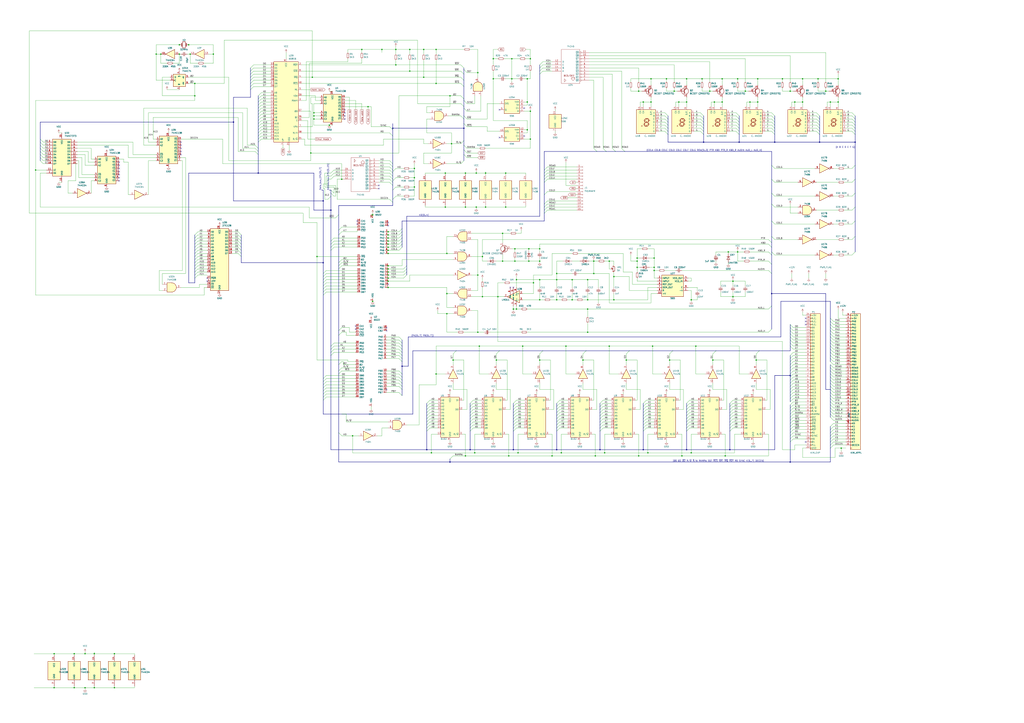
<source format=kicad_sch>
(kicad_sch (version 20230121) (generator eeschema)
  (paper "A1")
  (junction (at 393.7 284.48))
  (junction (at 265.43 165.1))
  (junction (at 128.27 44.45))
  (junction (at 422.91 214.63))
  (junction (at 523.24 212.09))
  (junction (at 77.47 565.15))
  (junction (at 358.14 307.34))
  (junction (at 443.23 246.38))
  (junction (at 340.36 146.05))
  (junction (at 318.77 193.04))
  (junction (at 365.76 142.24))
  (junction (at 514.35 295.91))
  (junction (at 60.96 565.15))
  (junction (at 318.77 236.22))
  (junction (at 425.45 372.11))
  (junction (at 392.43 273.05))
  (junction (at 534.67 83.82))
  (junction (at 340.36 138.43))
  (junction (at 549.91 295.91))
  (junction (at 487.68 214.63))
  (junction (at 622.3 83.82))
  (junction (at 524.51 74.93))
  (junction (at 443.23 229.87))
  (junction (at 405.13 64.77))
  (junction (at 392.43 226.06))
  (junction (at 571.5 284.48))
  (junction (at 289.56 358.14))
  (junction (at 593.09 83.82))
  (junction (at 482.6 246.38))
  (junction (at 429.26 284.48))
  (junction (at 500.38 284.48))
  (junction (at 607.06 116.84))
  (junction (at 318.77 218.44))
  (junction (at 659.13 64.77))
  (junction (at 582.93 74.93))
  (junction (at 257.81 92.71))
  (junction (at 648.97 308.61))
  (junction (at 433.07 64.77))
  (junction (at 633.73 241.3))
  (junction (at 398.78 170.18))
  (junction (at 369.57 78.74))
  (junction (at 688.34 83.82))
  (junction (at 191.77 100.33))
  (junction (at 563.88 369.57))
  (junction (at 615.95 83.82))
  (junction (at 453.39 374.65))
  (junction (at 389.89 372.11))
  (junction (at 415.29 142.24))
  (junction (at 523.24 214.63))
  (junction (at 563.88 83.82))
  (junction (at 671.83 64.77))
  (junction (at 354.33 372.11))
  (junction (at 260.35 210.82))
  (junction (at 358.14 68.58))
  (junction (at 488.95 374.65))
  (junction (at 265.43 215.9))
  (junction (at 318.77 223.52))
  (junction (at 537.21 222.25))
  (junction (at 595.63 374.65))
  (junction (at 678.18 74.93))
  (junction (at 567.69 246.38))
  (junction (at 457.2 369.57))
  (junction (at 212.09 142.24))
  (junction (at 702.31 116.84))
  (junction (at 318.77 200.66))
  (junction (at 367.03 257.81))
  (junction (at 347.98 40.64))
  (junction (at 318.77 198.12))
  (junction (at 563.88 64.77))
  (junction (at 396.24 243.84))
  (junction (at 313.69 40.64))
  (junction (at 336.55 40.64))
  (junction (at 318.77 228.6))
  (junction (at 412.75 191.77))
  (junction (at 302.26 87.63))
  (junction (at 438.15 232.41))
  (junction (at 325.12 53.34))
  (junction (at 690.88 368.3))
  (junction (at 612.14 74.93))
  (junction (at 417.83 374.65))
  (junction (at 599.44 369.57))
  (junction (at 482.6 229.87))
  (junction (at 69.85 537.21))
  (junction (at 469.9 246.38))
  (junction (at 422.91 204.47))
  (junction (at 147.32 44.45))
  (junction (at 358.14 40.64))
  (junction (at 256.54 63.5))
  (junction (at 93.98 565.15))
  (junction (at 132.08 44.45))
  (junction (at 648.97 379.73))
  (junction (at 392.43 59.69))
  (junction (at 601.98 243.84))
  (junction (at 636.27 116.84))
  (junction (at 370.84 118.11))
  (junction (at 347.98 63.5))
  (junction (at 681.99 83.82))
  (junction (at 257.81 97.79))
  (junction (at 434.34 204.47))
  (junction (at 318.77 190.5))
  (junction (at 482.6 273.05))
  (junction (at 478.79 295.91))
  (junction (at 156.21 44.45))
  (junction (at 487.68 224.79))
  (junction (at 147.32 36.83))
  (junction (at 557.53 83.82))
  (junction (at 492.76 369.57))
  (junction (at 318.77 203.2))
  (junction (at 528.32 369.57))
  (junction (at 688.34 64.77))
  (junction (at 601.98 231.14))
  (junction (at 537.21 219.71))
  (junction (at 532.13 372.11))
  (junction (at 318.77 220.98))
  (junction (at 593.09 64.77))
  (junction (at 434.34 214.63))
  (junction (at 424.18 254))
  (junction (at 605.79 207.01))
  (junction (at 500.38 214.63))
  (junction (at 407.67 295.91))
  (junction (at 547.37 64.77))
  (junction (at 535.94 284.48))
  (junction (at 69.85 565.15))
  (junction (at 336.55 58.42))
  (junction (at 382.27 374.65))
  (junction (at 457.2 246.38))
  (junction (at 412.75 214.63))
  (junction (at 391.16 170.18))
  (junction (at 318.77 205.74))
  (junction (at 160.02 68.58))
  (junction (at 60.96 537.21))
  (junction (at 443.23 214.63))
  (junction (at 435.61 114.3))
  (junction (at 367.03 208.28))
  (junction (at 270.51 102.87))
  (junction (at 322.58 105.41))
  (junction (at 605.79 64.77))
  (junction (at 622.3 64.77))
  (junction (at 420.37 48.26))
  (junction (at 306.07 247.65))
  (junction (at 405.13 48.26))
  (junction (at 255.27 125.73))
  (junction (at 382.27 142.24))
  (junction (at 567.69 372.11))
  (junction (at 464.82 284.48))
  (junction (at 44.45 565.15))
  (junction (at 482.6 254))
  (junction (at 420.37 64.77))
  (junction (at 461.01 372.11))
  (junction (at 297.18 40.64))
  (junction (at 93.98 537.21))
  (junction (at 350.52 369.57))
  (junction (at 386.08 369.57))
  (junction (at 648.97 74.93))
  (junction (at 433.07 106.68))
  (junction (at 504.19 246.38))
  (junction (at 280.67 147.32))
  (junction (at 673.1 116.84))
  (junction (at 621.03 295.91))
  (junction (at 598.17 207.01))
  (junction (at 306.07 176.53))
  (junction (at 318.77 226.06))
  (junction (at 443.23 295.91))
  (junction (at 642.62 64.77))
  (junction (at 496.57 372.11))
  (junction (at 435.61 91.44))
  (junction (at 325.12 40.64))
  (junction (at 330.2 300.99))
  (junction (at 504.19 227.33))
  (junction (at 257.81 95.25))
  (junction (at 44.45 537.21))
  (junction (at 271.78 172.72))
  (junction (at 424.18 229.87))
  (junction (at 523.24 219.71))
  (junction (at 435.61 48.26))
  (junction (at 175.26 44.45))
  (junction (at 29.21 139.7))
  (junction (at 77.47 537.21))
  (junction (at 391.16 142.24))
  (junction (at 576.58 64.77))
  (junction (at 534.67 64.77))
  (junction (at 408.94 243.84))
  (junction (at 457.2 224.79))
  (junction (at 318.77 231.14))
  (junction (at 154.94 36.83))
  (junction (at 421.64 369.57))
  (junction (at 365.76 170.18))
  (junction (at 553.72 74.93))
  (junction (at 318.77 208.28))
  (junction (at 537.21 212.09))
  (junction (at 369.57 379.73))
  (junction (at 652.78 83.82))
  (junction (at 381 105.41))
  (junction (at 340.36 153.67))
  (junction (at 421.64 254))
  (junction (at 586.74 83.82))
  (junction (at 560.07 374.65))
  (junction (at 524.51 374.65))
  (junction (at 659.13 83.82))
  (junction (at 372.11 295.91))
  (junction (at 367.03 241.3))
  (junction (at 160.02 78.74))
  (junction (at 585.47 295.91))
  (junction (at 469.9 229.87))
  (junction (at 415.29 170.18))
  (junction (at 398.78 142.24))
  (junction (at 382.27 170.18))
  (junction (at 443.23 204.47))
  (junction (at 433.07 83.82))
  (junction (at 577.85 116.84))
  (junction (at 528.32 83.82))
  (junction (at 396.24 210.82))
  (junction (at 318.77 195.58))
  (junction (at 457.2 229.87))
  (no_connect (at 97.79 135.89))
  (no_connect (at 293.37 184.15))
  (no_connect (at 317.5 271.78))
  (no_connect (at 317.5 269.24))
  (no_connect (at 97.79 140.97))
  (no_connect (at 148.59 121.92))
  (no_connect (at 148.59 119.38))
  (no_connect (at 97.79 148.59))
  (no_connect (at 283.21 90.17))
  (no_connect (at 97.79 138.43))
  (no_connect (at 292.1 270.51))
  (no_connect (at 311.15 152.4))
  (no_connect (at 311.15 154.94))
  (no_connect (at 661.67 266.7))
  (no_connect (at 661.67 261.62))
  (no_connect (at 661.67 264.16))
  (no_connect (at 283.21 97.79))
  (no_connect (at 97.79 143.51))
  (no_connect (at 148.59 116.84))
  (no_connect (at 283.21 92.71))
  (no_connect (at 318.77 233.68))
  (no_connect (at 97.79 146.05))
  (no_connect (at 170.18 228.6))
  (no_connect (at 293.37 181.61))
  (no_connect (at 170.18 231.14))
  (no_connect (at 419.1 236.22))
  (no_connect (at 421.64 236.22))
  (no_connect (at 317.5 320.04))
  (no_connect (at 148.59 127))
  (no_connect (at 318.77 182.88))
  (no_connect (at 292.1 267.97))
  (no_connect (at 661.67 363.22))
  (no_connect (at 283.21 95.25))
  (no_connect (at 97.79 133.35))
  (no_connect (at 430.53 88.9))
  (no_connect (at 410.21 113.03))
  (no_connect (at 430.53 111.76))
  (no_connect (at 410.21 90.17))
  (no_connect (at 148.59 124.46))
  (no_connect (at 318.77 185.42))
  (bus_entry (at 552.45 288.29) (size -2.54 2.54))
  (bus_entry (at 33.02 116.84) (size 2.54 2.54))
  (bus_entry (at 681.99 274.32) (size 2.54 2.54))
  (bus_entry (at 267.97 237.49) (size -2.54 2.54))
  (bus_entry (at 320.04 142.24) (size 2.54 2.54))
  (bus_entry (at 267.97 234.95) (size -2.54 2.54))
  (bus_entry (at 267.97 232.41) (size -2.54 2.54))
  (bus_entry (at 267.97 224.79) (size -2.54 2.54))
  (bus_entry (at 267.97 227.33) (size -2.54 2.54))
  (bus_entry (at 267.97 229.87) (size -2.54 2.54))
  (bus_entry (at 267.97 308.61) (size -2.54 2.54))
  (bus_entry (at 267.97 240.03) (size -2.54 2.54))
  (bus_entry (at 681.99 330.2) (size 2.54 2.54))
  (bus_entry (at 648.97 330.2) (size 2.54 -2.54))
  (bus_entry (at 648.97 320.04) (size 2.54 -2.54))
  (bus_entry (at 492.76 334.01) (size 2.54 -2.54))
  (bus_entry (at 604.52 92.71) (size 2.54 2.54))
  (bus_entry (at 648.97 337.82) (size 2.54 -2.54))
  (bus_entry (at 633.73 181.61) (size 2.54 2.54))
  (bus_entry (at 212.09 81.28) (size 2.54 -2.54))
  (bus_entry (at 575.31 107.95) (size 2.54 2.54))
  (bus_entry (at 271.78 156.21) (size 2.54 2.54))
  (bus_entry (at 681.99 304.8) (size 2.54 2.54))
  (bus_entry (at 681.99 302.26) (size 2.54 2.54))
  (bus_entry (at 681.99 299.72) (size 2.54 2.54))
  (bus_entry (at 160.02 228.6) (size 2.54 -2.54))
  (bus_entry (at 195.58 205.74) (size 2.54 2.54))
  (bus_entry (at 421.64 336.55) (size 2.54 -2.54))
  (bus_entry (at 320.04 109.22) (size 2.54 2.54))
  (bus_entry (at 320.04 104.14) (size 2.54 2.54))
  (bus_entry (at 386.08 354.33) (size 2.54 -2.54))
  (bus_entry (at 386.08 351.79) (size 2.54 -2.54))
  (bus_entry (at 160.02 213.36) (size 2.54 -2.54))
  (bus_entry (at 681.99 322.58) (size 2.54 2.54))
  (bus_entry (at 699.77 184.15) (size 2.54 -2.54))
  (bus_entry (at 33.02 127) (size 2.54 2.54))
  (bus_entry (at 421.64 344.17) (size 2.54 -2.54))
  (bus_entry (at 670.56 107.95) (size 2.54 2.54))
  (bus_entry (at 492.76 336.55) (size 2.54 -2.54))
  (bus_entry (at 320.04 144.78) (size 2.54 2.54))
  (bus_entry (at 457.2 331.47) (size 2.54 -2.54))
  (bus_entry (at 327.66 276.86) (size 2.54 2.54))
  (bus_entry (at 212.09 83.82) (size 2.54 -2.54))
  (bus_entry (at 271.78 161.29) (size -2.54 2.54))
  (bus_entry (at 327.66 289.56) (size 2.54 2.54))
  (bus_entry (at 633.73 102.87) (size 2.54 2.54))
  (bus_entry (at 528.32 334.01) (size 2.54 -2.54))
  (bus_entry (at 681.99 279.4) (size 2.54 2.54))
  (bus_entry (at 320.04 134.62) (size 2.54 2.54))
  (bus_entry (at 648.97 274.32) (size 2.54 2.54))
  (bus_entry (at 670.56 92.71) (size 2.54 2.54))
  (bus_entry (at 421.64 331.47) (size 2.54 -2.54))
  (bus_entry (at 278.13 304.8) (size 2.54 -2.54))
  (bus_entry (at 633.73 167.64) (size 2.54 2.54))
  (bus_entry (at 599.44 349.25) (size 2.54 -2.54))
  (bus_entry (at 563.88 344.17) (size 2.54 -2.54))
  (bus_entry (at 623.57 288.29) (size -2.54 2.54))
  (bus_entry (at 327.66 294.64) (size 2.54 2.54))
  (bus_entry (at 350.52 354.33) (size 2.54 -2.54))
  (bus_entry (at 369.57 377.19) (size 2.54 -2.54))
  (bus_entry (at 271.78 200.66) (size 2.54 -2.54))
  (bus_entry (at 160.02 210.82) (size 2.54 -2.54))
  (bus_entry (at 327.66 200.66) (size 2.54 -2.54))
  (bus_entry (at 648.97 284.48) (size 2.54 2.54))
  (bus_entry (at 449.58 167.64) (size -2.54 2.54))
  (bus_entry (at 563.88 341.63) (size 2.54 -2.54))
  (bus_entry (at 212.09 96.52) (size 2.54 -2.54))
  (bus_entry (at 212.09 101.6) (size 2.54 -2.54))
  (bus_entry (at 528.32 354.33) (size 2.54 -2.54))
  (bus_entry (at 212.09 99.06) (size 2.54 -2.54))
  (bus_entry (at 265.43 323.85) (size 2.54 -2.54))
  (bus_entry (at 648.97 345.44) (size 2.54 -2.54))
  (bus_entry (at 563.88 351.79) (size 2.54 -2.54))
  (bus_entry (at 278.13 275.59) (size 2.54 -2.54))
  (bus_entry (at 681.99 350.52) (size 2.54 -2.54))
  (bus_entry (at 320.04 132.08) (size 2.54 2.54))
  (bus_entry (at 487.68 121.92) (size 2.54 2.54))
  (bus_entry (at 271.78 205.74) (size 2.54 -2.54))
  (bus_entry (at 212.09 78.74) (size 2.54 -2.54))
  (bus_entry (at 681.99 307.34) (size 2.54 2.54))
  (bus_entry (at 271.78 144.78) (size 2.54 -2.54))
  (bus_entry (at 160.02 198.12) (size 2.54 -2.54))
  (bus_entry (at 195.58 193.04) (size 2.54 2.54))
  (bus_entry (at 421.64 346.71) (size 2.54 -2.54))
  (bus_entry (at 528.32 336.55) (size 2.54 -2.54))
  (bus_entry (at 563.88 331.47) (size 2.54 -2.54))
  (bus_entry (at 633.73 158.75) (size 2.54 2.54))
  (bus_entry (at 160.02 208.28) (size 2.54 -2.54))
  (bus_entry (at 588.01 288.29) (size -2.54 2.54))
  (bus_entry (at 563.88 349.25) (size 2.54 -2.54))
  (bus_entry (at 280.67 213.36) (size -2.54 2.54))
  (bus_entry (at 280.67 215.9) (size -2.54 2.54))
  (bus_entry (at 280.67 218.44) (size -2.54 2.54))
  (bus_entry (at 280.67 186.69) (size -2.54 2.54))
  (bus_entry (at 648.97 342.9) (size 2.54 -2.54))
  (bus_entry (at 160.02 203.2) (size 2.54 -2.54))
  (bus_entry (at 633.73 100.33) (size 2.54 2.54))
  (bus_entry (at 631.19 207.01) (size 2.54 2.54))
  (bus_entry (at 681.99 335.28) (size 2.54 2.54))
  (bus_entry (at 633.73 194.31) (size 2.54 2.54))
  (bus_entry (at 492.76 354.33) (size 2.54 -2.54))
  (bus_entry (at 327.66 314.96) (size 2.54 2.54))
  (bus_entry (at 648.97 279.4) (size 2.54 2.54))
  (bus_entry (at 492.76 339.09) (size 2.54 -2.54))
  (bus_entry (at 599.44 354.33) (size 2.54 -2.54))
  (bus_entry (at 648.97 294.64) (size 2.54 -2.54))
  (bus_entry (at 599.44 331.47) (size 2.54 -2.54))
  (bus_entry (at 449.58 137.16) (size -2.54 2.54))
  (bus_entry (at 265.43 316.23) (size 2.54 -2.54))
  (bus_entry (at 205.74 63.5) (size 2.54 -2.54))
  (bus_entry (at 681.99 355.6) (size 2.54 -2.54))
  (bus_entry (at 492.76 344.17) (size 2.54 -2.54))
  (bus_entry (at 320.04 137.16) (size 2.54 2.54))
  (bus_entry (at 670.56 105.41) (size 2.54 2.54))
  (bus_entry (at 681.99 317.5) (size 2.54 2.54))
  (bus_entry (at 681.99 266.7) (size 2.54 2.54))
  (bus_entry (at 350.52 339.09) (size 2.54 -2.54))
  (bus_entry (at 381 82.55) (size 2.54 2.54))
  (bus_entry (at 681.99 368.3) (size 2.54 -2.54))
  (bus_entry (at 648.97 307.34) (size 2.54 -2.54))
  (bus_entry (at 681.99 297.18) (size 2.54 2.54))
  (bus_entry (at 212.09 91.44) (size 2.54 -2.54))
  (bus_entry (at 386.08 344.17) (size 2.54 -2.54))
  (bus_entry (at 599.44 346.71) (size 2.54 -2.54))
  (bus_entry (at 681.99 342.9) (size 2.54 2.54))
  (bus_entry (at 681.99 292.1) (size 2.54 2.54))
  (bus_entry (at 160.02 223.52) (size 2.54 -2.54))
  (bus_entry (at 320.04 149.86) (size 2.54 2.54))
  (bus_entry (at 445.77 288.29) (size -2.54 2.54))
  (bus_entry (at 457.2 334.01) (size 2.54 -2.54))
  (bus_entry (at 516.89 288.29) (size -2.54 2.54))
  (bus_entry (at 278.13 176.53) (size -2.54 2.54))
  (bus_entry (at 378.46 85.09) (size 2.54 2.54))
  (bus_entry (at 378.46 95.25) (size 2.54 2.54))
  (bus_entry (at 327.66 322.58) (size 2.54 2.54))
  (bus_entry (at 681.99 365.76) (size 2.54 -2.54))
  (bus_entry (at 648.97 276.86) (size 2.54 2.54))
  (bus_entry (at 681.99 325.12) (size 2.54 2.54))
  (bus_entry (at 331.47 223.52) (size 2.54 -2.54))
  (bus_entry (at 378.46 78.74) (size 2.54 2.54))
  (bus_entry (at 278.13 299.72) (size 2.54 -2.54))
  (bus_entry (at 267.97 222.25) (size -2.54 2.54))
  (bus_entry (at 492.76 349.25) (size 2.54 -2.54))
  (bus_entry (at 449.58 165.1) (size -2.54 2.54))
  (bus_entry (at 449.58 139.7) (size -2.54 2.54))
  (bus_entry (at 599.44 351.79) (size 2.54 -2.54))
  (bus_entry (at 327.66 279.4) (size 2.54 2.54))
  (bus_entry (at 681.99 353.06) (size 2.54 -2.54))
  (bus_entry (at 33.02 114.3) (size 2.54 2.54))
  (bus_entry (at 699.77 196.85) (size 2.54 -2.54))
  (bus_entry (at 648.97 317.5) (size 2.54 -2.54))
  (bus_entry (at 271.78 284.48) (size 2.54 -2.54))
  (bus_entry (at 205.74 60.96) (size 2.54 -2.54))
  (bus_entry (at 681.99 264.16) (size 2.54 2.54))
  (bus_entry (at 633.73 147.32) (size 2.54 2.54))
  (bus_entry (at 681.99 276.86) (size 2.54 2.54))
  (bus_entry (at 681.99 289.56) (size 2.54 2.54))
  (bus_entry (at 350.52 346.71) (size 2.54 -2.54))
  (bus_entry (at 278.13 355.6) (size 2.54 2.54))
  (bus_entry (at 327.66 284.48) (size 2.54 2.54))
  (bus_entry (at 492.76 346.71) (size 2.54 -2.54))
  (bus_entry (at 648.97 322.58) (size 2.54 -2.54))
  (bus_entry (at 546.1 92.71) (size 2.54 2.54))
  (bus_entry (at 546.1 95.25) (size 2.54 2.54))
  (bus_entry (at 546.1 97.79) (size 2.54 2.54))
  (bus_entry (at 546.1 102.87) (size 2.54 2.54))
  (bus_entry (at 546.1 100.33) (size 2.54 2.54))
  (bus_entry (at 546.1 105.41) (size 2.54 2.54))
  (bus_entry (at 546.1 107.95) (size 2.54 2.54))
  (bus_entry (at 633.73 207.01) (size 2.54 2.54))
  (bus_entry (at 699.77 107.95) (size 2.54 2.54))
  (bus_entry (at 699.77 92.71) (size 2.54 2.54))
  (bus_entry (at 699.77 102.87) (size 2.54 2.54))
  (bus_entry (at 699.77 105.41) (size 2.54 2.54))
  (bus_entry (at 699.77 100.33) (size 2.54 2.54))
  (bus_entry (at 699.77 95.25) (size 2.54 2.54))
  (bus_entry (at 699.77 97.79) (size 2.54 2.54))
  (bus_entry (at 327.66 287.02) (size 2.54 2.54))
  (bus_entry (at 449.58 172.72) (size -2.54 2.54))
  (bus_entry (at 681.99 314.96) (size 2.54 2.54))
  (bus_entry (at 699.77 161.29) (size 2.54 -2.54))
  (bus_entry (at 575.31 92.71) (size 2.54 2.54))
  (bus_entry (at 648.97 332.74) (size 2.54 -2.54))
  (bus_entry (at 681.99 312.42) (size 2.54 2.54))
  (bus_entry (at 648.97 309.88) (size 2.54 -2.54))
  (bus_entry (at 633.73 107.95) (size 2.54 2.54))
  (bus_entry (at 443.23 60.96) (size 2.54 -2.54))
  (bus_entry (at 633.73 97.79) (size 2.54 2.54))
  (bus_entry (at 160.02 193.04) (size 2.54 -2.54))
  (bus_entry (at 331.47 226.06) (size 2.54 -2.54))
  (bus_entry (at 699.77 172.72) (size 2.54 -2.54))
  (bus_entry (at 631.19 196.85) (size 2.54 2.54))
  (bus_entry (at 648.97 355.6) (size 2.54 -2.54))
  (bus_entry (at 648.97 281.94) (size 2.54 2.54))
  (bus_entry (at 374.65 288.29) (size -2.54 2.54))
  (bus_entry (at 271.78 147.32) (size 2.54 -2.54))
  (bus_entry (at 331.47 220.98) (size 2.54 -2.54))
  (bus_entry (at 528.32 339.09) (size 2.54 -2.54))
  (bus_entry (at 195.58 195.58) (size 2.54 2.54))
  (bus_entry (at 681.99 294.64) (size 2.54 2.54))
  (bus_entry (at 160.02 215.9) (size 2.54 -2.54))
  (bus_entry (at 681.99 363.22) (size 2.54 -2.54))
  (bus_entry (at 563.88 336.55) (size 2.54 -2.54))
  (bus_entry (at 381 119.38) (size 2.54 2.54))
  (bus_entry (at 350.52 341.63) (size 2.54 -2.54))
  (bus_entry (at 631.19 273.05) (size 2.54 -2.54))
  (bus_entry (at 681.99 337.82) (size 2.54 2.54))
  (bus_entry (at 33.02 124.46) (size 2.54 2.54))
  (bus_entry (at 265.43 321.31) (size 2.54 -2.54))
  (bus_entry (at 575.31 95.25) (size 2.54 2.54))
  (bus_entry (at 327.66 312.42) (size 2.54 2.54))
  (bus_entry (at 421.64 339.09) (size 2.54 -2.54))
  (bus_entry (at 212.09 106.68) (size 2.54 -2.54))
  (bus_entry (at 265.43 313.69) (size 2.54 -2.54))
  (bus_entry (at 271.78 158.75) (size 2.54 2.54))
  (bus_entry (at 681.99 271.78) (size 2.54 2.54))
  (bus_entry (at 205.74 55.88) (size 2.54 -2.54))
  (bus_entry (at 271.78 287.02) (size 2.54 -2.54))
  (bus_entry (at 699.77 209.55) (size 2.54 -2.54))
  (bus_entry (at 633.73 135.89) (size 2.54 2.54))
  (bus_entry (at 648.97 363.22) (size 2.54 -2.54))
  (bus_entry (at 481.33 288.29) (size -2.54 2.54))
  (bus_entry (at 699.77 138.43) (size 2.54 -2.54))
  (bus_entry (at 648.97 360.68) (size 2.54 -2.54))
  (bus_entry (at 492.76 351.79) (size 2.54 -2.54))
  (bus_entry (at 681.99 281.94) (size 2.54 2.54))
  (bus_entry (at 457.2 349.25) (size 2.54 -2.54))
  (bus_entry (at 205.74 68.58) (size 2.54 -2.54))
  (bus_entry (at 648.97 297.18) (size 2.54 -2.54))
  (bus_entry (at 386.08 349.25) (size 2.54 -2.54))
  (bus_entry (at 599.44 341.63) (size 2.54 -2.54))
  (bus_entry (at 648.97 314.96) (size 2.54 -2.54))
  (bus_entry (at 502.92 121.92) (size 2.54 2.54))
  (bus_entry (at 633.73 95.25) (size 2.54 2.54))
  (bus_entry (at 378.46 68.58) (size 2.54 2.54))
  (bus_entry (at 599.44 344.17) (size 2.54 -2.54))
  (bus_entry (at 212.09 109.22) (size 2.54 -2.54))
  (bus_entry (at 33.02 119.38) (size 2.54 2.54))
  (bus_entry (at 212.09 86.36) (size 2.54 -2.54))
  (bus_entry (at 421.64 341.63) (size 2.54 -2.54))
  (bus_entry (at 670.56 102.87) (size 2.54 2.54))
  (bus_entry (at 195.58 208.28) (size 2.54 2.54))
  (bus_entry (at 265.43 326.39) (size 2.54 -2.54))
  (bus_entry (at 604.52 105.41) (size 2.54 2.54))
  (bus_entry (at 353.06 328.93) (size -2.54 2.54))
  (bus_entry (at 681.99 269.24) (size 2.54 2.54))
  (bus_entry (at 492.76 341.63) (size 2.54 -2.54))
  (bus_entry (at 327.66 304.8) (size 2.54 2.54))
  (bus_entry (at 386.08 334.01) (size 2.54 -2.54))
  (bus_entry (at 633.73 92.71) (size 2.54 2.54))
  (bus_entry (at 648.97 353.06) (size 2.54 -2.54))
  (bus_entry (at 604.52 102.87) (size 2.54 2.54))
  (bus_entry (at 599.44 334.01) (size 2.54 -2.54))
  (bus_entry (at 575.31 97.79) (size 2.54 2.54))
  (bus_entry (at 681.99 332.74) (size 2.54 2.54))
  (bus_entry (at 33.02 121.92) (size 2.54 2.54))
  (bus_entry (at 378.46 118.11) (size 2.54 -2.54))
  (bus_entry (at 421.64 351.79) (size 2.54 -2.54))
  (bus_entry (at 381 88.9) (size 2.54 2.54))
  (bus_entry (at 681.99 360.68) (size 2.54 -2.54))
  (bus_entry (at 160.02 205.74) (size 2.54 -2.54))
  (bus_entry (at 327.66 281.94) (size 2.54 2.54))
  (bus_entry (at 212.09 93.98) (size 2.54 -2.54))
  (bus_entry (at 278.13 271.78) (size 2.54 -2.54))
  (bus_entry (at 386.08 346.71) (size 2.54 -2.54))
  (bus_entry (at 327.66 317.5) (size 2.54 2.54))
  (bus_entry (at 386.08 341.63) (size 2.54 -2.54))
  (bus_entry (at 528.32 341.63) (size 2.54 -2.54))
  (bus_entry (at 681.99 358.14) (size 2.54 -2.54))
  (bus_entry (at 33.02 129.54) (size 2.54 2.54))
  (bus_entry (at 160.02 195.58) (size 2.54 -2.54))
  (bus_entry (at 563.88 334.01) (size 2.54 -2.54))
  (bus_entry (at 528.32 351.79) (size 2.54 -2.54))
  (bus_entry (at 631.19 254) (size 2.54 -2.54))
  (bus_entry (at 457.2 341.63) (size 2.54 -2.54))
  (bus_entry (at 331.47 228.6) (size 2.54 -2.54))
  (bus_entry (at 648.97 347.98) (size 2.54 -2.54))
  (bus_entry (at 327.66 190.5) (size 2.54 -2.54))
  (bus_entry (at 350.52 349.25) (size 2.54 -2.54))
  (bus_entry (at 195.58 198.12) (size 2.54 2.54))
  (bus_entry (at 681.99 340.36) (size 2.54 2.54))
  (bus_entry (at 271.78 142.24) (size 2.54 -2.54))
  (bus_entry (at 449.58 157.48) (size -2.54 2.54))
  (bus_entry (at 421.64 354.33) (size 2.54 -2.54))
  (bus_entry (at 492.76 331.47) (size 2.54 -2.54))
  (bus_entry (at 265.43 318.77) (size 2.54 -2.54))
  (bus_entry (at 648.97 266.7) (size 2.54 2.54))
  (bus_entry (at 205.74 73.66) (size 2.54 -2.54))
  (bus_entry (at 443.23 58.42) (size 2.54 -2.54))
  (bus_entry (at 648.97 350.52) (size 2.54 -2.54))
  (bus_entry (at 457.2 344.17) (size 2.54 -2.54))
  (bus_entry (at 528.32 331.47) (size 2.54 -2.54))
  (bus_entry (at 631.19 222.25) (size 2.54 2.54))
  (bus_entry (at 681.99 287.02) (size 2.54 2.54))
  (bus_entry (at 604.52 95.25) (size 2.54 2.54))
  (bus_entry (at 681.99 261.62) (size 2.54 2.54))
  (bus_entry (at 648.97 335.28) (size 2.54 -2.54))
  (bus_entry (at 443.23 55.88) (size 2.54 -2.54))
  (bus_entry (at 528.32 344.17) (size 2.54 -2.54))
  (bus_entry (at 410.21 288.29) (size -2.54 2.54))
  (bus_entry (at 327.66 193.04) (size 2.54 -2.54))
  (bus_entry (at 563.88 339.09) (size 2.54 -2.54))
  (bus_entry (at 495.3 121.92) (size 2.54 2.54))
  (bus_entry (at 271.78 203.2) (size 2.54 -2.54))
  (bus_entry (at 160.02 220.98) (size 2.54 -2.54))
  (bus_entry (at 457.2 339.09) (size 2.54 -2.54))
  (bus_entry (at 449.58 170.18) (size -2.54 2.54))
  (bus_entry (at 327.66 198.12) (size 2.54 -2.54))
  (bus_entry (at 599.44 336.55) (size 2.54 -2.54))
  (bus_entry (at 195.58 200.66) (size 2.54 2.54))
  (bus_entry (at 327.66 292.1) (size 2.54 2.54))
  (bus_entry (at 681.99 320.04) (size 2.54 2.54))
  (bus_entry (at 648.97 358.14) (size 2.54 -2.54))
  (bus_entry (at 386.08 339.09) (size 2.54 -2.54))
  (bus_entry (at 350.52 351.79) (size 2.54 -2.54))
  (bus_entry (at 209.55 124.46) (size 2.54 2.54))
  (bus_entry (at 205.74 58.42) (size 2.54 -2.54))
  (bus_entry (at 212.09 104.14) (size 2.54 -2.54))
  (bus_entry (at 457.2 351.79) (size 2.54 -2.54))
  (bus_entry (at 327.66 309.88) (size 2.54 2.54))
  (bus_entry (at 604.52 97.79) (size 2.54 2.54))
  (bus_entry (at 205.74 66.04) (size 2.54 -2.54))
  (bus_entry (at 327.66 307.34) (size 2.54 2.54))
  (bus_entry (at 322.58 156.21) (size 2.54 -2.54))
  (bus_entry (at 322.58 148.59) (size 2.54 -2.54))
  (bus_entry (at 322.58 163.83) (size 2.54 -2.54))
  (bus_entry (at 322.58 140.97) (size 2.54 -2.54))
  (bus_entry (at 195.58 190.5) (size 2.54 2.54))
  (bus_entry (at 648.97 340.36) (size 2.54 -2.54))
  (bus_entry (at 271.78 292.1) (size 2.54 -2.54))
  (bus_entry (at 648.97 292.1) (size 2.54 -2.54))
  (bus_entry (at 604.52 100.33) (size 2.54 2.54))
  (bus_entry (at 378.46 53.34) (size 2.54 2.54))
  (bus_entry (at 381 57.15) (size 2.54 2.54))
  (bus_entry (at 378.46 58.42) (size 2.54 2.54))
  (bus_entry (at 378.46 63.5) (size 2.54 2.54))
  (bus_entry (at 575.31 102.87) (size 2.54 2.54))
  (bus_entry (at 510.54 121.92) (size 2.54 2.54))
  (bus_entry (at 648.97 304.8) (size 2.54 -2.54))
  (bus_entry (at 449.58 142.24) (size -2.54 2.54))
  (bus_entry (at 327.66 195.58) (size 2.54 -2.54))
  (bus_entry (at 271.78 289.56) (size 2.54 -2.54))
  (bus_entry (at 33.02 132.08) (size 2.54 2.54))
  (bus_entry (at 449.58 144.78) (size -2.54 2.54))
  (bus_entry (at 160.02 226.06) (size 2.54 -2.54))
  (bus_entry (at 350.52 336.55) (size 2.54 -2.54))
  (bus_entry (at 320.04 139.7) (size 2.54 2.54))
  (bus_entry (at 575.31 105.41) (size 2.54 2.54))
  (bus_entry (at 327.66 205.74) (size 2.54 -2.54))
  (bus_entry (at 631.19 200.66) (size 2.54 2.54))
  (bus_entry (at 563.88 354.33) (size 2.54 -2.54))
  (bus_entry (at 160.02 218.44) (size 2.54 -2.54))
  (bus_entry (at 421.64 349.25) (size 2.54 -2.54))
  (bus_entry (at 457.2 346.71) (size 2.54 -2.54))
  (bus_entry (at 386.08 336.55) (size 2.54 -2.54))
  (bus_entry (at 648.97 327.66) (size 2.54 -2.54))
  (bus_entry (at 381 95.25) (size 2.54 2.54))
  (bus_entry (at 699.77 149.86) (size 2.54 -2.54))
  (bus_entry (at 212.09 114.3) (size 2.54 -2.54))
  (bus_entry (at 386.08 331.47) (size 2.54 -2.54))
  (bus_entry (at 648.97 312.42) (size 2.54 -2.54))
  (bus_entry (at 457.2 354.33) (size 2.54 -2.54))
  (bus_entry (at 212.09 88.9) (size 2.54 -2.54))
  (bus_entry (at 320.04 163.83) (size 2.54 2.54))
  (bus_entry (at 195.58 203.2) (size 2.54 2.54))
  (bus_entry (at 604.52 107.95) (size 2.54 2.54))
  (bus_entry (at 205.74 71.12) (size 2.54 -2.54))
  (bus_entry (at 528.32 346.71) (size 2.54 -2.54))
  (bus_entry (at 670.56 97.79) (size 2.54 2.54))
  (bus_entry (at 648.97 302.26) (size 2.54 -2.54))
  (bus_entry (at 563.88 346.71) (size 2.54 -2.54))
  (bus_entry (at 209.55 119.38) (size 2.54 2.54))
  (bus_entry (at 320.04 147.32) (size 2.54 2.54))
  (bus_entry (at 631.19 214.63) (size 2.54 2.54))
  (bus_entry (at 212.09 116.84) (size 2.54 -2.54))
  (bus_entry (at 378.46 134.62) (size 2.54 -2.54))
  (bus_entry (at 670.56 100.33) (size 2.54 2.54))
  (bus_entry (at 350.52 334.01) (size 2.54 -2.54))
  (bus_entry (at 209.55 121.92) (size 2.54 2.54))
  (bus_entry (at 381 127) (size 2.54 2.54))
  (bus_entry (at 681.99 284.48) (size 2.54 2.54))
  (bus_entry (at 381 123.19) (size 2.54 2.54))
  (bus_entry (at 350.52 344.17) (size 2.54 -2.54))
  (bus_entry (at 327.66 203.2) (size 2.54 -2.54))
  (bus_entry (at 670.56 95.25) (size 2.54 2.54))
  (bus_entry (at 443.23 53.34) (size 2.54 -2.54))
  (bus_entry (at 681.99 327.66) (size 2.54 2.54))
  (bus_entry (at 280.67 304.8) (size -2.54 2.54))
  (bus_entry (at 648.97 269.24) (size 2.54 2.54))
  (bus_entry (at 648.97 299.72) (size 2.54 -2.54))
  (bus_entry (at 160.02 200.66) (size 2.54 -2.54))
  (bus_entry (at 381 101.6) (size 2.54 2.54))
  (bus_entry (at 449.58 147.32) (size -2.54 2.54))
  (bus_entry (at 633.73 105.41) (size 2.54 2.54))
  (bus_entry (at 648.97 271.78) (size 2.54 2.54))
  (bus_entry (at 457.2 336.55) (size 2.54 -2.54))
  (bus_entry (at 648.97 325.12) (size 2.54 -2.54))
  (bus_entry (at 212.09 111.76) (size 2.54 -2.54))
  (bus_entry (at 421.64 334.01) (size 2.54 -2.54))
  (bus_entry (at 575.31 100.33) (size 2.54 2.54))
  (bus_entry (at 528.32 349.25) (size 2.54 -2.54))
  (bus_entry (at 599.44 339.09) (size 2.54 -2.54))
  (bus_entry (at 267.97 326.39) (size -2.54 2.54))
  (bus_entry (at 271.78 198.12) (size 2.54 -2.54))
  (bus_entry (at 681.99 309.88) (size 2.54 2.54))
  (bus_entry (at 280.67 190.5) (size -2.54 2.54))
  (wire (pts (xy 132.08 44.45) (xy 132.08 52.07)))
  (wire (pts (xy 350.52 97.79) (xy 353.06 97.79)))
  (wire (pts (xy 63.5 124.46) (xy 72.39 124.46)))
  (bus (pts (xy 212.09 121.92) (xy 212.09 124.46)))
  (wire (pts (xy 688.34 60.96) (xy 688.34 64.77)))
  (wire (pts (xy 547.37 74.93) (xy 547.37 72.39)))
  (wire (pts (xy 650.24 83.82) (xy 650.24 87.63)))
  (wire (pts (xy 486.41 336.55) (xy 490.22 336.55)))
  (bus (pts (xy 334.01 223.52) (xy 334.01 226.06)))
  (wire (pts (xy 247.65 63.5) (xy 256.54 63.5)))
  (bus (pts (xy 633.73 124.46) (xy 633.73 135.89)))
  (bus (pts (xy 381 115.57) (xy 381 119.38)))
  (wire (pts (xy 684.53 289.56) (xy 694.69 289.56)))
  (wire (pts (xy 260.35 210.82) (xy 293.37 210.82)))
  (bus (pts (xy 265.43 326.39) (xy 265.43 328.93)))
  (wire (pts (xy 247.65 114.3) (xy 250.19 114.3)))
  (bus (pts (xy 447.04 175.26) (xy 447.04 181.61)))
  (bus (pts (xy 265.43 156.21) (xy 265.43 165.1)))
  (wire (pts (xy 317.5 307.34) (xy 327.66 307.34)))
  (wire (pts (xy 190.5 200.66) (xy 195.58 200.66)))
  (bus (pts (xy 577.85 116.84) (xy 607.06 116.84)))
  (bus (pts (xy 641.35 247.65) (xy 681.99 247.65)))
  (wire (pts (xy 304.8 87.63) (xy 304.8 104.14)))
  (bus (pts (xy 198.12 198.12) (xy 198.12 200.66)))
  (wire (pts (xy 651.51 325.12) (xy 661.67 325.12)))
  (wire (pts (xy 398.78 140.97) (xy 398.78 142.24)))
  (wire (pts (xy 388.62 331.47) (xy 394.97 331.47)))
  (wire (pts (xy 260.35 182.88) (xy 248.92 182.88)))
  (wire (pts (xy 524.51 374.65) (xy 560.07 374.65)))
  (bus (pts (xy 271.78 289.56) (xy 271.78 292.1)))
  (bus (pts (xy 330.2 200.66) (xy 330.2 198.12)))
  (bus (pts (xy 681.99 327.66) (xy 681.99 330.2)))
  (wire (pts (xy 612.14 74.93) (xy 605.79 74.93)))
  (wire (pts (xy 208.28 63.5) (xy 222.25 63.5)))
  (wire (pts (xy 599.44 100.33) (xy 604.52 100.33)))
  (wire (pts (xy 541.02 100.33) (xy 546.1 100.33)))
  (wire (pts (xy 317.5 294.64) (xy 327.66 294.64)))
  (wire (pts (xy 285.75 48.26) (xy 285.75 50.8)))
  (bus (pts (xy 678.18 320.04) (xy 678.18 241.3)))
  (wire (pts (xy 504.19 241.3) (xy 504.19 246.38)))
  (wire (pts (xy 613.41 83.82) (xy 615.95 83.82)))
  (wire (pts (xy 317.5 220.98) (xy 318.77 220.98)))
  (wire (pts (xy 199.39 92.71) (xy 199.39 121.92)))
  (bus (pts (xy 198.12 208.28) (xy 198.12 210.82)))
  (wire (pts (xy 317.5 205.74) (xy 318.77 205.74)))
  (bus (pts (xy 160.02 210.82) (xy 160.02 213.36)))
  (wire (pts (xy 598.17 207.01) (xy 605.79 207.01)))
  (wire (pts (xy 443.23 320.04) (xy 443.23 314.96)))
  (bus (pts (xy 681.99 363.22) (xy 681.99 365.76)))
  (wire (pts (xy 621.03 295.91) (xy 621.03 299.72)))
  (bus (pts (xy 212.09 142.24) (xy 154.94 142.24)))
  (wire (pts (xy 615.95 214.63) (xy 631.19 214.63)))
  (wire (pts (xy 248.92 175.26) (xy 24.13 175.26)))
  (wire (pts (xy 203.2 88.9) (xy 203.2 119.38)))
  (wire (pts (xy 358.14 307.34) (xy 358.14 284.48)))
  (wire (pts (xy 133.35 224.79) (xy 133.35 233.68)))
  (wire (pts (xy 93.98 565.15) (xy 110.49 565.15)))
  (bus (pts (xy 350.52 369.57) (xy 386.08 369.57)))
  (wire (pts (xy 570.23 102.87) (xy 575.31 102.87)))
  (wire (pts (xy 438.15 226.06) (xy 438.15 232.41)))
  (wire (pts (xy 594.36 328.93) (xy 594.36 295.91)))
  (wire (pts (xy 678.18 43.18) (xy 483.87 43.18)))
  (bus (pts (xy 265.43 323.85) (xy 265.43 326.39)))
  (wire (pts (xy 317.5 281.94) (xy 327.66 281.94)))
  (wire (pts (xy 24.13 25.4) (xy 256.54 25.4)))
  (wire (pts (xy 274.32 200.66) (xy 293.37 200.66)))
  (bus (pts (xy 322.58 139.7) (xy 322.58 140.97)))
  (wire (pts (xy 504.19 214.63) (xy 504.19 218.44)))
  (bus (pts (xy 205.74 66.04) (xy 205.74 68.58)))
  (wire (pts (xy 582.93 72.39) (xy 582.93 74.93)))
  (wire (pts (xy 110.49 565.15) (xy 110.49 563.88)))
  (bus (pts (xy 648.97 299.72) (xy 648.97 302.26)))
  (wire (pts (xy 595.63 374.65) (xy 631.19 374.65)))
  (wire (pts (xy 651.51 307.34) (xy 661.67 307.34)))
  (bus (pts (xy 265.43 340.36) (xy 339.09 340.36)))
  (wire (pts (xy 684.53 276.86) (xy 694.69 276.86)))
  (bus (pts (xy 191.77 80.01) (xy 205.74 80.01)))
  (bus (pts (xy 191.77 100.33) (xy 191.77 80.01)))
  (wire (pts (xy 340.36 134.62) (xy 340.36 138.43)))
  (wire (pts (xy 271.78 147.32) (xy 269.24 147.32)))
  (wire (pts (xy 214.63 81.28) (xy 222.25 81.28)))
  (wire (pts (xy 557.53 328.93) (xy 558.8 328.93)))
  (wire (pts (xy 214.63 106.68) (xy 222.25 106.68)))
  (bus (pts (xy 633.73 217.17) (xy 633.73 224.79)))
  (wire (pts (xy 247.65 68.58) (xy 358.14 68.58)))
  (bus (pts (xy 681.99 292.1) (xy 681.99 294.64)))
  (bus (pts (xy 330.2 193.04) (xy 330.2 190.5)))
  (bus (pts (xy 421.64 349.25) (xy 421.64 351.79)))
  (bus (pts (xy 278.13 355.6) (xy 278.13 379.73)))
  (bus (pts (xy 160.02 200.66) (xy 160.02 203.2)))
  (wire (pts (xy 214.63 86.36) (xy 222.25 86.36)))
  (bus (pts (xy 528.32 339.09) (xy 528.32 341.63)))
  (bus (pts (xy 278.13 168.91) (xy 278.13 176.53)))
  (wire (pts (xy 435.61 91.44) (xy 435.61 114.3)))
  (wire (pts (xy 651.51 304.8) (xy 661.67 304.8)))
  (wire (pts (xy 280.67 340.36) (xy 284.48 340.36)))
  (bus (pts (xy 648.97 360.68) (xy 648.97 363.22)))
  (wire (pts (xy 276.86 163.83) (xy 320.04 163.83)))
  (wire (pts (xy 256.54 63.5) (xy 347.98 63.5)))
  (bus (pts (xy 198.12 205.74) (xy 198.12 208.28)))
  (bus (pts (xy 673.1 107.95) (xy 673.1 110.49)))
  (bus (pts (xy 278.13 304.8) (xy 278.13 307.34)))
  (wire (pts (xy 336.55 146.05) (xy 340.36 146.05)))
  (bus (pts (xy 330.2 289.56) (xy 330.2 292.1)))
  (bus (pts (xy 386.08 349.25) (xy 386.08 351.79)))
  (wire (pts (xy 453.39 226.06) (xy 453.39 208.28)))
  (wire (pts (xy 317.5 276.86) (xy 327.66 276.86)))
  (wire (pts (xy 184.15 68.58) (xy 184.15 33.02)))
  (wire (pts (xy 280.67 302.26) (xy 292.1 302.26)))
  (wire (pts (xy 535.94 307.34) (xy 543.56 307.34)))
  (wire (pts (xy 570.23 100.33) (xy 575.31 100.33)))
  (wire (pts (xy 567.69 231.14) (xy 565.15 231.14)))
  (wire (pts (xy 247.65 91.44) (xy 255.27 91.44)))
  (wire (pts (xy 148.59 132.08) (xy 149.86 132.08)))
  (wire (pts (xy 607.06 307.34) (xy 614.68 307.34)))
  (wire (pts (xy 372.11 374.65) (xy 382.27 374.65)))
  (bus (pts (xy 154.94 142.24) (xy 154.94 232.41)))
  (wire (pts (xy 651.51 327.66) (xy 661.67 327.66)))
  (wire (pts (xy 612.14 72.39) (xy 612.14 74.93)))
  (wire (pts (xy 267.97 318.77) (xy 292.1 318.77)))
  (wire (pts (xy 532.13 372.11) (xy 567.69 372.11)))
  (wire (pts (xy 601.98 346.71) (xy 608.33 346.71)))
  (bus (pts (xy 205.74 60.96) (xy 205.74 63.5)))
  (bus (pts (xy 265.43 165.1) (xy 191.77 165.1)))
  (wire (pts (xy 257.81 92.71) (xy 257.81 95.25)))
  (wire (pts (xy 521.97 356.87) (xy 524.51 356.87)))
  (bus (pts (xy 702.31 100.33) (xy 702.31 102.87)))
  (wire (pts (xy 284.48 340.36) (xy 284.48 346.71)))
  (wire (pts (xy 534.67 80.01) (xy 534.67 83.82)))
  (bus (pts (xy 681.99 274.32) (xy 681.99 276.86)))
  (wire (pts (xy 251.46 50.8) (xy 285.75 50.8)))
  (wire (pts (xy 398.78 142.24) (xy 415.29 142.24)))
  (wire (pts (xy 77.47 537.21) (xy 93.98 537.21)))
  (wire (pts (xy 453.39 208.28) (xy 469.9 208.28)))
  (bus (pts (xy 681.99 276.86) (xy 681.99 279.4)))
  (bus (pts (xy 212.09 83.82) (xy 212.09 86.36)))
  (wire (pts (xy 572.77 243.84) (xy 572.77 246.38)))
  (wire (pts (xy 500.38 307.34) (xy 508 307.34)))
  (bus (pts (xy 322.58 134.62) (xy 322.58 137.16)))
  (wire (pts (xy 311.15 132.08) (xy 320.04 132.08)))
  (wire (pts (xy 461.01 372.11) (xy 496.57 372.11)))
  (bus (pts (xy 386.08 354.33) (xy 386.08 369.57)))
  (bus (pts (xy 212.09 91.44) (xy 212.09 93.98)))
  (wire (pts (xy 558.8 328.93) (xy 558.8 295.91)))
  (bus (pts (xy 205.74 55.88) (xy 205.74 58.42)))
  (wire (pts (xy 457.2 224.79) (xy 457.2 229.87)))
  (bus (pts (xy 322.58 111.76) (xy 322.58 134.62)))
  (wire (pts (xy 430.53 91.44) (xy 435.61 91.44)))
  (bus (pts (xy 681.99 322.58) (xy 681.99 325.12)))
  (wire (pts (xy 553.72 74.93) (xy 547.37 74.93)))
  (wire (pts (xy 266.7 142.24) (xy 266.7 153.67)))
  (wire (pts (xy 429.26 246.38) (xy 443.23 246.38)))
  (wire (pts (xy 317.5 231.14) (xy 318.77 231.14)))
  (bus (pts (xy 528.32 334.01) (xy 528.32 336.55)))
  (wire (pts (xy 601.98 336.55) (xy 608.33 336.55)))
  (wire (pts (xy 267.97 144.78) (xy 267.97 152.4)))
  (wire (pts (xy 473.71 165.1) (xy 449.58 165.1)))
  (wire (pts (xy 60.96 538.48) (xy 60.96 537.21)))
  (wire (pts (xy 500.38 284.48) (xy 535.94 284.48)))
  (wire (pts (xy 412.75 191.77) (xy 419.1 191.77)))
  (wire (pts (xy 370.84 118.11) (xy 378.46 118.11)))
  (wire (pts (xy 679.45 83.82) (xy 679.45 87.63)))
  (bus (pts (xy 681.99 264.16) (xy 681.99 266.7)))
  (wire (pts (xy 247.65 73.66) (xy 255.27 73.66)))
  (bus (pts (xy 160.02 213.36) (xy 160.02 215.9)))
  (bus (pts (xy 421.64 341.63) (xy 421.64 344.17)))
  (wire (pts (xy 684.53 264.16) (xy 694.69 264.16)))
  (wire (pts (xy 415.29 142.24) (xy 415.29 143.51)))
  (bus (pts (xy 322.58 137.16) (xy 322.58 139.7)))
  (wire (pts (xy 318.77 205.74) (xy 327.66 205.74)))
  (wire (pts (xy 358.14 40.64) (xy 381 40.64)))
  (wire (pts (xy 359.41 255.27) (xy 359.41 257.81)))
  (wire (pts (xy 405.13 40.64) (xy 408.94 40.64)))
  (wire (pts (xy 535.94 284.48) (xy 571.5 284.48)))
  (wire (pts (xy 632.46 336.55) (xy 632.46 320.04)))
  (wire (pts (xy 281.94 299.72) (xy 292.1 299.72)))
  (bus (pts (xy 330.2 292.1) (xy 330.2 294.64)))
  (wire (pts (xy 317.5 200.66) (xy 318.77 200.66)))
  (wire (pts (xy 24.13 175.26) (xy 24.13 25.4)))
  (bus (pts (xy 265.43 229.87) (xy 265.43 232.41)))
  (wire (pts (xy 560.07 374.65) (xy 595.63 374.65)))
  (wire (pts (xy 422.91 204.47) (xy 422.91 207.01)))
  (wire (pts (xy 453.39 356.87) (xy 453.39 374.65)))
  (wire (pts (xy 684.53 363.22) (xy 694.69 363.22)))
  (wire (pts (xy 156.21 44.45) (xy 156.21 52.07)))
  (wire (pts (xy 613.41 83.82) (xy 613.41 87.63)))
  (bus (pts (xy 421.64 346.71) (xy 421.64 349.25)))
  (wire (pts (xy 655.32 175.26) (xy 648.97 175.26)))
  (wire (pts (xy 601.98 243.84) (xy 591.82 243.84)))
  (wire (pts (xy 105.41 129.54) (xy 128.27 129.54)))
  (wire (pts (xy 267.97 222.25) (xy 293.37 222.25)))
  (bus (pts (xy 330.2 320.04) (xy 330.2 325.12)))
  (wire (pts (xy 670.56 172.72) (xy 688.34 172.72)))
  (bus (pts (xy 212.09 114.3) (xy 212.09 116.84)))
  (wire (pts (xy 514.35 320.04) (xy 514.35 314.96)))
  (wire (pts (xy 162.56 210.82) (xy 170.18 210.82)))
  (wire (pts (xy 684.53 138.43) (xy 688.34 138.43)))
  (wire (pts (xy 430.53 83.82) (xy 433.07 83.82)))
  (bus (pts (xy 447.04 124.46) (xy 447.04 139.7)))
  (wire (pts (xy 430.53 106.68) (xy 433.07 106.68)))
  (wire (pts (xy 133.35 78.74) (xy 160.02 78.74)))
  (bus (pts (xy 702.31 135.89) (xy 702.31 147.32)))
  (bus (pts (xy 577.85 95.25) (xy 577.85 97.79)))
  (bus (pts (xy 271.78 200.66) (xy 271.78 203.2)))
  (wire (pts (xy 72.39 133.35) (xy 77.47 133.35)))
  (bus (pts (xy 335.28 300.99) (xy 335.28 276.86)))
  (wire (pts (xy 281.94 297.18) (xy 281.94 299.72)))
  (wire (pts (xy 452.12 295.91) (xy 443.23 295.91)))
  (bus (pts (xy 702.31 105.41) (xy 702.31 107.95)))
  (wire (pts (xy 483.87 60.96) (xy 502.92 60.96)))
  (wire (pts (xy 125.73 114.3) (xy 125.73 96.52)))
  (wire (pts (xy 274.32 195.58) (xy 293.37 195.58)))
  (wire (pts (xy 208.28 60.96) (xy 222.25 60.96)))
  (wire (pts (xy 473.71 170.18) (xy 449.58 170.18)))
  (wire (pts (xy 488.95 356.87) (xy 488.95 374.65)))
  (wire (pts (xy 534.67 248.92) (xy 534.67 241.3)))
  (wire (pts (xy 284.48 346.71) (xy 318.77 346.71)))
  (bus (pts (xy 648.97 276.86) (xy 648.97 279.4)))
  (bus (pts (xy 339.09 288.29) (xy 374.65 288.29)))
  (bus (pts (xy 322.58 106.68) (xy 322.58 111.76)))
  (wire (pts (xy 97.79 130.81) (xy 101.6 130.81)))
  (bus (pts (xy 648.97 279.4) (xy 648.97 281.94)))
  (bus (pts (xy 271.78 158.75) (xy 271.78 161.29)))
  (wire (pts (xy 44.45 565.15) (xy 44.45 563.88)))
  (wire (pts (xy 651.51 317.5) (xy 661.67 317.5)))
  (wire (pts (xy 440.69 361.95) (xy 440.69 363.22)))
  (bus (pts (xy 330.2 312.42) (xy 330.2 314.96)))
  (wire (pts (xy 387.35 226.06) (xy 392.43 226.06)))
  (wire (pts (xy 665.48 107.95) (xy 670.56 107.95)))
  (wire (pts (xy 495.3 336.55) (xy 501.65 336.55)))
  (wire (pts (xy 420.37 64.77) (xy 425.45 64.77)))
  (wire (pts (xy 510.54 58.42) (xy 510.54 121.92)))
  (wire (pts (xy 445.77 53.34) (xy 453.39 53.34)))
  (wire (pts (xy 530.86 351.79) (xy 537.21 351.79)))
  (bus (pts (xy 648.97 332.74) (xy 648.97 335.28)))
  (wire (pts (xy 256.54 25.4) (xy 256.54 63.5)))
  (wire (pts (xy 35.56 119.38) (xy 38.1 119.38)))
  (wire (pts (xy 521.97 336.55) (xy 525.78 336.55)))
  (wire (pts (xy 317.5 193.04) (xy 318.77 193.04)))
  (bus (pts (xy 636.27 95.25) (xy 636.27 97.79)))
  (wire (pts (xy 354.33 372.11) (xy 389.89 372.11)))
  (wire (pts (xy 379.73 336.55) (xy 383.54 336.55)))
  (bus (pts (xy 492.76 341.63) (xy 492.76 344.17)))
  (bus (pts (xy 599.44 346.71) (xy 599.44 349.25)))
  (wire (pts (xy 237.49 119.38) (xy 237.49 123.19)))
  (wire (pts (xy 394.97 356.87) (xy 389.89 356.87)))
  (wire (pts (xy 684.53 327.66) (xy 694.69 327.66)))
  (bus (pts (xy 528.32 354.33) (xy 528.32 369.57)))
  (wire (pts (xy 469.9 229.87) (xy 469.9 236.22)))
  (bus (pts (xy 160.02 218.44) (xy 160.02 220.98)))
  (wire (pts (xy 342.9 85.09) (xy 378.46 85.09)))
  (wire (pts (xy 367.03 208.28) (xy 372.11 208.28)))
  (wire (pts (xy 190.5 203.2) (xy 195.58 203.2)))
  (bus (pts (xy 563.88 349.25) (xy 563.88 351.79)))
  (wire (pts (xy 636.27 184.15) (xy 669.29 184.15)))
  (wire (pts (xy 154.94 36.83) (xy 175.26 36.83)))
  (bus (pts (xy 563.88 334.01) (xy 563.88 336.55)))
  (wire (pts (xy 523.24 212.09) (xy 525.78 212.09)))
  (wire (pts (xy 530.86 339.09) (xy 537.21 339.09)))
  (wire (pts (xy 247.65 78.74) (xy 259.08 78.74)))
  (bus (pts (xy 330.2 187.96) (xy 330.2 181.61)))
  (bus (pts (xy 205.74 58.42) (xy 205.74 60.96)))
  (wire (pts (xy 128.27 66.04) (xy 139.7 66.04)))
  (bus (pts (xy 381 55.88) (xy 381 57.15)))
  (wire (pts (xy 175.26 44.45) (xy 171.45 44.45)))
  (wire (pts (xy 182.88 114.3) (xy 182.88 134.62)))
  (bus (pts (xy 636.27 369.57) (xy 636.27 308.61)))
  (wire (pts (xy 482.6 273.05) (xy 631.19 273.05)))
  (wire (pts (xy 325.12 153.67) (xy 331.47 153.67)))
  (wire (pts (xy 684.53 347.98) (xy 694.69 347.98)))
  (bus (pts (xy 212.09 86.36) (xy 212.09 88.9)))
  (wire (pts (xy 694.69 92.71) (xy 699.77 92.71)))
  (bus (pts (xy 374.65 288.29) (xy 410.21 288.29)))
  (bus (pts (xy 443.23 177.8) (xy 334.01 177.8)))
  (wire (pts (xy 424.18 229.87) (xy 424.18 236.22)))
  (bus (pts (xy 421.64 334.01) (xy 421.64 336.55)))
  (wire (pts (xy 309.88 358.14) (xy 313.69 358.14)))
  (wire (pts (xy 393.7 307.34) (xy 401.32 307.34)))
  (wire (pts (xy 400.05 85.09) (xy 410.21 85.09)))
  (wire (pts (xy 473.71 152.4) (xy 464.82 152.4)))
  (bus (pts (xy 648.97 271.78) (xy 648.97 274.32)))
  (wire (pts (xy 318.77 198.12) (xy 327.66 198.12)))
  (wire (pts (xy 160.02 78.74) (xy 160.02 82.55)))
  (bus (pts (xy 271.78 369.57) (xy 350.52 369.57)))
  (wire (pts (xy 387.35 210.82) (xy 396.24 210.82)))
  (wire (pts (xy 50.8 149.86) (xy 48.26 149.86)))
  (wire (pts (xy 459.74 351.79) (xy 466.09 351.79)))
  (wire (pts (xy 615.95 83.82) (xy 622.3 83.82)))
  (wire (pts (xy 147.32 36.83) (xy 128.27 36.83)))
  (wire (pts (xy 353.06 346.71) (xy 359.41 346.71)))
  (bus (pts (xy 386.08 346.71) (xy 386.08 349.25)))
  (wire (pts (xy 443.23 290.83) (xy 443.23 295.91)))
  (wire (pts (xy 547.37 361.95) (xy 547.37 363.22)))
  (wire (pts (xy 501.65 356.87) (xy 496.57 356.87)))
  (bus (pts (xy 330.2 281.94) (xy 330.2 284.48)))
  (wire (pts (xy 214.63 88.9) (xy 222.25 88.9)))
  (wire (pts (xy 297.18 48.26) (xy 297.18 52.07)))
  (wire (pts (xy 588.01 207.01) (xy 598.17 207.01)))
  (wire (pts (xy 265.43 154.94) (xy 266.7 154.94)))
  (wire (pts (xy 247.65 109.22) (xy 320.04 109.22)))
  (bus (pts (xy 350.52 349.25) (xy 350.52 351.79)))
  (bus (pts (xy 350.52 331.47) (xy 350.52 334.01)))
  (wire (pts (xy 214.63 114.3) (xy 222.25 114.3)))
  (wire (pts (xy 523.24 328.93) (xy 523.24 295.91)))
  (wire (pts (xy 585.47 320.04) (xy 596.9 320.04)))
  (bus (pts (xy 421.64 336.55) (xy 421.64 339.09)))
  (wire (pts (xy 424.18 227.33) (xy 424.18 229.87)))
  (wire (pts (xy 558.8 295.91) (xy 549.91 295.91)))
  (bus (pts (xy 421.64 344.17) (xy 421.64 346.71)))
  (wire (pts (xy 274.32 203.2) (xy 293.37 203.2)))
  (wire (pts (xy 162.56 208.28) (xy 170.18 208.28)))
  (wire (pts (xy 133.35 78.74) (xy 133.35 63.5)))
  (wire (pts (xy 684.53 299.72) (xy 694.69 299.72)))
  (wire (pts (xy 387.35 243.84) (xy 396.24 243.84)))
  (wire (pts (xy 601.98 243.84) (xy 601.98 245.11)))
  (wire (pts (xy 275.59 161.29) (xy 274.32 161.29)))
  (wire (pts (xy 64.77 146.05) (xy 77.47 146.05)))
  (wire (pts (xy 684.53 279.4) (xy 694.69 279.4)))
  (bus (pts (xy 386.08 334.01) (xy 386.08 336.55)))
  (wire (pts (xy 336.55 231.14) (xy 336.55 226.06)))
  (wire (pts (xy 601.98 341.63) (xy 608.33 341.63)))
  (bus (pts (xy 633.73 194.31) (xy 633.73 199.39)))
  (wire (pts (xy 203.2 119.38) (xy 209.55 119.38)))
  (wire (pts (xy 302.26 87.63) (xy 304.8 87.63)))
  (wire (pts (xy 317.5 309.88) (xy 327.66 309.88)))
  (wire (pts (xy 420.37 48.26) (xy 426.72 48.26)))
  (wire (pts (xy 318.77 228.6) (xy 331.47 228.6)))
  (wire (pts (xy 523.24 204.47) (xy 523.24 212.09)))
  (bus (pts (xy 681.99 281.94) (xy 681.99 284.48)))
  (wire (pts (xy 214.63 83.82) (xy 222.25 83.82)))
  (wire (pts (xy 422.91 212.09) (xy 422.91 214.63)))
  (wire (pts (xy 433.07 64.77) (xy 435.61 64.77)))
  (wire (pts (xy 317.5 228.6) (xy 318.77 228.6)))
  (wire (pts (xy 424.18 346.71) (xy 430.53 346.71)))
  (wire (pts (xy 347.98 118.11) (xy 351.79 118.11)))
  (wire (pts (xy 271.78 144.78) (xy 267.97 144.78)))
  (wire (pts (xy 684.53 274.32) (xy 694.69 274.32)))
  (wire (pts (xy 396.24 243.84) (xy 408.94 243.84)))
  (bus (pts (xy 681.99 317.5) (xy 681.99 320.04)))
  (bus (pts (xy 681.99 365.76) (xy 681.99 368.3)))
  (wire (pts (xy 369.57 322.58) (xy 369.57 323.85)))
  (wire (pts (xy 311.15 144.78) (xy 320.04 144.78)))
  (wire (pts (xy 267.97 311.15) (xy 292.1 311.15)))
  (wire (pts (xy 566.42 336.55) (xy 572.77 336.55)))
  (wire (pts (xy 621.03 290.83) (xy 621.03 295.91)))
  (bus (pts (xy 212.09 142.24) (xy 257.81 142.24)))
  (wire (pts (xy 415.29 356.87) (xy 417.83 356.87)))
  (wire (pts (xy 247.65 99.06) (xy 252.73 99.06)))
  (wire (pts (xy 195.58 124.46) (xy 209.55 124.46)))
  (wire (pts (xy 684.53 271.78) (xy 694.69 271.78)))
  (wire (pts (xy 148.59 114.3) (xy 182.88 114.3)))
  (wire (pts (xy 684.53 335.28) (xy 694.69 335.28)))
  (wire (pts (xy 482.6 246.38) (xy 504.19 246.38)))
  (wire (pts (xy 77.47 537.21) (xy 77.47 538.48)))
  (wire (pts (xy 435.61 40.64) (xy 431.8 40.64)))
  (wire (pts (xy 650.24 224.79) (xy 650.24 228.6)))
  (wire (pts (xy 628.65 97.79) (xy 633.73 97.79)))
  (wire (pts (xy 63.5 129.54) (xy 67.31 129.54)))
  (wire (pts (xy 652.78 83.82) (xy 659.13 83.82)))
  (wire (pts (xy 572.77 236.22) (xy 572.77 238.76)))
  (bus (pts (xy 265.43 227.33) (xy 265.43 229.87)))
  (bus (pts (xy 198.12 210.82) (xy 198.12 215.9)))
  (wire (pts (xy 248.92 182.88) (xy 248.92 175.26)))
  (wire (pts (xy 651.51 271.78) (xy 661.67 271.78)))
  (wire (pts (xy 247.65 58.42) (xy 336.55 58.42)))
  (wire (pts (xy 693.42 149.86) (xy 699.77 149.86)))
  (wire (pts (xy 563.88 83.82) (xy 563.88 87.63)))
  (wire (pts (xy 284.48 273.05) (xy 284.48 275.59)))
  (wire (pts (xy 313.69 358.14) (xy 313.69 351.79)))
  (wire (pts (xy 496.57 356.87) (xy 496.57 372.11)))
  (bus (pts (xy 160.02 215.9) (xy 160.02 218.44)))
  (wire (pts (xy 317.5 284.48) (xy 327.66 284.48)))
  (bus (pts (xy 212.09 99.06) (xy 212.09 101.6)))
  (wire (pts (xy 398.78 170.18) (xy 415.29 170.18)))
  (bus (pts (xy 548.64 102.87) (xy 548.64 105.41)))
  (wire (pts (xy 557.53 356.87) (xy 560.07 356.87)))
  (wire (pts (xy 684.53 309.88) (xy 694.69 309.88)))
  (bus (pts (xy 33.02 100.33) (xy 33.02 114.3)))
  (wire (pts (xy 415.29 142.24) (xy 431.8 142.24)))
  (bus (pts (xy 636.27 308.61) (xy 648.97 308.61)))
  (bus (pts (xy 636.27 100.33) (xy 636.27 102.87)))
  (wire (pts (xy 495.3 351.79) (xy 501.65 351.79)))
  (wire (pts (xy 593.09 80.01) (xy 593.09 83.82)))
  (wire (pts (xy 591.82 243.84) (xy 591.82 240.03)))
  (wire (pts (xy 63.5 132.08) (xy 64.77 132.08)))
  (wire (pts (xy 659.13 64.77) (xy 671.83 64.77)))
  (wire (pts (xy 500.38 224.79) (xy 500.38 248.92)))
  (wire (pts (xy 684.53 360.68) (xy 694.69 360.68)))
  (wire (pts (xy 612.14 67.31) (xy 612.14 48.26)))
  (bus (pts (xy 271.78 161.29) (xy 271.78 172.72)))
  (bus (pts (xy 673.1 105.41) (xy 673.1 107.95)))
  (wire (pts (xy 271.78 142.24) (xy 266.7 142.24)))
  (wire (pts (xy 255.27 125.73) (xy 327.66 125.73)))
  (wire (pts (xy 553.72 72.39) (xy 553.72 74.93)))
  (wire (pts (xy 684.53 269.24) (xy 694.69 269.24)))
  (wire (pts (xy 125.73 96.52) (xy 195.58 96.52)))
  (wire (pts (xy 523.24 219.71) (xy 523.24 223.52)))
  (wire (pts (xy 353.06 349.25) (xy 359.41 349.25)))
  (wire (pts (xy 601.98 339.09) (xy 608.33 339.09)))
  (bus (pts (xy 421.64 354.33) (xy 421.64 369.57)))
  (wire (pts (xy 554.99 83.82) (xy 557.53 83.82)))
  (wire (pts (xy 435.61 64.77) (xy 435.61 58.42)))
  (wire (pts (xy 367.03 134.62) (xy 378.46 134.62)))
  (bus (pts (xy 265.43 313.69) (xy 265.43 316.23)))
  (wire (pts (xy 688.34 80.01) (xy 688.34 83.82)))
  (wire (pts (xy 495.3 334.01) (xy 501.65 334.01)))
  (wire (pts (xy 650.24 83.82) (xy 652.78 83.82)))
  (bus (pts (xy 599.44 331.47) (xy 599.44 334.01)))
  (wire (pts (xy 318.77 195.58) (xy 327.66 195.58)))
  (wire (pts (xy 476.25 361.95) (xy 476.25 363.22)))
  (wire (pts (xy 688.34 64.77) (xy 688.34 69.85)))
  (bus (pts (xy 265.43 234.95) (xy 265.43 237.49)))
  (wire (pts (xy 67.31 129.54) (xy 67.31 143.51)))
  (bus (pts (xy 607.06 95.25) (xy 607.06 97.79)))
  (wire (pts (xy 93.98 537.21) (xy 93.98 538.48)))
  (wire (pts (xy 208.28 66.04) (xy 222.25 66.04)))
  (wire (pts (xy 55.88 158.75) (xy 59.69 158.75)))
  (wire (pts (xy 443.23 241.3) (xy 443.23 246.38)))
  (wire (pts (xy 133.35 63.5) (xy 139.7 63.5)))
  (bus (pts (xy 648.97 307.34) (xy 648.97 308.61)))
  (wire (pts (xy 478.79 295.91) (xy 478.79 299.72)))
  (wire (pts (xy 154.94 63.5) (xy 187.96 63.5)))
  (wire (pts (xy 599.44 102.87) (xy 604.52 102.87)))
  (wire (pts (xy 651.51 314.96) (xy 661.67 314.96)))
  (bus (pts (xy 205.74 68.58) (xy 205.74 71.12)))
  (bus (pts (xy 212.09 78.74) (xy 212.09 81.28)))
  (wire (pts (xy 405.13 64.77) (xy 405.13 58.42)))
  (wire (pts (xy 483.87 214.63) (xy 487.68 214.63)))
  (wire (pts (xy 254 179.07) (xy 275.59 179.07)))
  (bus (pts (xy 447.04 170.18) (xy 447.04 172.72)))
  (wire (pts (xy 665.48 105.41) (xy 670.56 105.41)))
  (wire (pts (xy 599.44 97.79) (xy 604.52 97.79)))
  (wire (pts (xy 473.71 167.64) (xy 449.58 167.64)))
  (wire (pts (xy 93.98 563.88) (xy 93.98 565.15)))
  (wire (pts (xy 105.41 119.38) (xy 105.41 129.54)))
  (wire (pts (xy 521.97 328.93) (xy 523.24 328.93)))
  (wire (pts (xy 684.53 355.6) (xy 694.69 355.6)))
  (bus (pts (xy 681.99 309.88) (xy 681.99 312.42)))
  (wire (pts (xy 651.51 358.14) (xy 661.67 358.14)))
  (wire (pts (xy 69.85 127) (xy 69.85 135.89)))
  (bus (pts (xy 599.44 349.25) (xy 599.44 351.79)))
  (wire (pts (xy 72.39 124.46) (xy 72.39 133.35)))
  (wire (pts (xy 396.24 236.22) (xy 396.24 243.84)))
  (wire (pts (xy 417.83 374.65) (xy 453.39 374.65)))
  (wire (pts (xy 651.51 360.68) (xy 661.67 360.68)))
  (wire (pts (xy 318.77 200.66) (xy 327.66 200.66)))
  (wire (pts (xy 365.76 142.24) (xy 382.27 142.24)))
  (bus (pts (xy 330.2 279.4) (xy 330.2 281.94)))
  (wire (pts (xy 534.67 241.3) (xy 539.75 241.3)))
  (wire (pts (xy 415.29 336.55) (xy 419.1 336.55)))
  (wire (pts (xy 317.5 314.96) (xy 327.66 314.96)))
  (bus (pts (xy 322.58 168.91) (xy 278.13 168.91)))
  (wire (pts (xy 257.81 85.09) (xy 257.81 92.71)))
  (wire (pts (xy 162.56 223.52) (xy 170.18 223.52)))
  (wire (pts (xy 431.8 48.26) (xy 435.61 48.26)))
  (wire (pts (xy 528.32 87.63) (xy 528.32 83.82)))
  (wire (pts (xy 518.16 209.55) (xy 518.16 214.63)))
  (wire (pts (xy 214.63 78.74) (xy 222.25 78.74)))
  (wire (pts (xy 473.71 139.7) (xy 449.58 139.7)))
  (wire (pts (xy 388.62 336.55) (xy 394.97 336.55)))
  (wire (pts (xy 584.2 83.82) (xy 586.74 83.82)))
  (wire (pts (xy 148.59 129.54) (xy 152.4 129.54)))
  (wire (pts (xy 336.55 58.42) (xy 378.46 58.42)))
  (wire (pts (xy 661.67 259.08) (xy 659.13 259.08)))
  (wire (pts (xy 452.12 328.93) (xy 452.12 295.91)))
  (wire (pts (xy 684.53 337.82) (xy 694.69 337.82)))
  (wire (pts (xy 571.5 284.48) (xy 607.06 284.48)))
  (wire (pts (xy 483.87 63.5) (xy 495.3 63.5)))
  (wire (pts (xy 445.77 50.8) (xy 453.39 50.8)))
  (wire (pts (xy 415.29 328.93) (xy 416.56 328.93)))
  (wire (pts (xy 304.8 334.01) (xy 304.8 336.55)))
  (bus (pts (xy 648.97 297.18) (xy 648.97 299.72)))
  (wire (pts (xy 610.87 214.63) (xy 605.79 214.63)))
  (wire (pts (xy 628.65 328.93) (xy 629.92 328.93)))
  (wire (pts (xy 392.43 196.85) (xy 387.35 196.85)))
  (wire (pts (xy 156.21 44.45) (xy 153.67 44.45)))
  (wire (pts (xy 251.46 82.55) (xy 251.46 50.8)))
  (wire (pts (xy 461.01 356.87) (xy 461.01 372.11)))
  (wire (pts (xy 694.69 95.25) (xy 699.77 95.25)))
  (wire (pts (xy 208.28 58.42) (xy 222.25 58.42)))
  (wire (pts (xy 351.79 134.62) (xy 347.98 134.62)))
  (wire (pts (xy 535.94 284.48) (xy 535.94 307.34)))
  (bus (pts (xy 322.58 105.41) (xy 381 105.41)))
  (wire (pts (xy 628.65 102.87) (xy 633.73 102.87)))
  (wire (pts (xy 431.8 170.18) (xy 431.8 168.91)))
  (wire (pts (xy 257.81 97.79) (xy 257.81 102.87)))
  (wire (pts (xy 317.5 287.02) (xy 327.66 287.02)))
  (wire (pts (xy 318.77 226.06) (xy 331.47 226.06)))
  (wire (pts (xy 514.35 290.83) (xy 514.35 295.91)))
  (bus (pts (xy 648.97 317.5) (xy 648.97 320.04)))
  (wire (pts (xy 33.02 142.24) (xy 33.02 170.18)))
  (bus (pts (xy 599.44 336.55) (xy 599.44 339.09)))
  (bus (pts (xy 492.76 351.79) (xy 492.76 354.33)))
  (wire (pts (xy 408.94 280.67) (xy 642.62 280.67)))
  (wire (pts (xy 532.13 236.22) (xy 539.75 236.22)))
  (wire (pts (xy 537.21 356.87) (xy 532.13 356.87)))
  (wire (pts (xy 311.15 137.16) (xy 320.04 137.16)))
  (wire (pts (xy 642.62 64.77) (xy 659.13 64.77)))
  (wire (pts (xy 393.7 284.48) (xy 429.26 284.48)))
  (bus (pts (xy 681.99 337.82) (xy 681.99 340.36)))
  (wire (pts (xy 149.86 132.08) (xy 149.86 222.25)))
  (wire (pts (xy 478.79 290.83) (xy 478.79 295.91)))
  (wire (pts (xy 532.13 246.38) (xy 532.13 236.22)))
  (bus (pts (xy 330.2 300.99) (xy 330.2 307.34)))
  (wire (pts (xy 387.35 255.27) (xy 392.43 255.27)))
  (wire (pts (xy 247.65 82.55) (xy 251.46 82.55)))
  (bus (pts (xy 702.31 194.31) (xy 702.31 207.01)))
  (wire (pts (xy 684.53 304.8) (xy 694.69 304.8)))
  (bus (pts (xy 330.2 284.48) (xy 330.2 287.02)))
  (wire (pts (xy 527.05 74.93) (xy 524.51 74.93)))
  (bus (pts (xy 457.2 331.47) (xy 457.2 334.01)))
  (bus (pts (xy 271.78 284.48) (xy 271.78 287.02)))
  (wire (pts (xy 29.21 139.7) (xy 29.21 242.57)))
  (wire (pts (xy 148.59 236.22) (xy 163.83 236.22)))
  (wire (pts (xy 190.5 195.58) (xy 195.58 195.58)))
  (wire (pts (xy 130.81 238.76) (xy 133.35 238.76)))
  (bus (pts (xy 636.27 107.95) (xy 636.27 110.49)))
  (wire (pts (xy 571.5 307.34) (xy 579.12 307.34)))
  (bus (pts (xy 702.31 170.18) (xy 702.31 181.61)))
  (wire (pts (xy 195.58 96.52) (xy 195.58 124.46)))
  (wire (pts (xy 392.43 63.5) (xy 392.43 59.69)))
  (wire (pts (xy 567.69 356.87) (xy 567.69 372.11)))
  (wire (pts (xy 350.52 92.71) (xy 350.52 87.63)))
  (wire (pts (xy 452.12 246.38) (xy 457.2 246.38)))
  (wire (pts (xy 63.5 134.62) (xy 62.23 134.62)))
  (wire (pts (xy 35.56 121.92) (xy 38.1 121.92)))
  (bus (pts (xy 330.2 297.18) (xy 330.2 300.99)))
  (wire (pts (xy 445.77 58.42) (xy 453.39 58.42)))
  (wire (pts (xy 659.13 80.01) (xy 659.13 83.82)))
  (wire (pts (xy 593.09 64.77) (xy 593.09 69.85)))
  (wire (pts (xy 566.42 344.17) (xy 572.77 344.17)))
  (wire (pts (xy 443.23 295.91) (xy 443.23 299.72)))
  (wire (pts (xy 317.5 218.44) (xy 318.77 218.44)))
  (wire (pts (xy 280.67 218.44) (xy 293.37 218.44)))
  (wire (pts (xy 628.65 95.25) (xy 633.73 95.25)))
  (wire (pts (xy 162.56 218.44) (xy 170.18 218.44)))
  (wire (pts (xy 533.4 212.09) (xy 537.21 212.09)))
  (bus (pts (xy 548.64 100.33) (xy 548.64 102.87)))
  (wire (pts (xy 628.65 92.71) (xy 633.73 92.71)))
  (wire (pts (xy 375.92 273.05) (xy 367.03 273.05)))
  (wire (pts (xy 434.34 214.63) (xy 443.23 214.63)))
  (wire (pts (xy 599.44 92.71) (xy 604.52 92.71)))
  (wire (pts (xy 651.51 279.4) (xy 661.67 279.4)))
  (bus (pts (xy 563.88 339.09) (xy 563.88 341.63)))
  (bus (pts (xy 386.08 331.47) (xy 386.08 334.01)))
  (wire (pts (xy 554.99 83.82) (xy 554.99 87.63)))
  (bus (pts (xy 648.97 266.7) (xy 648.97 269.24)))
  (wire (pts (xy 388.62 349.25) (xy 394.97 349.25)))
  (wire (pts (xy 407.67 320.04) (xy 407.67 314.96)))
  (wire (pts (xy 267.97 224.79) (xy 293.37 224.79)))
  (bus (pts (xy 648.97 322.58) (xy 648.97 325.12)))
  (bus (pts (xy 271.78 287.02) (xy 271.78 289.56)))
  (wire (pts (xy 591.82 234.95) (xy 591.82 231.14)))
  (wire (pts (xy 370.84 109.22) (xy 350.52 109.22)))
  (wire (pts (xy 694.69 102.87) (xy 699.77 102.87)))
  (wire (pts (xy 208.28 55.88) (xy 222.25 55.88)))
  (wire (pts (xy 149.86 222.25) (xy 130.81 222.25)))
  (wire (pts (xy 274.32 198.12) (xy 293.37 198.12)))
  (wire (pts (xy 148.59 36.83) (xy 147.32 36.83)))
  (wire (pts (xy 523.24 219.71) (xy 525.78 219.71)))
  (wire (pts (xy 474.98 224.79) (xy 487.68 224.79)))
  (wire (pts (xy 541.02 92.71) (xy 546.1 92.71)))
  (wire (pts (xy 524.51 55.88) (xy 483.87 55.88)))
  (wire (pts (xy 109.22 116.84) (xy 109.22 127)))
  (wire (pts (xy 618.49 322.58) (xy 618.49 323.85)))
  (wire (pts (xy 596.9 336.55) (xy 596.9 320.04)))
  (wire (pts (xy 283.21 82.55) (xy 292.1 82.55)))
  (bus (pts (xy 381 81.28) (xy 381 82.55)))
  (wire (pts (xy 628.65 356.87) (xy 631.19 356.87)))
  (wire (pts (xy 147.32 44.45) (xy 147.32 52.07)))
  (wire (pts (xy 187.96 132.08) (xy 255.27 132.08)))
  (bus (pts (xy 443.23 60.96) (xy 443.23 177.8)))
  (wire (pts (xy 388.62 351.79) (xy 394.97 351.79)))
  (bus (pts (xy 702.31 107.95) (xy 702.31 110.49)))
  (bus (pts (xy 528.32 351.79) (xy 528.32 354.33)))
  (bus (pts (xy 648.97 327.66) (xy 648.97 330.2)))
  (bus (pts (xy 212.09 127) (xy 212.09 142.24)))
  (wire (pts (xy 685.8 368.3) (xy 690.88 368.3)))
  (wire (pts (xy 118.11 88.9) (xy 203.2 88.9)))
  (wire (pts (xy 416.56 328.93) (xy 416.56 295.91)))
  (wire (pts (xy 63.5 121.92) (xy 74.93 121.92)))
  (bus (pts (xy 633.73 147.32) (xy 633.73 158.75)))
  (bus (pts (xy 681.99 320.04) (xy 681.99 322.58)))
  (bus (pts (xy 33.02 121.92) (xy 33.02 119.38)))
  (wire (pts (xy 618.49 361.95) (xy 618.49 363.22)))
  (bus (pts (xy 497.84 124.46) (xy 490.22 124.46)))
  (wire (pts (xy 280.67 215.9) (xy 293.37 215.9)))
  (wire (pts (xy 547.37 322.58) (xy 547.37 323.85)))
  (bus (pts (xy 641.35 276.86) (xy 641.35 247.65)))
  (bus (pts (xy 648.97 340.36) (xy 648.97 342.9)))
  (wire (pts (xy 478.79 320.04) (xy 478.79 314.96)))
  (wire (pts (xy 358.14 316.23) (xy 358.14 307.34)))
  (bus (pts (xy 264.16 156.21) (xy 265.43 156.21)))
  (wire (pts (xy 415.29 64.77) (xy 420.37 64.77)))
  (wire (pts (xy 358.14 68.58) (xy 378.46 68.58)))
  (wire (pts (xy 621.03 320.04) (xy 632.46 320.04)))
  (wire (pts (xy 665.48 100.33) (xy 670.56 100.33)))
  (wire (pts (xy 317.5 292.1) (xy 327.66 292.1)))
  (wire (pts (xy 472.44 154.94) (xy 473.71 154.94)))
  (wire (pts (xy 162.56 190.5) (xy 170.18 190.5)))
  (wire (pts (xy 214.63 91.44) (xy 222.25 91.44)))
  (wire (pts (xy 537.21 204.47) (xy 537.21 212.09)))
  (bus (pts (xy 330.2 317.5) (xy 330.2 320.04)))
  (wire (pts (xy 586.74 83.82) (xy 593.09 83.82)))
  (wire (pts (xy 595.63 356.87) (xy 595.63 374.65)))
  (wire (pts (xy 593.09 64.77) (xy 605.79 64.77)))
  (wire (pts (xy 118.11 119.38) (xy 128.27 119.38)))
  (wire (pts (xy 434.34 204.47) (xy 443.23 204.47)))
  (wire (pts (xy 69.85 537.21) (xy 77.47 537.21)))
  (bus (pts (xy 681.99 350.52) (xy 681.99 353.06)))
  (bus (pts (xy 607.06 116.84) (xy 636.27 116.84)))
  (bus (pts (xy 350.52 354.33) (xy 350.52 369.57)))
  (wire (pts (xy 530.86 344.17) (xy 537.21 344.17)))
  (wire (pts (xy 659.13 368.3) (xy 659.13 375.92)))
  (wire (pts (xy 190.5 193.04) (xy 195.58 193.04)))
  (wire (pts (xy 420.37 48.26) (xy 420.37 64.77)))
  (bus (pts (xy 633.73 167.64) (xy 633.73 181.61)))
  (wire (pts (xy 563.88 64.77) (xy 563.88 69.85)))
  (wire (pts (xy 684.53 340.36) (xy 694.69 340.36)))
  (bus (pts (xy 599.44 339.09) (xy 599.44 341.63)))
  (bus (pts (xy 322.58 166.37) (xy 322.58 168.91)))
  (bus (pts (xy 334.01 218.44) (xy 334.01 220.98)))
  (wire (pts (xy 665.48 95.25) (xy 670.56 95.25)))
  (wire (pts (xy 622.3 64.77) (xy 642.62 64.77)))
  (bus (pts (xy 702.31 110.49) (xy 702.31 116.84)))
  (bus (pts (xy 330.2 198.12) (xy 330.2 195.58)))
  (wire (pts (xy 162.56 226.06) (xy 170.18 226.06)))
  (wire (pts (xy 457.2 246.38) (xy 461.01 246.38)))
  (wire (pts (xy 405.13 53.34) (xy 405.13 48.26)))
  (wire (pts (xy 358.14 49.53) (xy 358.14 68.58)))
  (wire (pts (xy 29.21 242.57) (xy 167.64 242.57)))
  (wire (pts (xy 566.42 328.93) (xy 572.77 328.93)))
  (bus (pts (xy 198.12 193.04) (xy 198.12 195.58)))
  (wire (pts (xy 365.76 170.18) (xy 365.76 168.91)))
  (wire (pts (xy 232.41 121.92) (xy 232.41 119.38)))
  (wire (pts (xy 287.02 80.01) (xy 287.02 90.17)))
  (wire (pts (xy 469.9 241.3) (xy 469.9 246.38)))
  (wire (pts (xy 459.74 331.47) (xy 466.09 331.47)))
  (wire (pts (xy 483.87 66.04) (xy 487.68 66.04)))
  (wire (pts (xy 693.42 184.15) (xy 699.77 184.15)))
  (wire (pts (xy 394.97 91.44) (xy 394.97 78.74)))
  (bus (pts (xy 516.89 288.29) (xy 552.45 288.29)))
  (wire (pts (xy 605.79 74.93) (xy 605.79 72.39)))
  (wire (pts (xy 684.53 342.9) (xy 694.69 342.9)))
  (wire (pts (xy 389.89 356.87) (xy 389.89 372.11)))
  (wire (pts (xy 684.53 317.5) (xy 694.69 317.5)))
  (wire (pts (xy 424.18 254) (xy 421.64 254)))
  (wire (pts (xy 317.5 198.12) (xy 318.77 198.12)))
  (bus (pts (xy 330.2 307.34) (xy 330.2 309.88)))
  (bus (pts (xy 447.04 142.24) (xy 447.04 144.78)))
  (bus (pts (xy 350.52 341.63) (xy 350.52 344.17)))
  (wire (pts (xy 491.49 241.3) (xy 491.49 248.92)))
  (bus (pts (xy 191.77 165.1) (xy 191.77 100.33)))
  (bus (pts (xy 563.88 346.71) (xy 563.88 349.25)))
  (wire (pts (xy 435.61 114.3) (xy 435.61 121.92)))
  (wire (pts (xy 576.58 74.93) (xy 576.58 72.39)))
  (wire (pts (xy 525.78 87.63) (xy 525.78 83.82)))
  (wire (pts (xy 317.5 226.06) (xy 318.77 226.06)))
  (wire (pts (xy 318.77 231.14) (xy 336.55 231.14)))
  (wire (pts (xy 593.09 356.87) (xy 595.63 356.87)))
  (bus (pts (xy 350.52 336.55) (xy 350.52 339.09)))
  (bus (pts (xy 633.73 241.3) (xy 678.18 241.3)))
  (bus (pts (xy 492.76 334.01) (xy 492.76 336.55)))
  (bus (pts (xy 681.99 335.28) (xy 681.99 337.82)))
  (wire (pts (xy 433.07 83.82) (xy 433.07 64.77)))
  (wire (pts (xy 533.4 219.71) (xy 537.21 219.71)))
  (wire (pts (xy 519.43 233.68) (xy 539.75 233.68)))
  (wire (pts (xy 302.26 87.63) (xy 302.26 90.17)))
  (wire (pts (xy 570.23 105.41) (xy 575.31 105.41)))
  (wire (pts (xy 69.85 535.94) (xy 69.85 537.21)))
  (wire (pts (xy 469.9 214.63) (xy 476.25 214.63)))
  (bus (pts (xy 205.74 71.12) (xy 205.74 73.66)))
  (wire (pts (xy 612.14 48.26) (xy 483.87 48.26)))
  (wire (pts (xy 311.15 149.86) (xy 320.04 149.86)))
  (bus (pts (xy 681.99 330.2) (xy 681.99 332.74)))
  (wire (pts (xy 327.66 78.74) (xy 369.57 78.74)))
  (wire (pts (xy 693.42 138.43) (xy 699.77 138.43)))
  (wire (pts (xy 318.77 220.98) (xy 331.47 220.98)))
  (wire (pts (xy 473.71 142.24) (xy 449.58 142.24)))
  (bus (pts (xy 548.64 116.84) (xy 577.85 116.84)))
  (bus (pts (xy 681.99 247.65) (xy 681.99 261.62)))
  (bus (pts (xy 198.12 215.9) (xy 265.43 215.9)))
  (wire (pts (xy 304.8 104.14) (xy 320.04 104.14)))
  (wire (pts (xy 424.18 339.09) (xy 430.53 339.09)))
  (wire (pts (xy 262.89 80.01) (xy 255.27 80.01)))
  (wire (pts (xy 383.54 129.54) (xy 392.43 129.54)))
  (wire (pts (xy 429.26 307.34) (xy 436.88 307.34)))
  (wire (pts (xy 680.72 74.93) (xy 678.18 74.93)))
  (wire (pts (xy 214.63 104.14) (xy 222.25 104.14)))
  (bus (pts (xy 330.2 309.88) (xy 330.2 312.42)))
  (wire (pts (xy 524.51 74.93) (xy 518.16 74.93)))
  (wire (pts (xy 372.11 257.81) (xy 367.03 257.81)))
  (wire (pts (xy 317.5 312.42) (xy 327.66 312.42)))
  (wire (pts (xy 582.93 322.58) (xy 582.93 323.85)))
  (wire (pts (xy 160.02 82.55) (xy 29.21 82.55)))
  (wire (pts (xy 391.16 140.97) (xy 391.16 142.24)))
  (wire (pts (xy 566.42 346.71) (xy 572.77 346.71)))
  (wire (pts (xy 267.97 321.31) (xy 292.1 321.31)))
  (wire (pts (xy 651.51 353.06) (xy 661.67 353.06)))
  (wire (pts (xy 534.67 64.77) (xy 547.37 64.77)))
  (wire (pts (xy 557.53 83.82) (xy 557.53 87.63)))
  (wire (pts (xy 396.24 214.63) (xy 396.24 210.82)))
  (wire (pts (xy 563.88 64.77) (xy 576.58 64.77)))
  (wire (pts (xy 443.23 246.38) (xy 447.04 246.38)))
  (wire (pts (xy 267.97 152.4) (xy 275.59 152.4)))
  (wire (pts (xy 612.14 240.03) (xy 612.14 243.84)))
  (wire (pts (xy 572.77 246.38) (xy 567.69 246.38)))
  (wire (pts (xy 405.13 322.58) (xy 405.13 323.85)))
  (wire (pts (xy 121.92 116.84) (xy 121.92 92.71)))
  (wire (pts (xy 387.35 238.76) (xy 392.43 238.76)))
  (wire (pts (xy 429.26 284.48) (xy 464.82 284.48)))
  (wire (pts (xy 306.07 175.26) (xy 306.07 176.53)))
  (bus (pts (xy 648.97 342.9) (xy 648.97 345.44)))
  (wire (pts (xy 438.15 232.41) (xy 438.15 241.3)))
  (wire (pts (xy 257.81 95.25) (xy 262.89 95.25)))
  (wire (pts (xy 487.68 214.63) (xy 487.68 224.79)))
  (wire (pts (xy 69.85 135.89) (xy 77.47 135.89)))
  (wire (pts (xy 651.51 320.04) (xy 661.67 320.04)))
  (bus (pts (xy 322.58 152.4) (xy 322.58 156.21)))
  (wire (pts (xy 74.93 158.75) (xy 74.93 148.59)))
  (wire (pts (xy 400.05 97.79) (xy 400.05 85.09)))
  (wire (pts (xy 678.18 224.79) (xy 678.18 228.6)))
  (wire (pts (xy 443.23 212.09) (xy 443.23 214.63)))
  (wire (pts (xy 368.3 95.25) (xy 378.46 95.25)))
  (wire (pts (xy 382.27 356.87) (xy 382.27 374.65)))
  (bus (pts (xy 633.73 203.2) (xy 633.73 207.01)))
  (bus (pts (xy 386.08 351.79) (xy 386.08 354.33)))
  (bus (pts (xy 381 57.15) (xy 381 60.96)))
  (wire (pts (xy 684.53 297.18) (xy 694.69 297.18)))
  (wire (pts (xy 350.52 87.63) (xy 369.57 87.63)))
  (bus (pts (xy 648.97 337.82) (xy 648.97 340.36)))
  (wire (pts (xy 433.07 106.68) (xy 433.07 109.22)))
  (wire (pts (xy 659.13 64.77) (xy 659.13 69.85)))
  (wire (pts (xy 257.81 102.87) (xy 270.51 102.87)))
  (wire (pts (xy 665.48 102.87) (xy 670.56 102.87)))
  (wire (pts (xy 530.86 341.63) (xy 537.21 341.63)))
  (wire (pts (xy 35.56 124.46) (xy 38.1 124.46)))
  (wire (pts (xy 162.56 205.74) (xy 170.18 205.74)))
  (bus (pts (xy 681.99 360.68) (xy 681.99 363.22)))
  (wire (pts (xy 369.57 361.95) (xy 369.57 363.22)))
  (wire (pts (xy 353.06 328.93) (xy 359.41 328.93)))
  (wire (pts (xy 400.05 104.14) (xy 400.05 107.95)))
  (bus (pts (xy 648.97 274.32) (xy 648.97 276.86)))
  (wire (pts (xy 693.42 196.85) (xy 699.77 196.85)))
  (wire (pts (xy 541.02 107.95) (xy 546.1 107.95)))
  (wire (pts (xy 560.07 356.87) (xy 560.07 374.65)))
  (wire (pts (xy 565.15 228.6) (xy 567.69 228.6)))
  (wire (pts (xy 121.92 132.08) (xy 128.27 132.08)))
  (wire (pts (xy 496.57 214.63) (xy 500.38 214.63)))
  (wire (pts (xy 314.96 114.3) (xy 347.98 114.3)))
  (bus (pts (xy 330.2 203.2) (xy 330.2 200.66)))
  (bus (pts (xy 636.27 105.41) (xy 636.27 107.95)))
  (wire (pts (xy 382.27 170.18) (xy 391.16 170.18)))
  (bus (pts (xy 681.99 302.26) (xy 681.99 304.8)))
  (wire (pts (xy 60.96 563.88) (xy 60.96 565.15)))
  (wire (pts (xy 29.21 139.7) (xy 38.1 139.7)))
  (wire (pts (xy 601.98 231.14) (xy 601.98 234.95)))
  (wire (pts (xy 547.37 64.77) (xy 563.88 64.77)))
  (wire (pts (xy 274.32 139.7) (xy 280.67 139.7)))
  (wire (pts (xy 347.98 63.5) (xy 378.46 63.5)))
  (wire (pts (xy 685.8 375.92) (xy 685.8 368.3)))
  (bus (pts (xy 381 60.96) (xy 381 66.04)))
  (bus (pts (xy 265.43 240.03) (xy 265.43 242.57)))
  (wire (pts (xy 427.99 189.23) (xy 427.99 191.77)))
  (wire (pts (xy 317.5 236.22) (xy 318.77 236.22)))
  (wire (pts (xy 594.36 295.91) (xy 585.47 295.91)))
  (wire (pts (xy 267.97 326.39) (xy 292.1 326.39)))
  (bus (pts (xy 212.09 81.28) (xy 212.09 83.82)))
  (bus (pts (xy 271.78 205.74) (xy 271.78 284.48)))
  (wire (pts (xy 651.51 347.98) (xy 661.67 347.98)))
  (bus (pts (xy 648.97 335.28) (xy 648.97 337.82)))
  (wire (pts (xy 684.53 312.42) (xy 694.69 312.42)))
  (wire (pts (xy 585.47 290.83) (xy 585.47 295.91)))
  (bus (pts (xy 322.58 149.86) (xy 322.58 152.4)))
  (bus (pts (xy 322.58 163.83) (xy 322.58 166.37)))
  (wire (pts (xy 367.03 241.3) (xy 372.11 241.3)))
  (wire (pts (xy 162.56 198.12) (xy 170.18 198.12)))
  (bus (pts (xy 633.73 207.01) (xy 633.73 209.55)))
  (wire (pts (xy 163.83 236.22) (xy 163.83 233.68)))
  (wire (pts (xy 636.27 161.29) (xy 669.29 161.29)))
  (bus (pts (xy 648.97 309.88) (xy 648.97 312.42)))
  (wire (pts (xy 572.77 356.87) (xy 567.69 356.87)))
  (wire (pts (xy 473.71 157.48) (xy 449.58 157.48)))
  (bus (pts (xy 563.88 331.47) (xy 563.88 334.01)))
  (bus (pts (xy 212.09 116.84) (xy 212.09 121.92)))
  (wire (pts (xy 694.69 100.33) (xy 699.77 100.33)))
  (bus (pts (xy 673.1 95.25) (xy 673.1 97.79)))
  (bus (pts (xy 270.51 156.21) (xy 271.78 156.21)))
  (wire (pts (xy 516.89 238.76) (xy 539.75 238.76)))
  (wire (pts (xy 392.43 40.64) (xy 386.08 40.64)))
  (wire (pts (xy 330.2 213.36) (xy 330.2 218.44)))
  (wire (pts (xy 537.21 222.25) (xy 541.02 222.25)))
  (wire (pts (xy 250.19 119.38) (xy 314.96 119.38)))
  (wire (pts (xy 688.34 83.82) (xy 688.34 87.63)))
  (wire (pts (xy 405.13 48.26) (xy 405.13 40.64)))
  (wire (pts (xy 297.18 40.64) (xy 297.18 43.18)))
  (wire (pts (xy 659.13 375.92) (xy 685.8 375.92)))
  (bus (pts (xy 673.1 116.84) (xy 702.31 116.84)))
  (wire (pts (xy 541.02 102.87) (xy 546.1 102.87)))
  (bus (pts (xy 386.08 339.09) (xy 386.08 341.63)))
  (bus (pts (xy 528.32 336.55) (xy 528.32 339.09)))
  (wire (pts (xy 347.98 40.64) (xy 358.14 40.64)))
  (bus (pts (xy 681.99 355.6) (xy 681.99 358.14)))
  (wire (pts (xy 283.21 87.63) (xy 302.26 87.63)))
  (wire (pts (xy 665.48 97.79) (xy 670.56 97.79)))
  (wire (pts (xy 593.09 328.93) (xy 594.36 328.93)))
  (wire (pts (xy 565.15 238.76) (xy 567.69 238.76)))
  (wire (pts (xy 121.92 116.84) (xy 128.27 116.84)))
  (wire (pts (xy 425.45 372.11) (xy 461.01 372.11)))
  (wire (pts (xy 495.3 328.93) (xy 501.65 328.93)))
  (wire (pts (xy 389.89 372.11) (xy 425.45 372.11)))
  (bus (pts (xy 447.04 160.02) (xy 447.04 167.64)))
  (bus (pts (xy 681.99 358.14) (xy 681.99 360.68)))
  (wire (pts (xy 601.98 331.47) (xy 608.33 331.47)))
  (bus (pts (xy 322.58 101.6) (xy 322.58 105.41)))
  (wire (pts (xy 563.88 80.01) (xy 563.88 83.82)))
  (wire (pts (xy 354.33 372.11) (xy 289.56 372.11)))
  (bus (pts (xy 607.06 110.49) (xy 607.06 116.84)))
  (wire (pts (xy 694.69 107.95) (xy 699.77 107.95)))
  (wire (pts (xy 599.44 107.95) (xy 604.52 107.95)))
  (bus (pts (xy 588.01 288.29) (xy 623.57 288.29)))
  (wire (pts (xy 684.53 365.76) (xy 694.69 365.76)))
  (wire (pts (xy 459.74 344.17) (xy 466.09 344.17)))
  (bus (pts (xy 154.94 232.41) (xy 160.02 232.41)))
  (wire (pts (xy 276.86 147.32) (xy 276.86 163.83)))
  (bus (pts (xy 381 87.63) (xy 381 88.9)))
  (wire (pts (xy 274.32 142.24) (xy 280.67 142.24)))
  (bus (pts (xy 278.13 218.44) (xy 278.13 220.98)))
  (bus (pts (xy 681.99 289.56) (xy 681.99 292.1)))
  (wire (pts (xy 500.38 248.92) (xy 534.67 248.92)))
  (wire (pts (xy 435.61 90.17) (xy 435.61 91.44)))
  (wire (pts (xy 511.81 361.95) (xy 511.81 363.22)))
  (wire (pts (xy 283.21 85.09) (xy 297.18 85.09)))
  (bus (pts (xy 528.32 349.25) (xy 528.32 351.79)))
  (wire (pts (xy 62.23 148.59) (xy 55.88 148.59)))
  (bus (pts (xy 322.58 140.97) (xy 322.58 142.24)))
  (bus (pts (xy 648.97 312.42) (xy 648.97 314.96)))
  (wire (pts (xy 495.3 346.71) (xy 501.65 346.71)))
  (bus (pts (xy 648.97 302.26) (xy 648.97 304.8)))
  (bus (pts (xy 577.85 110.49) (xy 577.85 116.84)))
  (wire (pts (xy 642.62 369.57) (xy 642.62 280.67)))
  (wire (pts (xy 372.11 290.83) (xy 372.11 295.91)))
  (wire (pts (xy 651.51 289.56) (xy 661.67 289.56)))
  (wire (pts (xy 495.3 344.17) (xy 501.65 344.17)))
  (wire (pts (xy 504.19 227.33) (xy 504.19 236.22)))
  (wire (pts (xy 152.4 224.79) (xy 133.35 224.79)))
  (wire (pts (xy 454.66 336.55) (xy 454.66 320.04)))
  (wire (pts (xy 267.97 240.03) (xy 293.37 240.03)))
  (wire (pts (xy 214.63 99.06) (xy 222.25 99.06)))
  (wire (pts (xy 336.55 40.64) (xy 336.55 44.45)))
  (wire (pts (xy 162.56 213.36) (xy 170.18 213.36)))
  (bus (pts (xy 265.43 224.79) (xy 265.43 227.33)))
  (wire (pts (xy 486.41 356.87) (xy 488.95 356.87)))
  (wire (pts (xy 648.97 72.39) (xy 648.97 74.93)))
  (wire (pts (xy 388.62 344.17) (xy 394.97 344.17)))
  (wire (pts (xy 340.36 153.67) (xy 340.36 161.29)))
  (wire (pts (xy 306.07 176.53) (xy 304.8 176.53)))
  (wire (pts (xy 424.18 328.93) (xy 430.53 328.93)))
  (wire (pts (xy 527.05 204.47) (xy 523.24 204.47)))
  (wire (pts (xy 565.15 236.22) (xy 572.77 236.22)))
  (wire (pts (xy 402.59 273.05) (xy 427.99 273.05)))
  (wire (pts (xy 67.31 143.51) (xy 77.47 143.51)))
  (wire (pts (xy 336.55 138.43) (xy 340.36 138.43)))
  (wire (pts (xy 274.32 284.48) (xy 292.1 284.48)))
  (wire (pts (xy 628.65 107.95) (xy 633.73 107.95)))
  (wire (pts (xy 469.9 229.87) (xy 482.6 229.87)))
  (wire (pts (xy 607.06 307.34) (xy 607.06 284.48)))
  (wire (pts (xy 252.73 114.3) (xy 259.08 114.3)))
  (bus (pts (xy 212.09 106.68) (xy 212.09 109.22)))
  (wire (pts (xy 313.69 351.79) (xy 318.77 351.79)))
  (bus (pts (xy 681.99 304.8) (xy 681.99 307.34)))
  (wire (pts (xy 190.5 205.74) (xy 195.58 205.74)))
  (wire (pts (xy 612.14 243.84) (xy 601.98 243.84)))
  (wire (pts (xy 566.42 331.47) (xy 572.77 331.47)))
  (wire (pts (xy 128.27 44.45) (xy 128.27 66.04)))
  (bus (pts (xy 577.85 100.33) (xy 577.85 102.87)))
  (wire (pts (xy 671.83 67.31) (xy 671.83 64.77)))
  (wire (pts (xy 325.12 38.1) (xy 325.12 40.64)))
  (wire (pts (xy 266.7 154.94) (xy 266.7 163.83)))
  (bus (pts (xy 447.04 147.32) (xy 447.04 149.86)))
  (bus (pts (xy 212.09 93.98) (xy 212.09 96.52)))
  (wire (pts (xy 414.02 232.41) (xy 408.94 232.41)))
  (bus (pts (xy 443.23 58.42) (xy 443.23 60.96)))
  (bus (pts (xy 492.76 336.55) (xy 492.76 339.09)))
  (wire (pts (xy 318.77 190.5) (xy 327.66 190.5)))
  (wire (pts (xy 651.51 294.64) (xy 661.67 294.64)))
  (wire (pts (xy 684.53 287.02) (xy 694.69 287.02)))
  (wire (pts (xy 500.38 284.48) (xy 500.38 307.34)))
  (wire (pts (xy 431.8 142.24) (xy 431.8 143.51)))
  (bus (pts (xy 599.44 341.63) (xy 599.44 344.17)))
  (bus (pts (xy 548.64 105.41) (xy 548.64 107.95)))
  (wire (pts (xy 44.45 565.15) (xy 27.94 565.15)))
  (wire (pts (xy 651.51 337.82) (xy 661.67 337.82)))
  (wire (pts (xy 608.33 356.87) (xy 603.25 356.87)))
  (bus (pts (xy 205.74 63.5) (xy 205.74 66.04)))
  (wire (pts (xy 372.11 295.91) (xy 372.11 299.72)))
  (wire (pts (xy 353.06 336.55) (xy 359.41 336.55)))
  (bus (pts (xy 648.97 325.12) (xy 648.97 327.66)))
  (wire (pts (xy 684.53 350.52) (xy 694.69 350.52)))
  (wire (pts (xy 694.69 261.62) (xy 688.34 261.62)))
  (wire (pts (xy 190.5 208.28) (xy 195.58 208.28)))
  (wire (pts (xy 265.43 151.13) (xy 265.43 154.94)))
  (bus (pts (xy 681.99 261.62) (xy 681.99 264.16)))
  (wire (pts (xy 280.67 269.24) (xy 287.02 269.24)))
  (wire (pts (xy 396.24 210.82) (xy 396.24 196.85)))
  (wire (pts (xy 464.82 307.34) (xy 472.44 307.34)))
  (wire (pts (xy 433.07 99.06) (xy 433.07 106.68)))
  (bus (pts (xy 681.99 279.4) (xy 681.99 281.94)))
  (wire (pts (xy 491.49 229.87) (xy 491.49 236.22)))
  (wire (pts (xy 443.23 204.47) (xy 443.23 200.66)))
  (wire (pts (xy 582.93 361.95) (xy 582.93 363.22)))
  (wire (pts (xy 280.67 190.5) (xy 293.37 190.5)))
  (wire (pts (xy 35.56 132.08) (xy 38.1 132.08)))
  (wire (pts (xy 383.54 85.09) (xy 389.89 85.09)))
  (wire (pts (xy 457.2 214.63) (xy 457.2 224.79)))
  (wire (pts (xy 325.12 161.29) (xy 331.47 161.29)))
  (wire (pts (xy 430.53 64.77) (xy 433.07 64.77)))
  (wire (pts (xy 518.16 64.77) (xy 534.67 64.77)))
  (wire (pts (xy 162.56 215.9) (xy 170.18 215.9)))
  (bus (pts (xy 681.99 332.74) (xy 681.99 335.28)))
  (bus (pts (xy 528.32 369.57) (xy 563.88 369.57)))
  (wire (pts (xy 601.98 351.79) (xy 608.33 351.79)))
  (wire (pts (xy 556.26 74.93) (xy 553.72 74.93)))
  (bus (pts (xy 681.99 287.02) (xy 681.99 289.56)))
  (wire (pts (xy 684.53 209.55) (xy 688.34 209.55)))
  (bus (pts (xy 160.02 223.52) (xy 160.02 226.06)))
  (wire (pts (xy 553.72 53.34) (xy 483.87 53.34)))
  (bus (pts (xy 633.73 135.89) (xy 633.73 147.32)))
  (wire (pts (xy 274.32 281.94) (xy 292.1 281.94)))
  (bus (pts (xy 350.52 344.17) (xy 350.52 346.71)))
  (wire (pts (xy 651.51 284.48) (xy 661.67 284.48)))
  (wire (pts (xy 381 295.91) (xy 372.11 295.91)))
  (wire (pts (xy 462.28 214.63) (xy 457.2 214.63)))
  (bus (pts (xy 330.2 314.96) (xy 330.2 317.5)))
  (wire (pts (xy 347.98 114.3) (xy 347.98 118.11)))
  (bus (pts (xy 681.99 325.12) (xy 681.99 327.66)))
  (bus (pts (xy 457.2 339.09) (xy 457.2 341.63)))
  (wire (pts (xy 693.42 172.72) (xy 699.77 172.72)))
  (wire (pts (xy 274.32 144.78) (xy 280.67 144.78)))
  (bus (pts (xy 160.02 198.12) (xy 160.02 200.66)))
  (wire (pts (xy 636.27 170.18) (xy 655.32 170.18)))
  (bus (pts (xy 548.64 107.95) (xy 548.64 110.49)))
  (wire (pts (xy 359.41 356.87) (xy 354.33 356.87)))
  (wire (pts (xy 487.68 66.04) (xy 487.68 121.92)))
  (wire (pts (xy 585.47 74.93) (xy 582.93 74.93)))
  (wire (pts (xy 388.62 346.71) (xy 394.97 346.71)))
  (wire (pts (xy 121.92 160.02) (xy 121.92 132.08)))
  (wire (pts (xy 175.26 52.07) (xy 167.64 52.07)))
  (wire (pts (xy 450.85 328.93) (xy 452.12 328.93)))
  (bus (pts (xy 577.85 105.41) (xy 577.85 107.95)))
  (wire (pts (xy 455.93 107.95) (xy 455.93 109.22)))
  (wire (pts (xy 381 273.05) (xy 392.43 273.05)))
  (bus (pts (xy 160.02 205.74) (xy 160.02 208.28)))
  (wire (pts (xy 208.28 71.12) (xy 222.25 71.12)))
  (wire (pts (xy 457.2 229.87) (xy 457.2 236.22)))
  (bus (pts (xy 334.01 177.8) (xy 334.01 218.44)))
  (wire (pts (xy 622.3 80.01) (xy 622.3 83.82)))
  (wire (pts (xy 379.73 328.93) (xy 381 328.93)))
  (wire (pts (xy 474.98 208.28) (xy 511.81 208.28)))
  (bus (pts (xy 673.1 100.33) (xy 673.1 102.87)))
  (wire (pts (xy 77.47 563.88) (xy 77.47 565.15)))
  (bus (pts (xy 212.09 111.76) (xy 212.09 114.3)))
  (wire (pts (xy 262.89 85.09) (xy 257.81 85.09)))
  (wire (pts (xy 142.24 52.07) (xy 147.32 52.07)))
  (wire (pts (xy 430.53 114.3) (xy 435.61 114.3)))
  (bus (pts (xy 381 66.04) (xy 381 71.12)))
  (wire (pts (xy 652.78 365.76) (xy 652.78 369.57)))
  (bus (pts (xy 257.81 172.72) (xy 257.81 142.24)))
  (wire (pts (xy 429.26 284.48) (xy 429.26 307.34)))
  (wire (pts (xy 311.15 142.24) (xy 320.04 142.24)))
  (wire (pts (xy 694.69 105.41) (xy 699.77 105.41)))
  (bus (pts (xy 648.97 292.1) (xy 648.97 294.64)))
  (wire (pts (xy 628.65 105.41) (xy 633.73 105.41)))
  (wire (pts (xy 593.09 83.82) (xy 593.09 87.63)))
  (wire (pts (xy 443.23 320.04) (xy 454.66 320.04)))
  (bus (pts (xy 265.43 165.1) (xy 265.43 215.9)))
  (wire (pts (xy 500.38 220.98) (xy 501.65 220.98)))
  (wire (pts (xy 443.23 200.66) (xy 631.19 200.66)))
  (wire (pts (xy 514.35 295.91) (xy 514.35 299.72)))
  (wire (pts (xy 391.16 142.24) (xy 398.78 142.24)))
  (bus (pts (xy 633.73 181.61) (xy 633.73 194.31)))
  (wire (pts (xy 482.6 229.87) (xy 491.49 229.87)))
  (bus (pts (xy 265.43 316.23) (xy 265.43 318.77)))
  (wire (pts (xy 317.5 223.52) (xy 318.77 223.52)))
  (wire (pts (xy 128.27 36.83) (xy 128.27 44.45)))
  (bus (pts (xy 702.31 181.61) (xy 702.31 194.31)))
  (wire (pts (xy 274.32 287.02) (xy 292.1 287.02)))
  (bus (pts (xy 278.13 275.59) (xy 278.13 271.78)))
  (wire (pts (xy 137.16 73.66) (xy 147.32 73.66)))
  (bus (pts (xy 160.02 208.28) (xy 160.02 210.82)))
  (wire (pts (xy 576.58 64.77) (xy 593.09 64.77)))
  (wire (pts (xy 688.34 261.62) (xy 688.34 254)))
  (wire (pts (xy 424.18 341.63) (xy 430.53 341.63)))
  (bus (pts (xy 528.32 344.17) (xy 528.32 346.71)))
  (bus (pts (xy 212.09 109.22) (xy 212.09 111.76)))
  (wire (pts (xy 434.34 204.47) (xy 434.34 205.74)))
  (bus (pts (xy 648.97 345.44) (xy 648.97 347.98)))
  (wire (pts (xy 659.13 259.08) (xy 659.13 256.54)))
  (bus (pts (xy 271.78 156.21) (xy 271.78 158.75)))
  (wire (pts (xy 254 170.18) (xy 254 179.07)))
  (wire (pts (xy 651.51 287.02) (xy 661.67 287.02)))
  (wire (pts (xy 247.65 96.52) (xy 254 96.52)))
  (wire (pts (xy 280.67 186.69) (xy 293.37 186.69)))
  (wire (pts (xy 410.21 64.77) (xy 405.13 64.77)))
  (wire (pts (xy 383.54 59.69) (xy 392.43 59.69)))
  (bus (pts (xy 198.12 203.2) (xy 198.12 205.74)))
  (wire (pts (xy 292.1 297.18) (xy 285.75 297.18)))
  (bus (pts (xy 381 88.9) (xy 381 95.25)))
  (wire (pts (xy 427.99 254) (xy 424.18 254)))
  (bus (pts (xy 702.31 95.25) (xy 702.31 97.79)))
  (wire (pts (xy 311.15 147.32) (xy 320.04 147.32)))
  (bus (pts (xy 212.09 88.9) (xy 212.09 91.44)))
  (wire (pts (xy 500.38 214.63) (xy 504.19 214.63)))
  (bus (pts (xy 278.13 307.34) (xy 278.13 355.6)))
  (wire (pts (xy 367.03 236.22) (xy 367.03 241.3)))
  (bus (pts (xy 265.43 242.57) (xy 265.43 311.15)))
  (bus (pts (xy 648.97 353.06) (xy 648.97 355.6)))
  (wire (pts (xy 388.62 334.01) (xy 394.97 334.01)))
  (wire (pts (xy 250.19 114.3) (xy 250.19 119.38)))
  (wire (pts (xy 234.95 48.26) (xy 234.95 43.18)))
  (bus (pts (xy 443.23 55.88) (xy 443.23 58.42)))
  (wire (pts (xy 443.23 214.63) (xy 443.23 215.9)))
  (wire (pts (xy 678.18 72.39) (xy 678.18 74.93)))
  (wire (pts (xy 347.98 40.64) (xy 347.98 44.45)))
  (wire (pts (xy 313.69 40.64) (xy 325.12 40.64)))
  (wire (pts (xy 392.43 40.64) (xy 392.43 59.69)))
  (wire (pts (xy 415.29 170.18) (xy 431.8 170.18)))
  (wire (pts (xy 648.97 74.93) (xy 642.62 74.93)))
  (bus (pts (xy 421.64 369.57) (xy 457.2 369.57)))
  (wire (pts (xy 693.42 209.55) (xy 699.77 209.55)))
  (bus (pts (xy 421.64 331.47) (xy 421.64 334.01)))
  (wire (pts (xy 684.53 322.58) (xy 694.69 322.58)))
  (wire (pts (xy 681.99 83.82) (xy 688.34 83.82)))
  (bus (pts (xy 445.77 288.29) (xy 481.33 288.29)))
  (wire (pts (xy 429.26 241.3) (xy 438.15 241.3)))
  (wire (pts (xy 425.45 356.87) (xy 425.45 372.11)))
  (wire (pts (xy 532.13 204.47) (xy 537.21 204.47)))
  (wire (pts (xy 267.97 316.23) (xy 292.1 316.23)))
  (wire (pts (xy 349.25 142.24) (xy 349.25 143.51)))
  (wire (pts (xy 684.53 307.34) (xy 694.69 307.34)))
  (wire (pts (xy 208.28 68.58) (xy 222.25 68.58)))
  (wire (pts (xy 628.65 100.33) (xy 633.73 100.33)))
  (wire (pts (xy 530.86 336.55) (xy 537.21 336.55)))
  (bus (pts (xy 648.97 294.64) (xy 648.97 297.18)))
  (wire (pts (xy 557.53 83.82) (xy 563.88 83.82)))
  (wire (pts (xy 648.97 167.64) (xy 648.97 175.26)))
  (bus (pts (xy 322.58 142.24) (xy 322.58 144.78)))
  (wire (pts (xy 353.06 351.79) (xy 359.41 351.79)))
  (wire (pts (xy 69.85 565.15) (xy 69.85 566.42)))
  (wire (pts (xy 424.18 331.47) (xy 430.53 331.47)))
  (bus (pts (xy 278.13 379.73) (xy 369.57 379.73)))
  (bus (pts (xy 528.32 346.71) (xy 528.32 349.25)))
  (bus (pts (xy 386.08 336.55) (xy 386.08 339.09)))
  (wire (pts (xy 184.15 33.02) (xy 342.9 33.02)))
  (wire (pts (xy 297.18 40.64) (xy 313.69 40.64)))
  (bus (pts (xy 322.58 105.41) (xy 322.58 106.68)))
  (wire (pts (xy 459.74 339.09) (xy 466.09 339.09)))
  (bus (pts (xy 636.27 97.79) (xy 636.27 100.33)))
  (bus (pts (xy 548.64 97.79) (xy 548.64 100.33)))
  (wire (pts (xy 314.96 114.3) (xy 314.96 119.38)))
  (wire (pts (xy 661.67 368.3) (xy 659.13 368.3)))
  (wire (pts (xy 567.69 246.38) (xy 567.69 247.65)))
  (wire (pts (xy 605.79 67.31) (xy 605.79 64.77)))
  (wire (pts (xy 160.02 68.58) (xy 184.15 68.58)))
  (wire (pts (xy 651.51 297.18) (xy 661.67 297.18)))
  (wire (pts (xy 412.75 191.77) (xy 412.75 199.39)))
  (wire (pts (xy 546.1 222.25) (xy 554.99 222.25)))
  (wire (pts (xy 500.38 214.63) (xy 500.38 220.98)))
  (wire (pts (xy 514.35 320.04) (xy 525.78 320.04)))
  (wire (pts (xy 318.77 208.28) (xy 367.03 208.28)))
  (wire (pts (xy 530.86 349.25) (xy 537.21 349.25)))
  (wire (pts (xy 336.55 153.67) (xy 340.36 153.67)))
  (bus (pts (xy 386.08 369.57) (xy 421.64 369.57)))
  (wire (pts (xy 327.66 125.73) (xy 327.66 78.74)))
  (wire (pts (xy 424.18 191.77) (xy 427.99 191.77)))
  (bus (pts (xy 528.32 331.47) (xy 528.32 334.01)))
  (wire (pts (xy 530.86 334.01) (xy 537.21 334.01)))
  (wire (pts (xy 167.64 236.22) (xy 170.18 236.22)))
  (wire (pts (xy 693.42 161.29) (xy 699.77 161.29)))
  (bus (pts (xy 681.99 353.06) (xy 681.99 355.6)))
  (wire (pts (xy 629.92 328.93) (xy 629.92 295.91)))
  (wire (pts (xy 566.42 339.09) (xy 572.77 339.09)))
  (wire (pts (xy 486.41 328.93) (xy 487.68 328.93)))
  (wire (pts (xy 63.5 127) (xy 69.85 127)))
  (wire (pts (xy 370.84 125.73) (xy 370.84 118.11)))
  (wire (pts (xy 651.51 274.32) (xy 661.67 274.32)))
  (wire (pts (xy 342.9 33.02) (xy 342.9 85.09)))
  (bus (pts (xy 33.02 127) (xy 33.02 124.46)))
  (wire (pts (xy 424.18 251.46) (xy 424.18 254)))
  (wire (pts (xy 473.71 137.16) (xy 449.58 137.16)))
  (bus (pts (xy 648.97 269.24) (xy 648.97 271.78)))
  (bus (pts (xy 198.12 195.58) (xy 198.12 198.12)))
  (wire (pts (xy 154.94 68.58) (xy 160.02 68.58)))
  (wire (pts (xy 455.93 90.17) (xy 455.93 91.44)))
  (wire (pts (xy 267.97 227.33) (xy 293.37 227.33)))
  (bus (pts (xy 457.2 344.17) (xy 457.2 346.71)))
  (wire (pts (xy 651.51 281.94) (xy 661.67 281.94)))
  (wire (pts (xy 344.17 316.23) (xy 358.14 316.23)))
  (wire (pts (xy 405.13 99.06) (xy 433.07 99.06)))
  (bus (pts (xy 681.99 312.42) (xy 681.99 314.96)))
  (bus (pts (xy 633.73 224.79) (xy 633.73 241.3)))
  (bus (pts (xy 381 123.19) (xy 381 127)))
  (bus (pts (xy 350.52 334.01) (xy 350.52 336.55)))
  (wire (pts (xy 317.5 289.56) (xy 327.66 289.56)))
  (wire (pts (xy 162.56 200.66) (xy 170.18 200.66)))
  (wire (pts (xy 214.63 76.2) (xy 222.25 76.2)))
  (wire (pts (xy 353.06 341.63) (xy 359.41 341.63)))
  (bus (pts (xy 265.43 321.31) (xy 265.43 323.85)))
  (wire (pts (xy 652.78 83.82) (xy 652.78 87.63)))
  (wire (pts (xy 605.79 214.63) (xy 605.79 207.01)))
  (bus (pts (xy 33.02 124.46) (xy 33.02 121.92)))
  (wire (pts (xy 175.26 44.45) (xy 175.26 52.07)))
  (bus (pts (xy 212.09 101.6) (xy 212.09 104.14)))
  (bus (pts (xy 335.28 276.86) (xy 641.35 276.86)))
  (bus (pts (xy 648.97 347.98) (xy 648.97 350.52)))
  (wire (pts (xy 214.63 101.6) (xy 222.25 101.6)))
  (wire (pts (xy 358.14 40.64) (xy 358.14 44.45)))
  (bus (pts (xy 673.1 110.49) (xy 673.1 116.84)))
  (wire (pts (xy 392.43 238.76) (xy 392.43 226.06)))
  (wire (pts (xy 582.93 74.93) (xy 576.58 74.93)))
  (bus (pts (xy 265.43 232.41) (xy 265.43 234.95)))
  (wire (pts (xy 482.6 254) (xy 482.6 260.35)))
  (wire (pts (xy 443.23 229.87) (xy 457.2 229.87)))
  (wire (pts (xy 570.23 95.25) (xy 575.31 95.25)))
  (wire (pts (xy 35.56 127) (xy 38.1 127)))
  (wire (pts (xy 382.27 142.24) (xy 391.16 142.24)))
  (wire (pts (xy 599.44 95.25) (xy 604.52 95.25)))
  (wire (pts (xy 256.54 85.09) (xy 255.27 85.09)))
  (bus (pts (xy 681.99 307.34) (xy 681.99 309.88)))
  (wire (pts (xy 325.12 146.05) (xy 331.47 146.05)))
  (wire (pts (xy 490.22 336.55) (xy 490.22 320.04)))
  (bus (pts (xy 607.06 107.95) (xy 607.06 110.49)))
  (wire (pts (xy 388.62 339.09) (xy 394.97 339.09)))
  (wire (pts (xy 44.45 537.21) (xy 27.94 537.21)))
  (wire (pts (xy 443.23 229.87) (xy 443.23 236.22)))
  (bus (pts (xy 386.08 341.63) (xy 386.08 344.17)))
  (bus (pts (xy 702.31 102.87) (xy 702.31 105.41)))
  (wire (pts (xy 422.91 214.63) (xy 434.34 214.63)))
  (bus (pts (xy 265.43 237.49) (xy 265.43 240.03)))
  (wire (pts (xy 636.27 196.85) (xy 655.32 196.85)))
  (wire (pts (xy 671.83 74.93) (xy 671.83 72.39)))
  (wire (pts (xy 420.37 64.77) (xy 420.37 67.31)))
  (wire (pts (xy 684.53 302.26) (xy 694.69 302.26)))
  (wire (pts (xy 651.51 312.42) (xy 661.67 312.42)))
  (bus (pts (xy 278.13 275.59) (xy 278.13 299.72)))
  (bus (pts (xy 636.27 102.87) (xy 636.27 105.41)))
  (wire (pts (xy 175.26 36.83) (xy 175.26 44.45)))
  (wire (pts (xy 358.14 307.34) (xy 365.76 307.34)))
  (wire (pts (xy 77.47 535.94) (xy 77.47 537.21)))
  (wire (pts (xy 459.74 346.71) (xy 466.09 346.71)))
  (wire (pts (xy 487.68 214.63) (xy 491.49 214.63)))
  (wire (pts (xy 160.02 68.58) (xy 160.02 78.74)))
  (wire (pts (xy 651.51 292.1) (xy 661.67 292.1)))
  (wire (pts (xy 110.49 537.21) (xy 110.49 538.48)))
  (wire (pts (xy 267.97 323.85) (xy 292.1 323.85)))
  (wire (pts (xy 450.85 336.55) (xy 454.66 336.55)))
  (bus (pts (xy 278.13 299.72) (xy 278.13 304.8)))
  (wire (pts (xy 199.39 121.92) (xy 209.55 121.92)))
  (bus (pts (xy 278.13 176.53) (xy 278.13 189.23)))
  (wire (pts (xy 524.51 55.88) (xy 524.51 67.31)))
  (bus (pts (xy 322.58 148.59) (xy 322.58 149.86)))
  (bus (pts (xy 33.02 132.08) (xy 33.02 129.54)))
  (wire (pts (xy 280.67 147.32) (xy 276.86 147.32)))
  (wire (pts (xy 353.06 331.47) (xy 359.41 331.47)))
  (wire (pts (xy 318.77 218.44) (xy 330.2 218.44)))
  (bus (pts (xy 381 101.6) (xy 381 105.41)))
  (wire (pts (xy 396.24 228.6) (xy 396.24 231.14)))
  (wire (pts (xy 369.57 78.74) (xy 378.46 78.74)))
  (wire (pts (xy 325.12 138.43) (xy 331.47 138.43)))
  (wire (pts (xy 318.77 203.2) (xy 327.66 203.2)))
  (wire (pts (xy 651.51 345.44) (xy 661.67 345.44)))
  (wire (pts (xy 560.07 222.25) (xy 631.19 222.25)))
  (wire (pts (xy 311.15 139.7) (xy 320.04 139.7)))
  (bus (pts (xy 681.99 284.48) (xy 681.99 287.02)))
  (wire (pts (xy 523.24 212.09) (xy 523.24 214.63)))
  (wire (pts (xy 495.3 63.5) (xy 495.3 121.92)))
  (wire (pts (xy 44.45 538.48) (xy 44.45 537.21)))
  (wire (pts (xy 162.56 195.58) (xy 170.18 195.58)))
  (wire (pts (xy 622.3 83.82) (xy 622.3 87.63)))
  (wire (pts (xy 532.13 356.87) (xy 532.13 372.11)))
  (wire (pts (xy 684.53 320.04) (xy 694.69 320.04)))
  (bus (pts (xy 681.99 314.96) (xy 681.99 317.5)))
  (bus (pts (xy 447.04 172.72) (xy 447.04 175.26)))
  (wire (pts (xy 408.94 232.41) (xy 408.94 243.84)))
  (bus (pts (xy 330.2 294.64) (xy 330.2 297.18)))
  (wire (pts (xy 336.55 49.53) (xy 336.55 58.42)))
  (wire (pts (xy 424.18 349.25) (xy 430.53 349.25)))
  (bus (pts (xy 271.78 198.12) (xy 271.78 200.66)))
  (wire (pts (xy 369.57 87.63) (xy 369.57 78.74)))
  (wire (pts (xy 443.23 207.01) (xy 443.23 204.47)))
  (wire (pts (xy 457.2 224.79) (xy 469.9 224.79)))
  (bus (pts (xy 702.31 116.84) (xy 702.31 135.89)))
  (wire (pts (xy 547.37 67.31) (xy 547.37 64.77)))
  (wire (pts (xy 93.98 537.21) (xy 110.49 537.21)))
  (bus (pts (xy 212.09 124.46) (xy 212.09 127)))
  (wire (pts (xy 523.24 228.6) (xy 523.24 231.14)))
  (wire (pts (xy 132.08 44.45) (xy 128.27 44.45)))
  (wire (pts (xy 313.69 43.18) (xy 313.69 40.64)))
  (bus (pts (xy 648.97 281.94) (xy 648.97 284.48)))
  (wire (pts (xy 336.55 40.64) (xy 347.98 40.64)))
  (wire (pts (xy 254 52.07) (xy 297.18 52.07)))
  (bus (pts (xy 205.74 80.01) (xy 205.74 73.66)))
  (wire (pts (xy 60.96 565.15) (xy 69.85 565.15)))
  (bus (pts (xy 681.99 340.36) (xy 681.99 342.9)))
  (bus (pts (xy 421.64 351.79) (xy 421.64 354.33)))
  (wire (pts (xy 473.71 147.32) (xy 449.58 147.32)))
  (bus (pts (xy 648.97 304.8) (xy 648.97 307.34)))
  (wire (pts (xy 567.69 372.11) (xy 603.25 372.11)))
  (bus (pts (xy 457.2 346.71) (xy 457.2 349.25)))
  (bus (pts (xy 350.52 339.09) (xy 350.52 341.63)))
  (wire (pts (xy 353.06 334.01) (xy 359.41 334.01)))
  (wire (pts (xy 325.12 53.34) (xy 378.46 53.34)))
  (wire (pts (xy 495.3 331.47) (xy 501.65 331.47)))
  (wire (pts (xy 549.91 295.91) (xy 549.91 299.72)))
  (wire (pts (xy 482.6 265.43) (xy 482.6 273.05)))
  (wire (pts (xy 408.94 243.84) (xy 414.02 243.84)))
  (wire (pts (xy 152.4 129.54) (xy 152.4 224.79)))
  (wire (pts (xy 588.01 215.9) (xy 588.01 214.63)))
  (wire (pts (xy 582.93 50.8) (xy 483.87 50.8)))
  (bus (pts (xy 457.2 354.33) (xy 457.2 369.57)))
  (wire (pts (xy 537.21 222.25) (xy 537.21 228.6)))
  (bus (pts (xy 648.97 284.48) (xy 648.97 288.29)))
  (bus (pts (xy 607.06 97.79) (xy 607.06 100.33)))
  (bus (pts (xy 563.88 336.55) (xy 563.88 339.09)))
  (wire (pts (xy 325.12 49.53) (xy 325.12 53.34)))
  (wire (pts (xy 187.96 63.5) (xy 187.96 132.08)))
  (wire (pts (xy 269.24 151.13) (xy 265.43 151.13)))
  (wire (pts (xy 311.15 134.62) (xy 320.04 134.62)))
  (wire (pts (xy 382.27 170.18) (xy 365.76 170.18)))
  (bus (pts (xy 271.78 203.2) (xy 271.78 205.74)))
  (bus (pts (xy 702.31 97.79) (xy 702.31 100.33)))
  (bus (pts (xy 278.13 193.04) (xy 278.13 215.9)))
  (wire (pts (xy 530.86 331.47) (xy 537.21 331.47)))
  (bus (pts (xy 265.43 328.93) (xy 265.43 340.36)))
  (wire (pts (xy 684.53 161.29) (xy 688.34 161.29)))
  (bus (pts (xy 673.1 97.79) (xy 673.1 100.33)))
  (bus (pts (xy 633.73 158.75) (xy 633.73 167.64)))
  (wire (pts (xy 487.68 224.79) (xy 500.38 224.79)))
  (wire (pts (xy 684.53 358.14) (xy 694.69 358.14)))
  (wire (pts (xy 652.78 369.57) (xy 642.62 369.57)))
  (wire (pts (xy 684.53 184.15) (xy 688.34 184.15)))
  (wire (pts (xy 430.53 356.87) (xy 425.45 356.87)))
  (bus (pts (xy 350.52 346.71) (xy 350.52 349.25)))
  (wire (pts (xy 367.03 257.81) (xy 359.41 257.81)))
  (wire (pts (xy 365.76 142.24) (xy 349.25 142.24)))
  (wire (pts (xy 534.67 64.77) (xy 534.67 69.85)))
  (wire (pts (xy 412.75 214.63) (xy 422.91 214.63)))
  (wire (pts (xy 317.5 190.5) (xy 318.77 190.5)))
  (bus (pts (xy 681.99 320.04) (xy 678.18 320.04)))
  (wire (pts (xy 137.16 52.07) (xy 132.08 52.07)))
  (wire (pts (xy 478.79 320.04) (xy 490.22 320.04)))
  (wire (pts (xy 541.02 97.79) (xy 546.1 97.79)))
  (bus (pts (xy 33.02 100.33) (xy 191.77 100.33)))
  (wire (pts (xy 407.67 320.04) (xy 419.1 320.04)))
  (wire (pts (xy 255.27 91.44) (xy 255.27 125.73)))
  (bus (pts (xy 33.02 116.84) (xy 33.02 114.3)))
  (wire (pts (xy 284.48 275.59) (xy 292.1 275.59)))
  (wire (pts (xy 661.67 365.76) (xy 652.78 365.76)))
  (wire (pts (xy 424.18 351.79) (xy 430.53 351.79)))
  (wire (pts (xy 415.29 168.91) (xy 415.29 170.18)))
  (wire (pts (xy 553.72 67.31) (xy 553.72 53.34)))
  (wire (pts (xy 651.51 322.58) (xy 661.67 322.58)))
  (wire (pts (xy 518.16 74.93) (xy 518.16 72.39)))
  (wire (pts (xy 530.86 328.93) (xy 537.21 328.93)))
  (wire (pts (xy 214.63 93.98) (xy 222.25 93.98)))
  (wire (pts (xy 567.69 238.76) (xy 567.69 246.38)))
  (wire (pts (xy 430.53 109.22) (xy 433.07 109.22)))
  (wire (pts (xy 214.63 111.76) (xy 222.25 111.76)))
  (wire (pts (xy 208.28 53.34) (xy 222.25 53.34)))
  (bus (pts (xy 381 95.25) (xy 381 97.79)))
  (wire (pts (xy 488.95 374.65) (xy 524.51 374.65)))
  (bus (pts (xy 330.2 195.58) (xy 330.2 193.04)))
  (wire (pts (xy 336.55 161.29) (xy 340.36 161.29)))
  (wire (pts (xy 541.02 105.41) (xy 546.1 105.41)))
  (wire (pts (xy 690.88 368.3) (xy 694.69 368.3)))
  (bus (pts (xy 381 127) (xy 381 132.08)))
  (wire (pts (xy 636.27 149.86) (xy 655.32 149.86)))
  (wire (pts (xy 280.67 273.05) (xy 284.48 273.05)))
  (wire (pts (xy 318.77 236.22) (xy 367.03 236.22)))
  (bus (pts (xy 607.06 100.33) (xy 607.06 102.87)))
  (wire (pts (xy 605.79 64.77) (xy 622.3 64.77)))
  (wire (pts (xy 648.97 45.72) (xy 483.87 45.72)))
  (bus (pts (xy 633.73 241.3) (xy 633.73 251.46)))
  (wire (pts (xy 692.15 259.08) (xy 692.15 256.54)))
  (wire (pts (xy 601.98 328.93) (xy 608.33 328.93)))
  (wire (pts (xy 523.24 231.14) (xy 539.75 231.14)))
  (wire (pts (xy 495.3 339.09) (xy 501.65 339.09)))
  (wire (pts (xy 273.05 102.87) (xy 270.51 102.87)))
  (bus (pts (xy 548.64 110.49) (xy 548.64 116.84)))
  (wire (pts (xy 353.06 344.17) (xy 359.41 344.17)))
  (wire (pts (xy 408.94 243.84) (xy 408.94 280.67)))
  (wire (pts (xy 372.11 252.73) (xy 367.03 252.73)))
  (wire (pts (xy 483.87 58.42) (xy 510.54 58.42)))
  (wire (pts (xy 576.58 67.31) (xy 576.58 64.77)))
  (wire (pts (xy 317.5 208.28) (xy 318.77 208.28)))
  (wire (pts (xy 101.6 133.35) (xy 105.41 133.35)))
  (wire (pts (xy 549.91 320.04) (xy 561.34 320.04)))
  (wire (pts (xy 33.02 170.18) (xy 254 170.18)))
  (bus (pts (xy 577.85 102.87) (xy 577.85 105.41)))
  (wire (pts (xy 631.19 356.87) (xy 631.19 374.65)))
  (wire (pts (xy 487.68 328.93) (xy 487.68 295.91)))
  (wire (pts (xy 400.05 107.95) (xy 410.21 107.95)))
  (wire (pts (xy 391.16 170.18) (xy 398.78 170.18)))
  (wire (pts (xy 370.84 118.11) (xy 370.84 109.22)))
  (wire (pts (xy 586.74 83.82) (xy 586.74 87.63)))
  (wire (pts (xy 317.5 304.8) (xy 327.66 304.8)))
  (bus (pts (xy 443.23 53.34) (xy 443.23 55.88)))
  (bus (pts (xy 330.2 300.99) (xy 335.28 300.99)))
  (wire (pts (xy 280.67 358.14) (xy 289.56 358.14)))
  (bus (pts (xy 381 82.55) (xy 381 87.63)))
  (wire (pts (xy 266.7 153.67) (xy 274.32 153.67)))
  (bus (pts (xy 160.02 195.58) (xy 160.02 198.12)))
  (wire (pts (xy 392.43 226.06) (xy 392.43 196.85)))
  (wire (pts (xy 214.63 109.22) (xy 222.25 109.22)))
  (wire (pts (xy 350.52 109.22) (xy 350.52 97.79)))
  (wire (pts (xy 255.27 85.09) (xy 255.27 80.01)))
  (bus (pts (xy 457.2 334.01) (xy 457.2 336.55)))
  (wire (pts (xy 153.67 36.83) (xy 154.94 36.83)))
  (wire (pts (xy 382.27 374.65) (xy 417.83 374.65)))
  (wire (pts (xy 612.14 231.14) (xy 612.14 234.95)))
  (wire (pts (xy 601.98 349.25) (xy 608.33 349.25)))
  (wire (pts (xy 400.05 214.63) (xy 396.24 214.63)))
  (wire (pts (xy 585.47 295.91) (xy 585.47 299.72)))
  (wire (pts (xy 69.85 565.15) (xy 77.47 565.15)))
  (wire (pts (xy 35.56 129.54) (xy 38.1 129.54)))
  (wire (pts (xy 162.56 193.04) (xy 170.18 193.04)))
  (wire (pts (xy 383.54 336.55) (xy 383.54 320.04)))
  (wire (pts (xy 622.3 64.77) (xy 622.3 69.85)))
  (bus (pts (xy 599.44 369.57) (xy 636.27 369.57)))
  (wire (pts (xy 267.97 232.41) (xy 293.37 232.41)))
  (wire (pts (xy 523.24 295.91) (xy 514.35 295.91)))
  (bus (pts (xy 265.43 311.15) (xy 265.43 313.69)))
  (bus (pts (xy 633.73 199.39) (xy 633.73 203.2)))
  (bus (pts (xy 492.76 346.71) (xy 492.76 349.25)))
  (wire (pts (xy 259.08 78.74) (xy 259.08 82.55)))
  (wire (pts (xy 684.53 294.64) (xy 694.69 294.64)))
  (bus (pts (xy 160.02 228.6) (xy 160.02 232.41)))
  (wire (pts (xy 495.3 349.25) (xy 501.65 349.25)))
  (wire (pts (xy 516.89 227.33) (xy 516.89 238.76)))
  (wire (pts (xy 570.23 92.71) (xy 575.31 92.71)))
  (wire (pts (xy 267.97 237.49) (xy 293.37 237.49)))
  (wire (pts (xy 285.75 295.91) (xy 260.35 295.91)))
  (bus (pts (xy 681.99 294.64) (xy 681.99 297.18)))
  (wire (pts (xy 435.61 53.34) (xy 435.61 48.26)))
  (wire (pts (xy 496.57 372.11) (xy 532.13 372.11)))
  (wire (pts (xy 678.18 67.31) (xy 678.18 43.18)))
  (bus (pts (xy 33.02 119.38) (xy 33.02 116.84)))
  (wire (pts (xy 383.54 91.44) (xy 394.97 91.44)))
  (wire (pts (xy 260.35 210.82) (xy 260.35 182.88)))
  (wire (pts (xy 60.96 565.15) (xy 44.45 565.15)))
  (wire (pts (xy 412.75 209.55) (xy 412.75 214.63)))
  (wire (pts (xy 382.27 143.51) (xy 382.27 142.24)))
  (wire (pts (xy 537.21 212.09) (xy 537.21 219.71)))
  (wire (pts (xy 260.35 295.91) (xy 260.35 210.82)))
  (wire (pts (xy 275.59 152.4) (xy 275.59 161.29)))
  (wire (pts (xy 125.73 114.3) (xy 128.27 114.3)))
  (wire (pts (xy 651.51 299.72) (xy 661.67 299.72)))
  (wire (pts (xy 35.56 134.62) (xy 38.1 134.62)))
  (bus (pts (xy 528.32 341.63) (xy 528.32 344.17)))
  (wire (pts (xy 336.55 226.06) (xy 372.11 226.06)))
  (wire (pts (xy 459.74 334.01) (xy 466.09 334.01)))
  (wire (pts (xy 601.98 334.01) (xy 608.33 334.01)))
  (wire (pts (xy 664.21 224.79) (xy 664.21 228.6)))
  (bus (pts (xy 265.43 215.9) (xy 265.43 224.79)))
  (wire (pts (xy 273.05 74.93) (xy 270.51 74.93)))
  (wire (pts (xy 525.78 336.55) (xy 525.78 320.04)))
  (wire (pts (xy 651.51 355.6) (xy 661.67 355.6)))
  (wire (pts (xy 518.16 67.31) (xy 518.16 64.77)))
  (wire (pts (xy 534.67 83.82) (xy 534.67 87.63)))
  (wire (pts (xy 464.82 284.48) (xy 464.82 307.34)))
  (wire (pts (xy 383.54 121.92) (xy 393.7 121.92)))
  (wire (pts (xy 651.51 342.9) (xy 661.67 342.9)))
  (bus (pts (xy 369.57 379.73) (xy 648.97 379.73)))
  (wire (pts (xy 162.56 52.07) (xy 156.21 52.07)))
  (wire (pts (xy 671.83 64.77) (xy 688.34 64.77)))
  (wire (pts (xy 317.5 317.5) (xy 327.66 317.5)))
  (wire (pts (xy 254 52.07) (xy 254 96.52)))
  (wire (pts (xy 398.78 121.92) (xy 435.61 121.92)))
  (wire (pts (xy 365.76 170.18) (xy 349.25 170.18)))
  (wire (pts (xy 247.65 53.34) (xy 325.12 53.34)))
  (wire (pts (xy 255.27 125.73) (xy 255.27 132.08)))
  (wire (pts (xy 274.32 153.67) (xy 274.32 158.75)))
  (wire (pts (xy 101.6 130.81) (xy 101.6 133.35)))
  (wire (pts (xy 537.21 219.71) (xy 537.21 222.25)))
  (wire (pts (xy 588.01 207.01) (xy 588.01 209.55)))
  (wire (pts (xy 561.34 336.55) (xy 561.34 320.04)))
  (wire (pts (xy 214.63 96.52) (xy 222.25 96.52)))
  (bus (pts (xy 457.2 369.57) (xy 492.76 369.57)))
  (wire (pts (xy 679.45 83.82) (xy 681.99 83.82)))
  (wire (pts (xy 504.19 227.33) (xy 516.89 227.33)))
  (wire (pts (xy 349.25 170.18) (xy 349.25 168.91)))
  (bus (pts (xy 648.97 314.96) (xy 648.97 317.5)))
  (wire (pts (xy 614.68 74.93) (xy 612.14 74.93)))
  (wire (pts (xy 392.43 255.27) (xy 392.43 273.05)))
  (wire (pts (xy 684.53 284.48) (xy 694.69 284.48)))
  (bus (pts (xy 334.01 220.98) (xy 334.01 223.52)))
  (wire (pts (xy 287.02 269.24) (xy 287.02 273.05)))
  (wire (pts (xy 523.24 214.63) (xy 523.24 219.71)))
  (bus (pts (xy 457.2 351.79) (xy 457.2 354.33)))
  (wire (pts (xy 381 328.93) (xy 381 295.91)))
  (bus (pts (xy 548.64 95.25) (xy 548.64 97.79)))
  (wire (pts (xy 420.37 204.47) (xy 422.91 204.47)))
  (wire (pts (xy 636.27 209.55) (xy 669.29 209.55)))
  (wire (pts (xy 252.73 99.06) (xy 252.73 114.3)))
  (wire (pts (xy 387.35 191.77) (xy 412.75 191.77)))
  (wire (pts (xy 694.69 97.79) (xy 699.77 97.79)))
  (wire (pts (xy 334.01 349.25) (xy 344.17 349.25)))
  (wire (pts (xy 50.8 109.22) (xy 48.26 109.22)))
  (wire (pts (xy 424.18 336.55) (xy 430.53 336.55)))
  (bus (pts (xy 648.97 379.73) (xy 681.99 379.73)))
  (bus (pts (xy 322.58 147.32) (xy 322.58 148.59)))
  (wire (pts (xy 601.98 229.87) (xy 601.98 231.14)))
  (wire (pts (xy 365.76 143.51) (xy 365.76 142.24)))
  (wire (pts (xy 605.79 207.01) (xy 605.79 205.74)))
  (wire (pts (xy 651.51 309.88) (xy 661.67 309.88)))
  (bus (pts (xy 648.97 355.6) (xy 648.97 358.14)))
  (wire (pts (xy 571.5 284.48) (xy 571.5 307.34)))
  (bus (pts (xy 447.04 167.64) (xy 447.04 170.18)))
  (wire (pts (xy 63.5 119.38) (xy 105.41 119.38)))
  (wire (pts (xy 424.18 344.17) (xy 430.53 344.17)))
  (wire (pts (xy 317.5 203.2) (xy 318.77 203.2)))
  (bus (pts (xy 447.04 139.7) (xy 447.04 142.24)))
  (wire (pts (xy 528.32 83.82) (xy 534.67 83.82)))
  (wire (pts (xy 267.97 234.95) (xy 293.37 234.95)))
  (wire (pts (xy 511.81 208.28) (xy 511.81 223.52)))
  (wire (pts (xy 537.21 228.6) (xy 539.75 228.6)))
  (wire (pts (xy 417.83 356.87) (xy 417.83 374.65)))
  (wire (pts (xy 74.93 148.59) (xy 77.47 148.59)))
  (bus (pts (xy 492.76 349.25) (xy 492.76 351.79)))
  (wire (pts (xy 38.1 142.24) (xy 33.02 142.24)))
  (wire (pts (xy 285.75 40.64) (xy 297.18 40.64)))
  (wire (pts (xy 440.69 322.58) (xy 440.69 323.85)))
  (bus (pts (xy 381 119.38) (xy 381 123.19)))
  (wire (pts (xy 615.95 207.01) (xy 631.19 207.01)))
  (wire (pts (xy 367.03 118.11) (xy 370.84 118.11)))
  (wire (pts (xy 511.81 322.58) (xy 511.81 323.85)))
  (wire (pts (xy 325.12 40.64) (xy 336.55 40.64)))
  (wire (pts (xy 434.34 213.36) (xy 434.34 214.63)))
  (wire (pts (xy 74.93 130.81) (xy 77.47 130.81)))
  (bus (pts (xy 265.43 318.77) (xy 265.43 321.31)))
  (wire (pts (xy 292.1 82.55) (xy 292.1 90.17)))
  (wire (pts (xy 570.23 97.79) (xy 575.31 97.79)))
  (wire (pts (xy 280.67 304.8) (xy 292.1 304.8)))
  (wire (pts (xy 372.11 320.04) (xy 383.54 320.04)))
  (wire (pts (xy 610.87 207.01) (xy 605.79 207.01)))
  (wire (pts (xy 642.62 74.93) (xy 642.62 72.39)))
  (wire (pts (xy 317.5 195.58) (xy 318.77 195.58)))
  (wire (pts (xy 473.71 172.72) (xy 449.58 172.72)))
  (wire (pts (xy 379.73 356.87) (xy 382.27 356.87)))
  (bus (pts (xy 599.44 354.33) (xy 599.44 369.57)))
  (bus (pts (xy 330.2 181.61) (xy 447.04 181.61)))
  (bus (pts (xy 447.04 144.78) (xy 447.04 147.32)))
  (bus (pts (xy 212.09 104.14) (xy 212.09 106.68)))
  (wire (pts (xy 684.53 330.2) (xy 694.69 330.2)))
  (wire (pts (xy 247.65 104.14) (xy 256.54 104.14)))
  (wire (pts (xy 389.89 85.09) (xy 389.89 78.74)))
  (wire (pts (xy 398.78 168.91) (xy 398.78 170.18)))
  (wire (pts (xy 391.16 170.18) (xy 391.16 171.45)))
  (bus (pts (xy 513.08 124.46) (xy 505.46 124.46)))
  (bus (pts (xy 271.78 292.1) (xy 271.78 369.57)))
  (wire (pts (xy 557.53 336.55) (xy 561.34 336.55)))
  (wire (pts (xy 367.03 252.73) (xy 367.03 241.3)))
  (wire (pts (xy 318.77 223.52) (xy 331.47 223.52)))
  (wire (pts (xy 105.41 133.35) (xy 105.41 160.02)))
  (bus (pts (xy 702.31 158.75) (xy 702.31 170.18)))
  (wire (pts (xy 118.11 119.38) (xy 118.11 88.9)))
  (wire (pts (xy 405.13 361.95) (xy 405.13 363.22)))
  (bus (pts (xy 278.13 189.23) (xy 278.13 193.04)))
  (wire (pts (xy 651.51 340.36) (xy 661.67 340.36)))
  (bus (pts (xy 681.99 266.7) (xy 681.99 269.24)))
  (wire (pts (xy 182.88 134.62) (xy 280.67 134.62)))
  (wire (pts (xy 464.82 284.48) (xy 500.38 284.48)))
  (wire (pts (xy 190.5 190.5) (xy 195.58 190.5)))
  (wire (pts (xy 601.98 344.17) (xy 608.33 344.17)))
  (bus (pts (xy 681.99 368.3) (xy 681.99 379.73)))
  (wire (pts (xy 684.53 266.7) (xy 694.69 266.7)))
  (wire (pts (xy 651.51 330.2) (xy 661.67 330.2)))
  (wire (pts (xy 396.24 196.85) (xy 631.19 196.85)))
  (wire (pts (xy 567.69 228.6) (xy 567.69 231.14)))
  (bus (pts (xy 648.97 320.04) (xy 648.97 322.58)))
  (bus (pts (xy 577.85 107.95) (xy 577.85 110.49)))
  (wire (pts (xy 525.78 83.82) (xy 528.32 83.82)))
  (wire (pts (xy 459.74 341.63) (xy 466.09 341.63)))
  (wire (pts (xy 482.6 254) (xy 631.19 254)))
  (wire (pts (xy 304.8 176.53) (xy 304.8 177.8)))
  (wire (pts (xy 482.6 229.87) (xy 482.6 236.22)))
  (wire (pts (xy 293.37 190.5) (xy 293.37 189.23)))
  (wire (pts (xy 472.44 149.86) (xy 473.71 149.86)))
  (bus (pts (xy 381 105.41) (xy 381 115.57)))
  (bus (pts (xy 492.76 354.33) (xy 492.76 369.57)))
  (wire (pts (xy 130.81 222.25) (xy 130.81 238.76)))
  (wire (pts (xy 262.89 82.55) (xy 259.08 82.55)))
  (bus (pts (xy 257.81 172.72) (xy 271.78 172.72)))
  (bus (pts (xy 681.99 269.24) (xy 681.99 271.78)))
  (bus (pts (xy 198.12 200.66) (xy 198.12 203.2)))
  (wire (pts (xy 347.98 49.53) (xy 347.98 63.5)))
  (bus (pts (xy 492.76 344.17) (xy 492.76 346.71)))
  (wire (pts (xy 325.12 40.64) (xy 325.12 44.45)))
  (wire (pts (xy 44.45 537.21) (xy 60.96 537.21)))
  (bus (pts (xy 447.04 149.86) (xy 447.04 160.02)))
  (bus (pts (xy 33.02 129.54) (xy 33.02 127)))
  (wire (pts (xy 419.1 336.55) (xy 419.1 320.04)))
  (wire (pts (xy 257.81 95.25) (xy 257.81 97.79)))
  (wire (pts (xy 138.43 107.95) (xy 138.43 109.22)))
  (bus (pts (xy 492.76 369.57) (xy 528.32 369.57)))
  (wire (pts (xy 457.2 229.87) (xy 469.9 229.87)))
  (wire (pts (xy 438.15 226.06) (xy 453.39 226.06)))
  (wire (pts (xy 267.97 229.87) (xy 293.37 229.87)))
  (wire (pts (xy 530.86 346.71) (xy 537.21 346.71)))
  (wire (pts (xy 684.53 281.94) (xy 694.69 281.94)))
  (wire (pts (xy 424.18 334.01) (xy 430.53 334.01)))
  (wire (pts (xy 358.14 284.48) (xy 393.7 284.48)))
  (wire (pts (xy 163.83 233.68) (xy 170.18 233.68)))
  (wire (pts (xy 585.47 320.04) (xy 585.47 314.96)))
  (bus (pts (xy 636.27 110.49) (xy 636.27 116.84)))
  (bus (pts (xy 577.85 97.79) (xy 577.85 100.33)))
  (wire (pts (xy 388.62 328.93) (xy 394.97 328.93)))
  (wire (pts (xy 421.64 254) (xy 421.64 251.46)))
  (bus (pts (xy 492.76 339.09) (xy 492.76 341.63)))
  (bus (pts (xy 271.78 172.72) (xy 271.78 198.12)))
  (wire (pts (xy 414.02 48.26) (xy 420.37 48.26)))
  (wire (pts (xy 367.03 194.31) (xy 367.03 208.28)))
  (wire (pts (xy 648.97 67.31) (xy 648.97 45.72)))
  (bus (pts (xy 481.33 288.29) (xy 516.89 288.29)))
  (wire (pts (xy 306.07 247.65) (xy 304.8 247.65)))
  (wire (pts (xy 684.53 353.06) (xy 694.69 353.06)))
  (wire (pts (xy 651.51 350.52) (xy 661.67 350.52)))
  (wire (pts (xy 393.7 284.48) (xy 393.7 307.34)))
  (wire (pts (xy 317.5 279.4) (xy 327.66 279.4)))
  (wire (pts (xy 466.09 246.38) (xy 469.9 246.38)))
  (bus (pts (xy 410.21 288.29) (xy 445.77 288.29)))
  (wire (pts (xy 430.53 86.36) (xy 433.07 86.36)))
  (wire (pts (xy 524.51 72.39) (xy 524.51 74.93)))
  (wire (pts (xy 162.56 203.2) (xy 170.18 203.2)))
  (wire (pts (xy 289.56 358.14) (xy 294.64 358.14)))
  (bus (pts (xy 563.88 344.17) (xy 563.88 346.71)))
  (wire (pts (xy 407.67 295.91) (xy 407.67 299.72)))
  (wire (pts (xy 405.13 64.77) (xy 405.13 99.06)))
  (wire (pts (xy 599.44 105.41) (xy 604.52 105.41)))
  (bus (pts (xy 457.2 349.25) (xy 457.2 351.79)))
  (bus (pts (xy 702.31 147.32) (xy 702.31 158.75)))
  (bus (pts (xy 322.58 156.21) (xy 322.58 163.83)))
  (wire (pts (xy 285.75 40.64) (xy 285.75 43.18)))
  (bus (pts (xy 212.09 96.52) (xy 212.09 99.06)))
  (wire (pts (xy 317.5 322.58) (xy 327.66 322.58)))
  (wire (pts (xy 340.36 146.05) (xy 340.36 153.67)))
  (bus (pts (xy 673.1 102.87) (xy 673.1 105.41)))
  (wire (pts (xy 280.67 134.62) (xy 280.67 147.32)))
  (bus (pts (xy 636.27 116.84) (xy 673.1 116.84)))
  (bus (pts (xy 421.64 339.09) (xy 421.64 341.63)))
  (wire (pts (xy 694.69 259.08) (xy 692.15 259.08)))
  (wire (pts (xy 566.42 351.79) (xy 572.77 351.79)))
  (wire (pts (xy 603.25 356.87) (xy 603.25 372.11)))
  (wire (pts (xy 38.1 116.84) (xy 35.56 116.84)))
  (wire (pts (xy 398.78 142.24) (xy 398.78 143.51)))
  (wire (pts (xy 280.67 213.36) (xy 293.37 213.36)))
  (wire (pts (xy 651.51 335.28) (xy 661.67 335.28)))
  (bus (pts (xy 330.2 287.02) (xy 330.2 289.56)))
  (wire (pts (xy 256.54 104.14) (xy 256.54 85.09)))
  (wire (pts (xy 464.82 133.35) (xy 464.82 152.4)))
  (wire (pts (xy 621.03 320.04) (xy 621.03 314.96)))
  (wire (pts (xy 466.09 356.87) (xy 461.01 356.87)))
  (wire (pts (xy 681.99 83.82) (xy 681.99 87.63)))
  (wire (pts (xy 266.7 163.83) (xy 269.24 163.83)))
  (wire (pts (xy 60.96 537.21) (xy 69.85 537.21)))
  (wire (pts (xy 642.62 67.31) (xy 642.62 64.77)))
  (wire (pts (xy 469.9 246.38) (xy 473.71 246.38)))
  (bus (pts (xy 369.57 377.19) (xy 369.57 379.73)))
  (bus (pts (xy 599.44 344.17) (xy 599.44 346.71)))
  (bus (pts (xy 381 71.12) (xy 381 81.28)))
  (wire (pts (xy 372.11 320.04) (xy 372.11 314.96)))
  (wire (pts (xy 690.88 368.3) (xy 690.88 370.84)))
  (wire (pts (xy 615.95 83.82) (xy 615.95 87.63)))
  (wire (pts (xy 598.17 215.9) (xy 598.17 217.17)))
  (bus (pts (xy 505.46 124.46) (xy 497.84 124.46)))
  (bus (pts (xy 607.06 102.87) (xy 607.06 105.41)))
  (wire (pts (xy 584.2 83.82) (xy 584.2 87.63)))
  (wire (pts (xy 487.68 295.91) (xy 478.79 295.91)))
  (wire (pts (xy 347.98 125.73) (xy 370.84 125.73)))
  (bus (pts (xy 278.13 215.9) (xy 278.13 218.44)))
  (wire (pts (xy 628.65 336.55) (xy 632.46 336.55)))
  (bus (pts (xy 350.52 351.79) (xy 350.52 354.33)))
  (wire (pts (xy 549.91 290.83) (xy 549.91 295.91)))
  (wire (pts (xy 549.91 320.04) (xy 549.91 314.96)))
  (bus (pts (xy 563.88 354.33) (xy 563.88 369.57)))
  (wire (pts (xy 382.27 168.91) (xy 382.27 170.18)))
  (wire (pts (xy 524.51 356.87) (xy 524.51 374.65)))
  (wire (pts (xy 344.17 349.25) (xy 344.17 316.23)))
  (wire (pts (xy 257.81 97.79) (xy 262.89 97.79)))
  (wire (pts (xy 74.93 121.92) (xy 74.93 130.81)))
  (bus (pts (xy 492.76 331.47) (xy 492.76 334.01)))
  (wire (pts (xy 77.47 565.15) (xy 93.98 565.15)))
  (wire (pts (xy 684.53 314.96) (xy 694.69 314.96)))
  (wire (pts (xy 383.54 104.14) (xy 400.05 104.14)))
  (bus (pts (xy 457.2 341.63) (xy 457.2 344.17)))
  (wire (pts (xy 289.56 358.14) (xy 289.56 372.11)))
  (bus (pts (xy 160.02 193.04) (xy 160.02 195.58)))
  (bus (pts (xy 563.88 341.63) (xy 563.88 344.17)))
  (wire (pts (xy 598.17 207.01) (xy 598.17 208.28)))
  (wire (pts (xy 407.67 290.83) (xy 407.67 295.91)))
  (wire (pts (xy 453.39 374.65) (xy 488.95 374.65)))
  (wire (pts (xy 267.97 308.61) (xy 292.1 308.61)))
  (wire (pts (xy 482.6 241.3) (xy 482.6 246.38)))
  (wire (pts (xy 274.32 289.56) (xy 292.1 289.56)))
  (bus (pts (xy 633.73 251.46) (xy 633.73 270.51)))
  (wire (pts (xy 450.85 356.87) (xy 453.39 356.87)))
  (wire (pts (xy 353.06 92.71) (xy 350.52 92.71)))
  (wire (pts (xy 478.79 246.38) (xy 482.6 246.38)))
  (wire (pts (xy 504.19 223.52) (xy 504.19 227.33)))
  (bus (pts (xy 563.88 369.57) (xy 599.44 369.57)))
  (bus (pts (xy 386.08 344.17) (xy 386.08 346.71)))
  (wire (pts (xy 148.59 44.45) (xy 147.32 44.45)))
  (wire (pts (xy 407.67 214.63) (xy 412.75 214.63)))
  (bus (pts (xy 563.88 351.79) (xy 563.88 354.33)))
  (wire (pts (xy 383.54 125.73) (xy 392.43 125.73)))
  (wire (pts (xy 318.77 193.04) (xy 327.66 193.04)))
  (wire (pts (xy 651.51 74.93) (xy 648.97 74.93)))
  (wire (pts (xy 280.67 297.18) (xy 281.94 297.18)))
  (wire (pts (xy 651.51 276.86) (xy 661.67 276.86)))
  (wire (pts (xy 62.23 134.62) (xy 62.23 148.59)))
  (wire (pts (xy 566.42 334.01) (xy 572.77 334.01)))
  (wire (pts (xy 285.75 297.18) (xy 285.75 295.91)))
  (wire (pts (xy 476.25 322.58) (xy 476.25 323.85)))
  (wire (pts (xy 287.02 273.05) (xy 292.1 273.05)))
  (wire (pts (xy 629.92 295.91) (xy 621.03 295.91)))
  (wire (pts (xy 473.71 162.56) (xy 466.09 162.56)))
  (wire (pts (xy 162.56 220.98) (xy 170.18 220.98)))
  (wire (pts (xy 55.88 148.59) (xy 55.88 158.75)))
  (wire (pts (xy 684.53 332.74) (xy 694.69 332.74)))
  (bus (pts (xy 447.04 124.46) (xy 490.22 124.46)))
  (bus (pts (xy 322.58 144.78) (xy 322.58 147.32)))
  (bus (pts (xy 681.99 299.72) (xy 681.99 302.26)))
  (wire (pts (xy 570.23 107.95) (xy 575.31 107.95)))
  (wire (pts (xy 495.3 341.63) (xy 501.65 341.63)))
  (wire (pts (xy 504.19 246.38) (xy 532.13 246.38)))
  (wire (pts (xy 659.13 83.82) (xy 659.13 87.63)))
  (bus (pts (xy 633.73 124.46) (xy 513.08 124.46)))
  (wire (pts (xy 684.53 292.1) (xy 694.69 292.1)))
  (wire (pts (xy 601.98 240.03) (xy 601.98 243.84)))
  (wire (pts (xy 63.5 116.84) (xy 109.22 116.84)))
  (wire (pts (xy 347.98 134.62) (xy 347.98 125.73)))
  (wire (pts (xy 511.81 223.52) (xy 519.43 223.52)))
  (bus (pts (xy 648.97 350.52) (xy 648.97 353.06)))
  (wire (pts (xy 422.91 204.47) (xy 434.34 204.47)))
  (wire (pts (xy 388.62 341.63) (xy 394.97 341.63)))
  (wire (pts (xy 433.07 254) (xy 482.6 254)))
  (wire (pts (xy 105.41 160.02) (xy 106.68 160.02)))
  (wire (pts (xy 190.5 198.12) (xy 195.58 198.12)))
  (wire (pts (xy 684.53 345.44) (xy 694.69 345.44)))
  (wire (pts (xy 651.51 332.74) (xy 661.67 332.74)))
  (bus (pts (xy 330.2 190.5) (xy 330.2 187.96)))
  (wire (pts (xy 421.64 254) (xy 421.64 255.27)))
  (bus (pts (xy 599.44 351.79) (xy 599.44 354.33)))
  (wire (pts (xy 459.74 349.25) (xy 466.09 349.25)))
  (wire (pts (xy 109.22 127) (xy 128.27 127)))
  (wire (pts (xy 353.06 339.09) (xy 359.41 339.09)))
  (wire (pts (xy 121.92 92.71) (xy 199.39 92.71)))
  (wire (pts (xy 541.02 95.25) (xy 546.1 95.25)))
  (bus (pts (xy 623.57 288.29) (xy 648.97 288.29)))
  (wire (pts (xy 566.42 349.25) (xy 572.77 349.25)))
  (wire (pts (xy 433.07 273.05) (xy 482.6 273.05)))
  (wire (pts (xy 518.16 214.63) (xy 523.24 214.63)))
  (wire (pts (xy 340.36 138.43) (xy 340.36 146.05)))
  (wire (pts (xy 424.18 229.87) (xy 443.23 229.87)))
  (bus (pts (xy 607.06 105.41) (xy 607.06 107.95)))
  (wire (pts (xy 457.2 241.3) (xy 457.2 246.38)))
  (wire (pts (xy 419.1 232.41) (xy 438.15 232.41)))
  (wire (pts (xy 651.51 302.26) (xy 661.67 302.26)))
  (wire (pts (xy 29.21 82.55) (xy 29.21 139.7)))
  (bus (pts (xy 160.02 226.06) (xy 160.02 228.6)))
  (wire (pts (xy 582.93 67.31) (xy 582.93 50.8)))
  (wire (pts (xy 435.61 48.26) (xy 435.61 40.64)))
  (wire (pts (xy 636.27 138.43) (xy 669.29 138.43)))
  (bus (pts (xy 633.73 209.55) (xy 633.73 217.17)))
  (wire (pts (xy 651.51 269.24) (xy 661.67 269.24)))
  (wire (pts (xy 283.21 80.01) (xy 287.02 80.01)))
  (bus (pts (xy 681.99 271.78) (xy 681.99 274.32)))
  (bus (pts (xy 381 97.79) (xy 381 101.6)))
  (wire (pts (xy 383.54 97.79) (xy 400.05 97.79)))
  (bus (pts (xy 160.02 220.98) (xy 160.02 223.52)))
  (bus (pts (xy 457.2 336.55) (xy 457.2 339.09)))
  (wire (pts (xy 473.71 144.78) (xy 449.58 144.78)))
  (wire (pts (xy 502.92 60.96) (xy 502.92 121.92)))
  (wire (pts (xy 167.64 242.57) (xy 167.64 236.22)))
  (bus (pts (xy 160.02 203.2) (xy 160.02 205.74)))
  (wire (pts (xy 405.13 48.26) (xy 408.94 48.26)))
  (wire (pts (xy 392.43 273.05) (xy 397.51 273.05)))
  (bus (pts (xy 648.97 358.14) (xy 648.97 360.68)))
  (wire (pts (xy 267.97 313.69) (xy 292.1 313.69)))
  (wire (pts (xy 416.56 295.91) (xy 407.67 295.91)))
  (wire (pts (xy 593.09 336.55) (xy 596.9 336.55)))
  (bus (pts (xy 648.97 363.22) (xy 648.97 379.73)))
  (bus (pts (xy 599.44 334.01) (xy 599.44 336.55)))
  (wire (pts (xy 591.82 231.14) (xy 601.98 231.14)))
  (bus (pts (xy 648.97 308.61) (xy 648.97 309.88)))
  (wire (pts (xy 487.68 213.36) (xy 487.68 214.63)))
  (wire (pts (xy 601.98 231.14) (xy 612.14 231.14)))
  (wire (pts (xy 684.53 325.12) (xy 694.69 325.12)))
  (wire (pts (xy 665.48 92.71) (xy 670.56 92.71)))
  (wire (pts (xy 473.71 160.02) (xy 472.44 160.02)))
  (wire (pts (xy 445.77 55.88) (xy 453.39 55.88)))
  (wire (pts (xy 64.77 132.08) (xy 64.77 146.05)))
  (wire (pts (xy 372.11 213.36) (xy 330.2 213.36)))
  (wire (pts (xy 670.56 196.85) (xy 688.34 196.85)))
  (wire (pts (xy 269.24 147.32) (xy 269.24 151.13)))
  (wire (pts (xy 257.81 92.71) (xy 262.89 92.71)))
  (wire (pts (xy 678.18 74.93) (xy 671.83 74.93)))
  (wire (pts (xy 566.42 341.63) (xy 572.77 341.63)))
  (wire (pts (xy 459.74 328.93) (xy 466.09 328.93)))
  (wire (pts (xy 433.07 86.36) (xy 433.07 83.82)))
  (bus (pts (xy 552.45 288.29) (xy 588.01 288.29)))
  (bus (pts (xy 339.09 288.29) (xy 339.09 340.36)))
  (wire (pts (xy 367.03 273.05) (xy 367.03 257.81)))
  (wire (pts (xy 297.18 85.09) (xy 297.18 90.17)))
  (wire (pts (xy 372.11 194.31) (xy 367.03 194.31)))
  (wire (pts (xy 354.33 356.87) (xy 354.33 372.11)))
  (wire (pts (xy 670.56 149.86) (xy 688.34 149.86)))
  (wire (pts (xy 519.43 223.52) (xy 519.43 233.68)))
  (bus (pts (xy 278.13 271.78) (xy 278.13 220.98)))
  (wire (pts (xy 459.74 336.55) (xy 466.09 336.55)))
  (label "D" (at 666.75 100.33 0))
  (label "A7" (at 567.69 346.71 0))
  (label "~{IRQ}" (at 652.78 350.52 0))
  (label "D6" (at 407.67 294.64 90))
  (label "A6" (at 603.25 344.17 0))
  (label "ROW2" (at 450.85 167.64 0))
  (label "R{slash}~{W}" (at 281.94 215.9 0))
  (label "A8" (at 461.01 349.25 0))
  (label "G" (at 542.29 107.95 0))
  (label "PB4" (at 321.31 314.96 0))
  (label "F" (at 695.96 105.41 0))
  (label "~{Ø2}" (at 652.78 332.74 0))
  (label "A8" (at 567.69 349.25 0))
  (label "A1" (at 389.89 331.47 0))
  (label "A0" (at 389.89 328.93 0))
  (label "COLE" (at 685.8 322.58 0))
  (label "A14" (at 163.83 226.06 0))
  (label "A7" (at 389.89 346.71 0))
  (label "R{slash}~{W}" (at 281.94 302.26 0))
  (label "SYNC" (at 652.78 358.14 0))
  (label "D4" (at 36.83 127 0))
  (label "D7" (at 652.78 287.02 0))
  (label "A14" (at 121.92 111.76 0))
  (label "COLF" (at 450.85 139.7 0))
  (label "D0" (at 280.67 308.61 0))
  (label "K4" (at 685.8 358.14 0))
  (label "A11" (at 275.59 142.24 0))
  (label "K7" (at 281.94 190.5 0))
  (label "A9" (at 603.25 351.79 0))
  (label "~{RES}" (at 281.94 218.44 0))
  (label "F" (at 542.29 105.41 0))
  (label "PA2" (at 321.31 281.94 0))
  (label "A6" (at 354.33 344.17 0))
  (label "K0" (at 685.8 347.98 0))
  (label "A6" (at 532.13 344.17 0))
  (label "B" (at 629.92 95.25 0))
  (label "A3" (at 354.33 336.55 0))
  (label "D0" (at 36.83 116.84 0))
  (label "A4" (at 425.45 339.09 0))
  (label "A3" (at 461.01 336.55 0))
  (label "D1" (at 36.83 119.38 0))
  (label "~{RDY}" (at 652.78 353.06 0))
  (label "KD3" (at 321.31 226.06 0))
  (label "A2" (at 280.67 287.02 0))
  (label "A2" (at 354.33 334.01 0))
  (label "COLD" (at 685.8 320.04 0))
  (label "E" (at 600.71 102.87 0))
  (label "A4" (at 652.78 299.72 0))
  (label "A" (at 571.5 92.71 0))
  (label "SST" (at 652.78 342.9 0))
  (label "D4" (at 478.79 294.64 90))
  (label "A12" (at 652.78 320.04 0))
  (label "E" (at 695.96 161.29 0))
  (label "K7" (at 685.8 363.22 0))
  (label "A8" (at 496.57 349.25 0))
  (label "AUD_L" (at 685.8 342.9 0))
  (label "A6" (at 652.78 304.8 0))
  (label "K6" (at 312.42 147.32 0))
  (label "A8" (at 389.89 349.25 0))
  (label "ROW3" (at 685.8 309.88 0))
  (label "A0" (at 354.33 328.93 0))
  (label "PB7" (at 321.31 322.58 0))
  (label "A1" (at 425.45 331.47 0))
  (label "Data_bus_CPU[0..7]" (at 264.16 156.21 90))
  (label "A1" (at 567.69 331.47 0))
  (label "B" (at 542.29 95.25 0))
  (label "RAMRW" (at 383.54 121.92 0))
  (label "D2" (at 549.91 294.64 90))
  (label "A2" (at 496.57 334.01 0))
  (label "A4" (at 163.83 200.66 0))
  (label "D7" (at 372.11 292.1 270))
  (label "A13" (at 163.83 223.52 0))
  (label "A3" (at 496.57 336.55 0))
  (label "COLC" (at 637.54 184.15 0))
  (label "ROW2" (at 685.8 307.34 0))
  (label "C" (at 666.75 97.79 0))
  (label "D1" (at 585.47 294.64 90))
  (label "D3" (at 280.67 316.23 0))
  (label "PB1" (at 685.8 287.02 0))
  (label "COLB" (at 321.31 193.04 0))
  (label "ROW0" (at 685.8 302.26 0))
  (label "D" (at 629.92 100.33 0))
  (label "PB7" (at 685.8 299.72 0))
  (label "KBD" (at 685.8 335.28 0))
  (label "PB3" (at 321.31 312.42 0))
  (label "~{NMI}" (at 652.78 347.98 0))
  (label "AUD_H" (at 622.3 273.05 0))
  (label "D5" (at 193.04 203.2 0))
  (label "PA5" (at 685.8 276.86 0))
  (label "Ø2" (at 652.78 330.2 0))
  (label "AUD_H" (at 685.8 340.36 0))
  (label "PTR" (at 624.84 196.85 0))
  (label "K0" (at 326.39 138.43 0))
  (label "A7" (at 496.57 346.71 0))
  (label "PTR_R" (at 622.3 214.63 0))
  (label "D7" (at 193.04 208.28 0))
  (label "PA0" (at 685.8 264.16 0))
  (label "A14" (at 215.9 111.76 0))
  (label "D0" (at 193.04 190.5 0))
  (label "A5" (at 461.01 341.63 0))
  (label "A13" (at 215.9 109.22 0))
  (label "A11" (at 275.59 158.75 0))
  (label "A9" (at 354.33 351.79 0))
  (label "A0" (at 215.9 76.2 0))
  (label "A0" (at 603.25 328.93 0))
  (label "R{slash}~{W}" (at 374.65 134.62 0))
  (label "D5" (at 652.78 281.94 0))
  (label "A3" (at 280.67 203.2 0))
  (label "A2" (at 652.78 294.64 0))
  (label "PA4" (at 321.31 287.02 0))
  (label "A2" (at 461.01 334.01 0))
  (label "COLE" (at 450.85 144.78 0))
  (label "KD[0..4]" (at 344.17 177.8 0))
  (label "C" (at 571.5 97.79 0))
  (label "K3" (at 312.42 139.7 0))
  (label "RAMRW" (at 652.78 340.36 0))
  (label "KD4" (at 448.31 50.8 0))
  (label "~{Ø2}" (at 372.11 85.09 0))
  (label "PTR" (at 685.8 330.2 0))
  (label "PB0" (at 685.8 284.48 0))
  (label "K4" (at 312.42 142.24 0))
  (label "ROW2" (at 502.92 121.92 0))
  (label "A" (at 666.75 92.71 0))
  (label "KBD_R" (at 622.3 207.01 0))
  (label "F" (at 600.71 105.41 0))
  (label "A6" (at 496.57 344.17 0))
  (label "A11" (at 163.83 218.44 0))
  (label "A5" (at 215.9 88.9 0))
  (label "A8" (at 163.83 210.82 0))
  (label "C" (at 542.29 97.79 0))
  (label "A9" (at 496.57 351.79 0))
  (label "A7" (at 461.01 346.71 0))
  (label "A4" (at 603.25 339.09 0))
  (label "A6" (at 215.9 91.44 0))
  (label "COLC" (at 685.8 317.5 0))
  (label "COLF" (at 637.54 149.86 0))
  (label "D" (at 695.96 172.72 0))
  (label "K7" (at 326.39 161.29 0))
  (label "D5" (at 215.9 66.04 0))
  (label "Ø2" (at 372.11 78.74 0))
  (label "K5" (at 326.39 146.05 0))
  (label "COLG" (at 637.54 138.43 0))
  (label "KD1" (at 321.31 220.98 0))
  (label "COLD" (at 321.31 198.12 0))
  (label "A2" (at 163.83 195.58 0))
  (label "SST" (at 383.54 125.73 0))
  (label "G" (at 695.96 138.43 0))
  (label "C" (at 695.96 184.15 0))
  (label "A" (at 695.96 209.55 0))
  (label "D2" (at 215.9 58.42 0))
  (label "A1" (at 279.4 284.48 0))
  (label "D4" (at 280.67 232.41 0))
  (label "PA2" (at 685.8 269.24 0))
  (label "A0" (at 496.57 328.93 0))
  (label "PB3" (at 685.8 292.1 0))
  (label "R{slash}~{W}" (at 652.78 335.28 0))
  (label "COLC" (at 321.31 195.58 0))
  (label "COLD" (at 637.54 170.18 0))
  (label "D2" (at 193.04 195.58 0))
  (label "D4" (at 280.67 318.77 0))
  (label "F" (at 695.96 149.86 0))
  (label "D1" (at 215.9 55.88 0))
  (label "G" (at 629.92 107.95 0))
  (label "COLF" (at 685.8 325.12 0))
  (label "A5" (at 354.33 341.63 0))
  (label "A13" (at 196.85 124.46 0))
  (label "A3" (at 603.25 336.55 0))
  (label "~{RDY}" (at 373.38 53.34 0))
  (label "A8" (at 354.33 349.25 0))
  (label "A4" (at 215.9 86.36 0))
  (label "PA6" (at 685.8 279.4 0))
  (label "A" (at 695.96 92.71 0))
  (label "D" (at 695.96 100.33 0))
  (label "A12" (at 266.7 161.29 0))
  (label "K5" (at 312.42 144.78 0))
  (label "A7" (at 215.9 93.98 0))
  (label "D1" (at 280.67 224.79 0))
  (label "A9" (at 163.83 213.36 0))
  (label "D5" (at 443.23 294.64 90))
  (label "E" (at 666.75 102.87 0))
  (label "SST" (at 383.54 59.69 0))
  (label "A8" (at 603.25 349.25 0))
  (label "D" (at 600.71 100.33 0))
  (label "E" (at 571.5 102.87 0))
  (label "D2" (at 280.67 313.69 0))
  (label "A6" (at 425.45 344.17 0))
  (label "R{slash}~{W}" (at 284.48 346.71 0))
  (label "A2" (at 532.13 334.01 0))
  (label "A9" (at 215.9 99.06 0))
  (label "D4" (at 193.04 200.66 0))
  (label "Adress_bus_CPU[0..15]" (at 270.51 156.21 90))
  (label "A8" (at 532.13 349.25 0))
  (label "K0" (at 281.94 358.14 0))
  (label "A9" (at 461.01 351.79 0))
  (label "PA7" (at 321.31 294.64 0))
  (label "A1" (at 461.01 331.47 0))
  (label "A5" (at 652.78 302.26 0))
  (label "A9" (at 652.78 312.42 0))
  (label "A10" (at 215.9 101.6 0))
  (label "D6" (at 652.78 284.48 0))
  (label "D3" (at 514.35 294.64 90))
  (label "D5" (at 280.67 234.95 0))
  (label "ROW1" (at 685.8 304.8 0))
  (label "A" (at 600.71 92.71 0))
  (label "PA6" (at 321.31 292.1 0))
  (label "K5" (at 685.8 360.68 0))
  (label "~{RES}" (at 373.38 68.58 0))
  (label "A2" (at 280.67 200.66 0))
  (label "ROW1" (at 450.85 172.72 0))
  (label "K3" (at 685.8 355.6 0))
  (label "A1" (at 354.33 331.47 0))
  (label "D3" (at 280.67 229.87 0))
  (label "K2" (at 312.42 137.16 0))
  (label "ROW0" (at 487.68 121.92 0))
  (label "A12" (at 275.59 144.78 0))
  (label "A12" (at 163.83 220.98 0))
  (label "Ø2" (at 281.94 213.36 0))
  (label "D7" (at 215.9 71.12 0))
  (label "D6" (at 36.83 132.08 0))
  (label "A3" (at 425.45 336.55 0))
  (label "{A B C D E F G}" (at 702.31 121.92 180))
  (label "K5" (at 281.94 186.69 0))
  (label "A5" (at 496.57 341.63 0))
  (label "D6" (at 215.9 68.58 0))
  (label "A12" (at 215.9 106.68 0))
  (label "K6" (at 280.67 273.05 0))
  (label "A3" (at 389.89 336.55 0))
  (label "A11" (at 652.78 317.5 0))
  (label "A0" (at 163.83 190.5 0))
  (label "COLB" (at 450.85 142.24 0))
  (label "A6" (at 389.89 344.17 0))
  (label "KD3" (at 448.31 53.34 0))
  (label "PB5" (at 685.8 297.18 0))
  (label "D3" (at 36.83 124.46 0))
  (label "A6" (at 567.69 344.17 0))
  (label "A7" (at 163.83 208.28 0))
  (label "PA1" (at 321.31 279.4 0))
  (label "K5" (at 280.67 269.24 0))
  (label "A7" (at 652.78 307.34 0))
  (label "A4" (at 354.33 339.09 0))
  (label "D" (at 542.29 100.33 0))
  (label "COLB" (at 685.8 314.96 0))
  (label "PA5" (at 321.31 289.56 0))
  (label "A6" (at 461.01 344.17 0))
  (label "D1" (at 652.78 271.78 0))
  (label "G" (at 571.5 107.95 0))
  (label "A7" (at 354.33 346.71 0))
  (label "K1" (at 685.8 350.52 0))
  (label "A1" (at 163.83 193.04 0))
  (label "KD2" (at 321.31 223.52 0))
  (label "A7" (at 603.25 346.71 0))
  (label "A9" (at 567.69 351.79 0))
  (label "R0" (at 312.42 109.22 0))
  (label "{PA[0..7] PB[0..7]}" (at 337.82 276.86 0))
  (label "COLB" (at 637.54 196.85 0))
  (label "~{NMI}" (at 383.54 97.79 0))
  (label "A1" (at 652.78 292.1 0))
  (label "KD2" (at 448.31 55.88 0))
  (label "PB0" (at 321.31 304.8 0))
  (label "A13" (at 652.78 322.58 0))
  (label "D0" (at 280.67 222.25 0))
  (label "A3" (at 215.9 83.82 0))
  (label "A0" (at 567.69 328.93 0))
  (label "ROW3" (at 510.54 121.92 0))
  (label "A0" (at 280.67 195.58 0))
  (label "A4" (at 567.69 339.09 0))
  (label "F" (at 666.75 105.41 0))
  (label "A1" (at 215.9 78.74 0))
  (label "A5" (at 163.83 203.2 0))
  (label "A9" (at 532.13 351.79 0))
  (label "PB1" (at 321.31 307.34 0))
  (label "COLG" (at 450.85 165.1 0))
  (label "PB5" (at 321.31 317.5 0))
  (label "A" (at 629.92 92.71 0))
  (label "{COLA COLB COLC COLD COLE COLF COLG ROW[0..3] PTR KBD PTR_R KBD_R AUDIN AUD_L AUD_H}" (at 530.86 124.46 0))
  (label "COLG" (at 685.8 327.66 0))
  (label "A15" (at 118.11 114.3 0))
  (label "~{RES}" (at 652.78 345.44 0))
  (label "D3" (at 193.04 198.12 0))
  (label "A2" (at 603.25 334.01 0))
  (label "A3" (at 652.78 297.18 0))
  (label "~{RES}" (at 283.21 304.8 0))
  (label "K6" (at 326.39 153.67 0))
  (label "B" (at 666.75 95.25 0))
  (label "DECEN" (at 685.8 365.76 0))
  (label "PA3" (at 321.31 284.48 0))
  (label "RAMRW" (at 373.38 374.65 0))
  (label "KBD" (at 624.84 200.66 0))
  (label "A2" (at 567.69 334.01 0))
  (label "D3" (at 215.9 60.96 0))
  (label "A15" (at 215.9 114.3 0))
  (label "KD4" (at 321.31 228.6 0))
  (label "K1" (at 312.42 134.62 0))
  (label "A5" (at 603.25 341.63 0))
  (label "A4" (at 532.13 339.09 0))
  (label "PB4" (at 685.8 294.64 0))
  (label "~{RDY}" (at 274.32 179.07 180))
  (label "R0" (at 652.78 355.6 0))
  (label "AUDIN" (at 622.3 222.25 0))
  (label "A13" (at 125.73 109.22 0))
  (label "D4" (at 652.78 279.4 0))
  (label "COLC" (at 450.85 170.18 0))
  (label "A11" (at 215.9 104.14 0))
  (label "A3" (at 163.83 198.12 0))
  (label "ROW0" (at 450.85 137.16 0))
  (label "A9" (at 389.89 351.79 0))
  (label "B" (at 600.71 95.25 0))
  (label "A3" (at 532.13 336.55 0))
  (label "G" (at 695.96 107.95 0))
  (label "PA4" (at 685.8 274.32 0))
  (label "F" (at 571.5 105.41 0))
  (label "A5" (at 567.69 341.63 0))
  (label "KD1" (at 448.31 58.42 0))
  (label "A0" (at 532.13 328.93 0))
  (label "A0" (at 425.45 328.93 0))
  (label "PB2" (at 321.31 309.88 0))
  (label "A8" (at 215.9 96.52 0))
  (label "D7" (at 280.67 326.39 0))
  (label "D6" (at 280.67 323.85 0))
  (label "D0" (at 215.9 53.34 0))
  (label "COLA" (at 321.31 190.5 0))
  (label "D6" (at 280.67 237.49 0))
  (label "ROW1" (at 495.3 121.92 0))
  (label "D6" (at 193.04 205.74 0))
  (label "COLA" (at 637.54 209.55 0))
  (label "K7" (at 312.42 149.86 0))
  (label "Ø2" (at 281.94 299.72 0))
  (label "A1" (at 280.67 198.12 0))
  (label "A4" (at 496.57 339.09 0))
  (label "K7" (at 383.54 91.44 0))
  (label "K2" (at 685.8 353.06 0))
  (label "A2" (at 425.45 334.01 0))
  (label "A10" (at 652.78 314.96 0))
  (label "PA7" (at 685.8 281.94 0))
  (label "SYNC" (at 383.54 85.09 0))
  (label "A10" (at 274.32 156.21 0))
  (label "~{R}{slash}W" (at 374.65 118.11 0))
  (label "E" (at 629.92 102.87 0))
  (label "A10" (at 163.83 215.9 0))
  (label "A15" (at 652.78 327.66 0))
  (label "COLG" (at 321.31 205.74 0))
  (label "D3" (at 652.78 276.86 0))
  (label "~{R}{slash}W" (at 652.78 337.82 0))
  (label "A14" (at 652.78 325.12 0))
  (label "A7" (at 532.13 346.71 0))
  (label "AUDIN" (at 685.8 345.44 0))
  (label "A8" (at 425.45 349.25 0))
  (label "D5" (at 36.83 129.54 0))
  (label "A3" (at 567.69 336.55 0))
  (label "DECEN" (at 312.42 163.83 0))
  (label "D4" (at 215.9 63.5 0))
  (label "A14" (at 200.66 121.92 0))
  (label "A8" (at 652.78 309.88 0))
  (label "A4" (at 461.01 339.09 0))
  (label "A5" (at 425.45 341.63 0))
  (label "A2" (at 389.89 334.01 0))
  (label "A6" (at 163.83 205.74 0))
  (label "D2" (at 652.78 274.32 0))
  (label "D5" (at 280.67 321.31 0))
  (label "D0" (at 652.78 269.24 0))
  (label "E" (at 542.29 102.87 0))
  (label "D7" (at 36.83 134.62 0))
  (label "K6" (at 652.78 360.68 0))
  (label "A2" (at 215.9 81.28 0))
  (label "E" (at 695.96 102.87 0))
  (label "A1" (at 496.57 331.47 0))
  (label "KBD_R" (at 685.8 337.82 0))
  (label "PTR_R" (at 685.8 332.74 0))
  (label "A0" (at 281.94 281.94 0))
  (label "A5" (at 389.89 341.63 0))
  (label "D1" (at 193.04 193.04 0))
  (label "COLD" (at 450.85 157.48 0))
  (label "PB2" (at 685.8 289.56 0))
  (label "~{NMI}" (at 383.54 129.54 0))
  (label "A0" (at 461.01 328.93 0))
  (label "C" (at 600.71 97.79 0))
  (label "COLE" (at 321.31 200.66 0))
  (label "A5" (at 532.13 341.63 0))
  (label "COLE" (at 637.54 161.29 0))
  (label "A" (at 542.29 92.71 0))
  (label "PA3" (at 685.8 271.78 0))
  (label "PA0" (at 321.31 276.86 0))
  (label "RAMRW" (at 370.84 95.25 0))
  (label "A9" (at 425.45 351.79 0))
  (label "D2" (at 280.67 227.33 0))
  (label "A10" (at 275.59 139.7 0))
  (label "A15" (at 205.74 119.38 0))
  (label "A7" (at 425.45 346.71 0))
  (label "D7" (at 280.67 240.03 0))
  (label "F" (at 629.92 105.41 0))
  (label "{Ø0 Ø2 ~{Ø2} R{slash}~{W} ~{R}{slash}W RAMRW SST ~{RES} ~{NMI} ~{IRQ} ~{RDY} R0 SYNC K[0..7] DECEN}" (at 552.45 379.73 0))
  (label "SYNC" (at 312.42 104.14 0))
  (label "D" (at 571.5 100.33 0))
  (label "C" (at 629.92 97.79 0))
  (label "B" (at 695.96 95.25 0))
  (label "G" (at 600.71 107.95 0))
  (label "D0" (at 621.03 294.64 90))
  (label "A4" (at 389.89 339.09 0))
  (label "COLA" (at 685.8 312.42 0))
  (label "~{NMI}" (at 373.38 58.42 0))
  (label "G" (at 666.75 107.95 0))
  (label "D1" (at 280.67 311.15 0))
  (label "A3" (at 280.67 289.56 0))
  (label "A0" (at 652.78 289.56 0))
  (label "B" (at 695.96 196.85 0))
  (label "A1" (at 603.25 331.47 0))
  (label "C" (at 695.96 97.79 0))
  (label "A1" (at 532.13 331.47 0))
  (label "Ø2" (at 156.21 63.5 0))
  (label "DECEN" (at 156.21 114.3 0))
  (label "COLA" (at 450.85 147.32 0))
  (label "AUD_L" (at 622.3 254 0))
  (label "D2" (at 36.83 121.92 0))
  (label "K0" (at 312.42 132.08 0))
  (label "PA1" (at 685.8 266.7 0))
  (label "B" (at 571.5 95.25 0))
  (label "~{RES}" (at 383.54 104.14 0))
  (label "~{IRQ}" (at 373.38 63.5 0))
  (label "~{Ø2}" (at 156.21 68.58 0))
  (label "COLF" (at 321.31 203.2 0))
  (global_label "~{NMI}" (shape input) (at 392.43 129.54 0) (property "Intersheetrefs" "${INTERSHEET_REFS}" (effects hide)))
  (global_label "SST" (shape output) (at 472.44 160.02 180) (property "Intersheetrefs" "${INTERSHEET_REFS}" (effects hide)))
  (global_label "Inst Fetch" (shape output) (at 302.26 90.17 270) (property "Intersheetrefs" "${INTERSHEET_REFS}" (effects hide)))
  (global_label "SST" (shape input) (at 392.43 125.73 0) (property "Intersheetrefs" "${INTERSHEET_REFS}" (effects hide)))
  (global_label "Emul mode" (shape output) (at 259.08 114.3 0) (property "Intersheetrefs" "${INTERSHEET_REFS}" (effects hide)))
  (global_label "VPB" (shape output) (at 232.41 121.92 270) (property "Intersheetrefs" "${INTERSHEET_REFS}" (effects hide)))
  (global_label "Intern op" (shape output) (at 287.02 90.17 270) (property "Intersheetrefs" "${INTERSHEET_REFS}" (effects hide)))
  (global_label "ST" (shape input) (at 431.8 40.64 180) (property "Intersheetrefs" "${INTERSHEET_REFS}" (effects hide)))
  (global_label "mem lock" (shape output) (at 255.27 73.66 0) (property "Intersheetrefs" "${INTERSHEET_REFS}" (effects hide)))
  (global_label "Code Addr" (shape output) (at 292.1 90.17 270) (property "Intersheetrefs" "${INTERSHEET_REFS}" (effects hide)))
  (global_label "~{NMI}" (shape output) (at 466.09 162.56 180) (property "Intersheetrefs" "${INTERSHEET_REFS}" (effects hide)))
  (global_label "RS" (shape input) (at 408.94 40.64 0) (property "Intersheetrefs" "${INTERSHEET_REFS}" (effects hide)))
  (global_label "ST" (shape output) (at 472.44 149.86 180) (property "Intersheetrefs" "${INTERSHEET_REFS}" (effects hide)))
  (global_label "Data addr" (shape output) (at 297.18 90.17 270) (property "Intersheetrefs" "${INTERSHEET_REFS}" (effects hide)))
  (global_label "RS" (shape output) (at 472.44 154.94 180) (property "Intersheetrefs" "${INTERSHEET_REFS}" (effects hide)))
  (symbol (lib_id "Device:R_Potentiometer_Small") (at 504.19 220.98 0) (mirror y) (unit 1)
    (property "Reference" "VR1" (at 506.73 219.7099 0) (effects (justify right)))
    (property "Value" "5K" (at 506.73 222.2499 0) (effects (justify right)))
    (property "Footprint" "KIM-1_Library:Piher-PT-15-LV18" (effects hide))
  )
  (symbol (lib_id "74xx:74HC04") (at 93.98 551.18 0) (unit 7)
    (property "Reference" "U37" (at 99.06 549.91 0) (effects (justify left)))
    (property "Value" "74HC04" (at 99.06 552.45 0) (effects (justify left)))
    (property "Footprint" "KIM-1_Library:DIP-14_W7.62mm" (effects hide))
    (property "Datasheet" "http://www.ti.com/lit/gpn/sn74HC04" (effects hide))
  )
  (symbol (lib_id "74xx:74HC125") (at 514.35 307.34 270) (mirror x) (unit 1)
    (property "Reference" "U14" (at 516.89 304.8 90) (effects (justify left)))
    (property "Value" "74125" (at 516.89 307.34 90) (effects (justify left)))
    (property "Footprint" "KIM-1_Library:DIP-14_W7.62mm" (effects hide))
    (property "Datasheet" "http://www.ti.com/lit/gpn/sn74HC125" (effects hide))
  )
  (symbol (lib_id "74xx:74HC04") (at 163.83 44.45 0) (mirror y) (unit 6)
    (property "Reference" "U3" (at 163.83 39.37 0))
    (property "Value" "74HC04" (at 163.83 49.53 0))
    (property "Footprint" "KIM-1_Library:DIP-14_W7.62mm" (effects hide))
    (property "Datasheet" "http://www.ti.com/lit/gpn/sn74HC04" (effects hide))
  )
  (symbol (lib_id "power:GND") (at 440.69 363.22 0) (unit 1)
    (property "Reference" "#PWR024" (effects hide))
    (property "Value" "GND" (at 440.69 367.03 0))
  )
  (symbol (lib_id "Transistor_BJT:BC327") (at 561.34 74.93 0) (mirror x) (unit 1)
    (property "Reference" "Q2" (at 566.42 74.295 0) (effects (justify left)))
    (property "Value" "BC327 (2N5375)" (at 566.42 76.835 0) (effects (justify left)))
    (property "Footprint" "Package_TO_SOT_THT:TO-92_Inline" (effects hide))
    (property "Datasheet" "http://www.onsemi.com/pub_link/Collateral/BC327-D.PDF" (effects hide))
  )
  (symbol (lib_id "Device:R_Small") (at 547.37 69.85 0) (mirror x) (unit 1)
    (property "Reference" "R19" (at 546.1 68.58 0) (effects (justify right)))
    (property "Value" "1K" (at 546.1 71.12 0) (effects (justify right)))
    (property "Footprint" "KIM-1_Library:R_Axial_DIN0309_1K_L6.3mm_D2.3mm_P12.70mm_Horizontal" (effects hide))
  )
  (symbol (lib_id "power:VCC") (at 435.61 90.17 0) (unit 1)
    (property "Reference" "#PWR022" (effects hide))
    (property "Value" "VCC" (at 435.61 86.36 0))
  )
  (symbol (lib_id "Diode:1N914") (at 466.09 214.63 0) (mirror y) (unit 1)
    (property "Reference" "CR4" (at 468.63 212.09 0) (effects (justify left)))
    (property "Value" "1N914" (at 469.9 217.17 0) (effects (justify left)))
    (property "Footprint" "Diode_THT:D_DO-35_SOD27_P7.62mm_Horizontal" (effects hide))
    (property "Datasheet" "http://www.vishay.com/docs/85622/1n914.pdf" (effects hide))
    (property "Sim.Device" "D" (effects hide))
    (property "Sim.Pins" "1=K 2=A" (effects hide))
  )
  (symbol (lib_id "74xx:74HC38") (at 379.73 241.3 0) (mirror y) (unit 4)
    (property "Reference" "U26" (at 382.27 236.22 0) (effects (justify left)))
    (property "Value" "7438" (at 382.27 246.38 0) (effects (justify left)))
    (property "Footprint" "KIM-1_Library:DIP-14_W7.62mm" (effects hide))
    (property "Datasheet" "http://www.ti.com/lit/gpn/sn74HC38" (effects hide))
  )
  (symbol (lib_id "Device:R_Small") (at 648.97 69.85 0) (mirror x) (unit 1)
    (property "Reference" "R45" (at 654.05 68.58 0) (effects (justify right)))
    (property "Value" "100R" (at 655.32 71.12 0) (effects (justify right)))
    (property "Footprint" "KIM-1_Library:R_Axial_DIN0309_100R_L6.3mm_D2.5mm_P12.70mm_Horizontal" (effects hide))
  )
  (symbol (lib_id "Device:R_Small") (at 429.26 48.26 90) (unit 1)
    (property "Reference" "R24" (at 426.72 45.72 90))
    (property "Value" "47K" (at 433.07 45.72 90))
    (property "Footprint" "KIM-1_Library:R_Axial_DIN0309_47K_L6.3mm_D2.3mm_P12.70mm_Horizontal" (effects hide))
  )
  (symbol (lib_id "74xx:74HC00") (at 326.39 349.25 0) (unit 2)
    (property "Reference" "U15" (at 326.39 344.17 0))
    (property "Value" "7400" (at 326.39 354.33 0))
    (property "Footprint" "KIM-1_Library:DIP-14_W7.62mm" (effects hide))
    (property "Datasheet" "http://www.ti.com/lit/gpn/sn74hc00" (effects hide))
  )
  (symbol (lib_id "KIM-1_Library:MAN72A") (at 684.53 100.33 0) (unit 1)
    (property "Reference" "U23" (at 679.45 111.76 0) (effects (justify right)))
    (property "Value" "C. ANODE" (at 692.15 111.76 0) (effects (justify right)))
    (property "Footprint" "Display_7Segment:MAN72A" (effects hide))
    (property "Datasheet" "https://www.digchip.com/datasheets/parts/datasheet/161/MAN72A-pdf.php" (effects hide))
  )
  (symbol (lib_id "Device:R_Small") (at 518.16 69.85 0) (mirror x) (unit 1)
    (property "Reference" "R18" (at 516.89 68.58 0) (effects (justify right)))
    (property "Value" "1K" (at 516.89 71.12 0) (effects (justify right)))
    (property "Footprint" "KIM-1_Library:R_Axial_DIN0309_1K_L6.3mm_D2.3mm_P12.70mm_Horizontal" (effects hide))
  )
  (symbol (lib_id "Device:C_Small") (at 469.9 238.76 0) (unit 1)
    (property "Reference" "C9" (at 472.44 236.22 0))
    (property "Value" "6n8" (at 472.44 241.3 0))
    (property "Footprint" "KIM-1_Library:C_Axial_L12.0mm_D4.5mm_P22.86mm_Horizontal" (effects hide))
  )
  (symbol (lib_id "KIM-1_Library:LM556") (at 420.37 87.63 0) (unit 1)
    (property "Reference" "U25" (at 420.37 80.01 0))
    (property "Value" "556" (at 420.37 95.25 0))
    (property "Footprint" "KIM-1_Library:DIP-14_W7.62mm" (effects hide))
    (property "Datasheet" "https://www.ti.com/lit/ds/symlink/na556.pdf" (effects hide))
  )
  (symbol (lib_id "Device:R_Small") (at 529.59 204.47 90) (unit 1)
    (property "Reference" "R14" (at 527.05 201.93 90))
    (property "Value" "1K" (at 533.4 201.93 90))
    (property "Footprint" "KIM-1_Library:R_Axial_DIN0309_1K_L6.3mm_D2.3mm_P12.70mm_Horizontal" (effects hide))
  )
  (symbol (lib_id "Diode:1N914") (at 529.59 219.71 0) (unit 1)
    (property "Reference" "CR1" (at 527.05 217.17 0) (effects (justify left)))
    (property "Value" "1N914" (at 525.78 222.25 0) (effects (justify left)))
    (property "Footprint" "Diode_THT:D_DO-35_SOD27_P7.62mm_Horizontal" (effects hide))
    (property "Datasheet" "http://www.vishay.com/docs/85622/1n914.pdf" (effects hide))
    (property "Sim.Device" "D" (effects hide))
    (property "Sim.Pins" "1=K 2=A" (effects hide))
  )
  (symbol (lib_id "KIM-1_Library:6102") (at 405.13 342.9 0) (unit 1)
    (property "Reference" "U6" (at 397.51 325.12 0) (effects (justify left)))
    (property "Value" "6102" (at 397.51 360.68 0) (effects (justify left)))
    (property "Footprint" "Package_DIP:DIP-16_W7.62mm" (effects hide))
    (property "Datasheet" "https://www.nteinc.com/specs/2100to2199/pdf/nte2102.pdf" (effects hide))
  )
  (symbol (lib_id "power:VCC") (at 688.34 254 0) (unit 1)
    (property "Reference" "#PWR047" (effects hide))
    (property "Value" "VCC" (at 688.34 248.92 0))
  )
  (symbol (lib_id "power:GND") (at 405.13 363.22 0) (unit 1)
    (property "Reference" "#PWR016" (effects hide))
    (property "Value" "GND" (at 405.13 367.03 0))
  )
  (symbol (lib_id "74xx:74HC38") (at 662.94 172.72 0) (mirror x) (unit 1)
    (property "Reference" "U26" (at 660.4 177.8 0) (effects (justify left)))
    (property "Value" "7438" (at 660.4 167.64 0) (effects (justify left)))
    (property "Footprint" "KIM-1_Library:DIP-14_W7.62mm" (effects hide))
    (property "Datasheet" "http://www.ti.com/lit/gpn/sn74HC38" (effects hide))
  )
  (symbol (lib_id "Device:R_Small") (at 476.25 246.38 90) (unit 1)
    (property "Reference" "R9" (at 473.71 243.84 90))
    (property "Value" "10K" (at 480.06 243.84 90))
    (property "Footprint" "KIM-1_Library:R_Axial_DIN0309_10K_L6.3mm_D2.3mm_P12.70mm_Horizontal" (effects hide))
  )
  (symbol (lib_id "Device:R_Small") (at 334.01 138.43 90) (unit 1)
    (property "Reference" "R35" (at 331.47 140.97 90))
    (property "Value" "560R" (at 337.82 140.97 90))
    (property "Footprint" "KIM-1_Library:R_Axial_DIN0309_560R_L6.3mm_D2.3mm_P12.70mm_Horizontal" (effects hide))
  )
  (symbol (lib_id "74xx:74HC04") (at 398.78 156.21 0) (unit 7)
    (property "Reference" "U16" (at 403.86 154.94 0) (effects (justify left)))
    (property "Value" "7404" (at 403.86 157.48 0) (effects (justify left)))
    (property "Footprint" "KIM-1_Library:DIP-14_W7.62mm" (effects hide))
    (property "Datasheet" "https://assets.nexperia.com/documents/data-sheet/74HC_HCT04.pdf" (effects hide))
  )
  (symbol (lib_id "74xx:74HC125") (at 621.03 307.34 270) (mirror x) (unit 3)
    (property "Reference" "U14" (at 623.57 304.8 90) (effects (justify left)))
    (property "Value" "74125" (at 623.57 307.34 90) (effects (justify left)))
    (property "Footprint" "KIM-1_Library:DIP-14_W7.62mm" (effects hide))
    (property "Datasheet" "http://www.ti.com/lit/gpn/sn74HC125" (effects hide))
  )
  (symbol (lib_id "KIM-1_Library:6102") (at 476.25 342.9 0) (unit 1)
    (property "Reference" "U8" (at 468.63 325.12 0) (effects (justify left)))
    (property "Value" "6102" (at 468.63 360.68 0) (effects (justify left)))
    (property "Footprint" "Package_DIP:DIP-16_W7.62mm" (effects hide))
    (property "Datasheet" "https://www.nteinc.com/specs/2100to2199/pdf/nte2102.pdf" (effects hide))
  )
  (symbol (lib_id "power:GND") (at 138.43 137.16 0) (unit 1)
    (property "Reference" "#PWR064" (effects hide))
    (property "Value" "GND" (at 138.43 140.97 0))
  )
  (symbol (lib_id "power:VCC") (at 618.49 322.58 0) (unit 1)
    (property "Reference" "#PWR039" (effects hide))
    (property "Value" "VCC" (at 618.49 317.5 0))
  )
  (symbol (lib_id "power:VCC") (at 87.63 125.73 0) (unit 1)
    (property "Reference" "#PWR061" (effects hide))
    (property "Value" "VCC" (at 87.63 120.65 0))
  )
  (symbol (lib_id "74xx:74HC00") (at 360.68 95.25 0) (mirror x) (unit 1)
    (property "Reference" "U15" (at 360.68 100.33 0))
    (property "Value" "7400" (at 360.68 90.17 0))
    (property "Footprint" "KIM-1_Library:DIP-14_W7.62mm" (effects hide))
    (property "Datasheet" "http://www.ti.com/lit/gpn/sn74hc00" (effects hide))
  )
  (symbol (lib_id "Device:R_Small") (at 405.13 55.88 180) (unit 1)
    (property "Reference" "R13" (at 406.4 54.61 0) (effects (justify right)))
    (property "Value" "1K" (at 406.4 57.15 0) (effects (justify right)))
    (property "Footprint" "KIM-1_Library:R_Axial_DIN0309_1K_L6.3mm_D2.3mm_P12.70mm_Horizontal" (effects hide))
  )
  (symbol (lib_id "Device:C_Polarized_Small") (at 400.05 273.05 90) (unit 1)
    (property "Reference" "C4" (at 397.51 270.51 90))
    (property "Value" "1uF 50V" (at 403.86 270.51 90))
    (property "Footprint" "KIM-1_Library:CP_Axial_L11.0mm_D5.0mm_P22.86mm_Horizontal" (effects hide))
  )
  (symbol (lib_id "Device:R_Small") (at 422.91 209.55 180) (unit 1)
    (property "Reference" "R47" (at 424.18 208.28 0) (effects (justify right)))
    (property "Value" "220R" (at 424.18 210.82 0) (effects (justify right)))
    (property "Footprint" "KIM-1_Library:R_Axial_DIN0309_220R_L6.3mm_D2.3mm_P12.70mm_Horizontal" (effects hide))
  )
  (symbol (lib_id "KIM-1_Library:MAN72A") (at 618.49 100.33 0) (unit 1)
    (property "Reference" "U21" (at 613.41 111.76 0) (effects (justify right)))
    (property "Value" "C. ANODE" (at 626.11 111.76 0) (effects (justify right)))
    (property "Footprint" "Display_7Segment:MAN72A" (effects hide))
    (property "Datasheet" "https://www.digchip.com/datasheets/parts/datasheet/161/MAN72A-pdf.php" (effects hide))
  )
  (symbol (lib_id "Device:C_Small") (at 601.98 237.49 0) (unit 1)
    (property "Reference" "C16" (at 604.52 234.95 0))
    (property "Value" "100nF" (at 605.79 240.03 0))
    (property "Footprint" "KIM-1_Library:C_Axial_L17.0mm_D6.5mm_P35.56mm_Horizontal" (effects hide))
  )
  (symbol (lib_id "Device:C_Small") (at 504.19 238.76 0) (unit 1)
    (property "Reference" "C14" (at 506.73 236.22 0))
    (property "Value" "1nF" (at 506.73 241.3 0))
    (property "Footprint" "KIM-1_Library:C_Axial_L12.0mm_D4.5mm_P22.86mm_Horizontal" (effects hide))
  )
  (symbol (lib_id "74xx:74HC04") (at 359.41 118.11 0) (unit 2)
    (property "Reference" "U16" (at 359.41 113.03 0))
    (property "Value" "7404" (at 359.41 123.19 0))
    (property "Footprint" "KIM-1_Library:DIP-14_W7.62mm" (effects hide))
    (property "Datasheet" "https://assets.nexperia.com/documents/data-sheet/74HC_HCT04.pdf" (effects hide))
  )
  (symbol (lib_id "Transistor_BJT:BC338") (at 415.29 204.47 0) (mirror y) (unit 1)
    (property "Reference" "Q7" (at 410.21 205.74 0) (effects (justify left)))
    (property "Value" "BC338 (2N5371)" (at 412.75 208.28 0) (effects (justify left)))
    (property "Footprint" "Package_TO_SOT_THT:TO-92_Inline" (effects hide))
    (property "Datasheet" "http://diotec.com/tl_files/diotec/files/pdf/datasheets/bc337" (effects hide))
  )
  (symbol (lib_id "Transistor_BJT:BC327") (at 590.55 74.93 0) (mirror x) (unit 1)
    (property "Reference" "Q3" (at 595.63 74.295 0) (effects (justify left)))
    (property "Value" "BC327 (2N5375)" (at 595.63 76.835 0) (effects (justify left)))
    (property "Footprint" "Package_TO_SOT_THT:TO-92_Inline" (effects hide))
    (property "Datasheet" "http://www.onsemi.com/pub_link/Collateral/BC327-D.PDF" (effects hide))
  )
  (symbol (lib_id "Device:R_Small") (at 285.75 45.72 180) (unit 1)
    (property "Reference" "R5" (at 287.02 44.45 0) (effects (justify right)))
    (property "Value" "3K3" (at 287.02 46.99 0) (effects (justify right)))
    (property "Footprint" "KIM-1_Library:R_Axial_DIN0207_3K3_L6.3mm_D2.3mm_P13mm_Horizontal" (effects hide))
  )
  (symbol (lib_id "74xx:74HC125") (at 349.25 156.21 0) (mirror y) (unit 5)
    (property "Reference" "U13" (at 359.41 154.94 0) (effects (justify left)))
    (property "Value" "74125" (at 360.68 157.48 0) (effects (justify left)))
    (property "Footprint" "KIM-1_Library:DIP-14_W7.62mm" (effects hide))
    (property "Datasheet" "http://www.ti.com/lit/gpn/sn74HC125" (effects hide))
  )
  (symbol (lib_id "power:VCC") (at 440.69 322.58 0) (unit 1)
    (property "Reference" "#PWR023" (effects hide))
    (property "Value" "VCC" (at 440.69 317.5 0))
  )
  (symbol (lib_id "Device:C_Polarized_Small") (at 588.01 212.09 0) (unit 1)
    (property "Reference" "C1" (at 590.55 209.55 0))
    (property "Value" "1uF 50V" (at 582.93 214.63 0))
    (property "Footprint" "KIM-1_Library:CP_Axial_L11.0mm_D5.0mm_P22.86mm_Horizontal" (effects hide))
  )
  (symbol (lib_id "Device:C_Small") (at 427.99 64.77 90) (unit 1)
    (property "Reference" "C2" (at 425.45 62.23 90))
    (property "Value" "220nF" (at 430.53 62.23 90))
    (property "Footprint" "KIM-1_Library:C_Axial_L17.0mm_D6.5mm_P38.10mm_Horizontal" (effects hide))
  )
  (symbol (lib_id "KIM-1_Library:6102") (at 582.93 342.9 0) (unit 1)
    (property "Reference" "U11" (at 575.31 325.12 0) (effects (justify left)))
    (property "Value" "6102" (at 575.31 360.68 0) (effects (justify left)))
    (property "Footprint" "Package_DIP:DIP-16_W7.62mm" (effects hide))
    (property "Datasheet" "https://www.nteinc.com/specs/2100to2199/pdf/nte2102.pdf" (effects hide))
  )
  (symbol (lib_id "power:VCC") (at 396.24 228.6 0) (unit 1)
    (property "Reference" "#PWR014" (effects hide))
    (property "Value" "VCC" (at 396.24 223.52 0))
  )
  (symbol (lib_id "74xx:74HC06") (at 662.94 196.85 0) (unit 6)
    (property "Reference" "U17" (at 662.94 187.96 0))
    (property "Value" "7406" (at 662.94 190.5 0))
    (property "Footprint" "KIM-1_Library:DIP-14_W7.62mm_U17" (effects hide))
    (property "Datasheet" "http://www.ti.com/lit/gpn/sn74HC06" (effects hide))
  )
  (symbol (lib_id "74xx:74HC08") (at 140.97 236.22 0) (unit 1)
    (property "Reference" "U32" (at 140.9617 227.33 0))
    (property "Value" "74HC08" (at 140.9617 229.87 0))
    (property "Datasheet" "http://www.ti.com/lit/gpn/sn74HC08" (effects hide))
  )
  (symbol (lib_id "74xx:74HC125") (at 365.76 156.21 0) (mirror y) (unit 5)
    (property "Reference" "U14" (at 375.92 154.94 0) (effects (justify left)))
    (property "Value" "74125" (at 377.19 157.48 0) (effects (justify left)))
    (property "Footprint" "KIM-1_Library:DIP-14_W7.62mm" (effects hide))
    (property "Datasheet" "http://www.ti.com/lit/gpn/sn74HC125" (effects hide))
  )
  (symbol (lib_id "74xx:74HC04") (at 379.73 226.06 0) (unit 4)
    (property "Reference" "U16" (at 379.73 220.98 0))
    (property "Value" "7404" (at 379.73 231.14 0))
    (property "Footprint" "KIM-1_Library:DIP-14_W7.62mm" (effects hide))
    (property "Datasheet" "https://assets.nexperia.com/documents/data-sheet/74HC_HCT04.pdf" (effects hide))
  )
  (symbol (lib_id "KIM-1_Library:74145") (at 295.91 143.51 0) (unit 1)
    (property "Reference" "U4" (at 295.91 128.27 0))
    (property "Value" "74145" (at 295.91 160.02 0))
    (property "Footprint" "Package_DIP:DIP-16_W7.62mm" (effects hide))
  )
  (symbol (lib_id "power:GND") (at 369.57 363.22 0) (unit 1)
    (property "Reference" "#PWR011" (effects hide))
    (property "Value" "GND" (at 369.57 367.03 0))
  )
  (symbol (lib_id "Device:R_Small") (at 690.88 149.86 90) (unit 1)
    (property "Reference" "R31" (at 688.34 147.32 90))
    (property "Value" "82R" (at 693.42 147.32 90))
    (property "Footprint" "KIM-1_Library:R_Axial_DIN0309_82R_L6.3mm_D2.3mm_P12.70mm_Horizontal" (effects hide))
  )
  (symbol (lib_id "power:GND") (at 304.8 336.55 0) (unit 1)
    (property "Reference" "#PWR06" (effects hide))
    (property "Value" "GND" (at 304.8 340.36 0))
  )
  (symbol (lib_id "power:VCC") (at 234.95 43.18 0) (unit 1)
    (property "Reference" "#PWR01" (effects hide))
    (property "Value" "VCC" (at 234.95 38.1 0))
  )
  (symbol (lib_id "power:GND") (at 48.26 149.86 0) (unit 1)
    (property "Reference" "#PWR060" (effects hide))
    (property "Value" "GND" (at 48.26 153.67 0))
  )
  (symbol (lib_id "Connector:Conn_01x15_Socket") (at 478.79 154.94 0) (unit 1)
    (property "Reference" "J1" (at 480.06 154.305 0) (effects (justify left)))
    (property "Value" "Keyboard" (at 480.06 156.845 0) (effects (justify left)))
    (property "Footprint" "KIM-1_Library:PinSocket_1x15_P2.54mm_Vertical" (effects hide))
  )
  (symbol (lib_id "Device:R_Small") (at 334.01 146.05 90) (unit 1)
    (property "Reference" "R38" (at 331.47 148.59 90))
    (property "Value" "560R" (at 337.82 148.59 90))
    (property "Footprint" "KIM-1_Library:R_Axial_DIN0309_560R_L6.3mm_D2.3mm_P12.70mm_Horizontal" (effects hide))
  )
  (symbol (lib_id "power:GND") (at 420.37 67.31 0) (unit 1)
    (property "Reference" "#PWR018" (effects hide))
    (property "Value" "GND" (at 420.37 71.12 0))
  )
  (symbol (lib_id "power:GND") (at 598.17 217.17 0) (unit 1)
    (property "Reference" "#PWR052" (effects hide))
    (property "Value" "GND" (at 598.17 220.98 0))
  )
  (symbol (lib_id "Device:R_Small") (at 678.18 69.85 0) (mirror x) (unit 1)
    (property "Reference" "R46" (at 683.26 68.58 0) (effects (justify right)))
    (property "Value" "100R" (at 684.53 71.12 0) (effects (justify right)))
    (property "Footprint" "KIM-1_Library:R_Axial_DIN0309_100R_L6.3mm_D2.5mm_P12.70mm_Horizontal" (effects hide))
  )
  (symbol (lib_id "Device:Crystal") (at 151.13 36.83 0) (unit 1)
    (property "Reference" "X2" (at 151.13 33.02 0))
    (property "Value" "32MHz" (at 151.13 40.64 0))
    (property "Footprint" "Crystal:Crystal_HC33-U_Horizontal" (effects hide))
  )
  (symbol (lib_id "74xx:74HC125") (at 407.67 307.34 270) (mirror x) (unit 2)
    (property "Reference" "U13" (at 410.21 304.8 90) (effects (justify left)))
    (property "Value" "74125" (at 410.21 307.34 90) (effects (justify left)))
    (property "Footprint" "KIM-1_Library:DIP-14_W7.62mm" (effects hide))
    (property "Datasheet" "http://www.ti.com/lit/gpn/sn74HC125" (effects hide))
  )
  (symbol (lib_id "power:GND") (at 270.51 102.87 0) (unit 1)
    (property "Reference" "#PWR056" (effects hide))
    (property "Value" "GND" (at 270.51 106.68 0))
  )
  (symbol (lib_id "power:VCC") (at 427.99 189.23 0) (unit 1)
    (property "Reference" "#PWR021" (effects hide))
    (property "Value" "VCC" (at 427.99 184.15 0))
  )
  (symbol (lib_id "74xx:74HC04") (at 60.96 551.18 0) (unit 7)
    (property "Reference" "U38" (at 66.04 549.91 0) (effects (justify left)))
    (property "Value" "74HC04" (at 66.04 552.45 0) (effects (justify left)))
    (property "Footprint" "KIM-1_Library:DIP-14_W7.62mm" (effects hide))
    (property "Datasheet" "http://www.ti.com/lit/gpn/sn74HC04" (effects hide))
  )
  (symbol (lib_id "Device:R_Small") (at 690.88 184.15 90) (unit 1)
    (property "Reference" "R28" (at 688.34 181.61 90))
    (property "Value" "82R" (at 693.42 181.61 90))
    (property "Footprint" "KIM-1_Library:R_Axial_DIN0309_82R_L6.3mm_D2.3mm_P12.70mm_Horizontal" (effects hide))
  )
  (symbol (lib_id "Device:C_Small") (at 151.13 44.45 90) (mirror x) (unit 1)
    (property "Reference" "C19" (at 148.59 48.26 0))
    (property "Value" "10pF" (at 153.67 49.53 0))
    (property "Footprint" "KIM-1_Library:C_Disc_D9.0mm_W2.5mm_P13.00mm" (effects hide))
  )
  (symbol (lib_id "Device:R_Small") (at 383.54 40.64 90) (unit 1)
    (property "Reference" "R7" (at 381 38.1 90))
    (property "Value" "10K" (at 387.35 38.1 90))
    (property "Footprint" "KIM-1_Library:R_Axial_DIN0309_10K_L6.3mm_D2.3mm_P12.70mm_Horizontal" (effects hide))
  )
  (symbol (lib_id "power:VCC") (at 138.43 107.95 0) (unit 1)
    (property "Reference" "#PWR063" (effects hide))
    (property "Value" "VCC" (at 138.43 102.87 0))
  )
  (symbol (lib_id "Device:R_Small") (at 430.53 273.05 90) (unit 1)
    (property "Reference" "R6" (at 427.99 270.51 90))
    (property "Value" "3K3" (at 434.34 270.51 90))
    (property "Footprint" "KIM-1_Library:R_Axial_DIN0309_3K3_L6.3mm_D2.3mm_P12.70mm_Horizontal" (effects hide))
  )
  (symbol (lib_id "power:VCC") (at 688.34 60.96 0) (unit 1)
    (property "Reference" "#PWR046" (effects hide))
    (property "Value" "VCC" (at 688.34 57.15 0))
  )
  (symbol (lib_id "Diode:1N914") (at 529.59 212.09 0) (mirror y) (unit 1)
    (property "Reference" "CR2" (at 532.13 209.55 0) (effects (justify left)))
    (property "Value" "1N914" (at 533.4 214.63 0) (effects (justify left)))
    (property "Footprint" "Diode_THT:D_DO-35_SOD27_P7.62mm_Horizontal" (effects hide))
    (property "Datasheet" "http://www.vishay.com/docs/85622/1n914.pdf" (effects hide))
    (property "Sim.Device" "D" (effects hide))
    (property "Sim.Pins" "1=K 2=A" (effects hide))
  )
  (symbol (lib_id "power:VCC") (at 582.93 322.58 0) (unit 1)
    (property "Reference" "#PWR036" (effects hide))
    (property "Value" "VCC" (at 582.93 317.5 0))
  )
  (symbol (lib_id "Diode:1N4001") (at 403.86 214.63 0) (unit 1)
    (property "Reference" "CR6" (at 403.86 212.09 0))
    (property "Value" "1N4001" (at 403.86 217.17 0))
    (property "Footprint" "Diode_THT:D_DO-41_SOD81_P10.16mm_Horizontal" (effects hide))
    (property "Datasheet" "http://www.vishay.com/docs/88503/1n4001.pdf" (effects hide))
    (property "Sim.Device" "D" (effects hide))
    (property "Sim.Pins" "1=K 2=A" (effects hide))
  )
  (symbol (lib_id "Device:R_Small") (at 463.55 246.38 90) (unit 1)
    (property "Reference" "R10" (at 461.01 243.84 90))
    (property "Value" "10K" (at 467.36 243.84 90))
    (property "Footprint" "KIM-1_Library:R_Axial_DIN0309_10K_L6.3mm_D2.3mm_P12.70mm_Horizontal" (effects hide))
  )
  (symbol (lib_id "power:VCC") (at 69.85 535.94 0) (unit 1)
    (property "Reference" "#PWR067" (effects hide))
    (property "Value" "VCC" (at 69.85 530.86 0))
  )
  (symbol (lib_id "KIM-1_Library:MAN72A") (at 530.86 100.33 0) (unit 1)
    (property "Reference" "U18" (at 525.78 111.76 0) (effects (justify right)))
    (property "Value" "C. ANODE" (at 538.48 111.76 0) (effects (justify right)))
    (property "Footprint" "Display_7Segment:MAN72A" (effects hide))
    (property "Datasheet" "https://www.digchip.com/datasheets/parts/datasheet/161/MAN72A-pdf.php" (effects hide))
  )
  (symbol (lib_id "power:VCC") (at 137.16 73.66 0) (unit 1)
    (property "Reference" "#PWR066" (effects hide))
    (property "Value" "VCC" (at 137.16 68.58 0))
  )
  (symbol (lib_id "Device:R_Small") (at 582.93 69.85 0) (mirror x) (unit 1)
    (property "Reference" "R43" (at 588.01 68.58 0) (effects (justify right)))
    (property "Value" "100R" (at 589.28 71.12 0) (effects (justify right)))
    (property "Footprint" "KIM-1_Library:R_Axial_DIN0309_100R_L6.3mm_D2.5mm_P12.70mm_Horizontal" (effects hide))
  )
  (symbol (lib_id "power:GND") (at 511.81 363.22 0) (unit 1)
    (property "Reference" "#PWR031" (effects hide))
    (property "Value" "GND" (at 511.81 367.03 0))
  )
  (symbol (lib_id "power:GND") (at 306.07 247.65 0) (unit 1)
    (property "Reference" "#PWR04" (effects hide))
    (property "Value" "GND" (at 306.07 251.46 0))
  )
  (symbol (lib_id "power:VCC") (at 464.82 133.35 0) (mirror y) (unit 1)
    (property "Reference" "#PWR055" (effects hide))
    (property "Value" "VCC" (at 464.82 129.54 0))
  )
  (symbol (lib_id "KIM-1_Library:LM556") (at 455.93 99.06 0) (unit 3)
    (property "Reference" "U25" (at 461.01 97.155 0) (effects (justify left)))
    (property "Value" "556" (at 461.01 99.695 0) (effects (justify left)))
    (property "Footprint" "KIM-1_Library:DIP-14_W7.62mm" (effects hide))
    (property "Datasheet" "https://www.ti.com/lit/ds/symlink/na556.pdf" (effects hide))
  )
  (symbol (lib_id "Device:R_Small") (at 435.61 55.88 0) (mirror x) (unit 1)
    (property "Reference" "R12" (at 434.34 54.61 0) (effects (justify right)))
    (property "Value" "1K" (at 434.34 57.15 0) (effects (justify right)))
    (property "Footprint" "KIM-1_Library:R_Axial_DIN0309_1K_L6.3mm_D2.3mm_P12.70mm_Horizontal" (effects hide))
  )
  (symbol (lib_id "Device:R_Small") (at 543.56 222.25 90) (unit 1)
    (property "Reference" "R8" (at 541.02 219.71 90))
    (property "Value" "10K" (at 547.37 219.71 90))
    (property "Footprint" "KIM-1_Library:R_Axial_DIN0309_10K_L6.3mm_D2.3mm_P12.70mm_Horizontal" (effects hide))
  )
  (symbol (lib_id "power:GND") (at 421.64 255.27 0) (unit 1)
    (property "Reference" "#PWR019" (effects hide))
    (property "Value" "GND" (at 421.64 259.08 0))
  )
  (symbol (lib_id "Device:R_Small") (at 411.48 48.26 90) (unit 1)
    (property "Reference" "R25" (at 408.94 45.72 90))
    (property "Value" "47K" (at 415.29 45.72 90))
    (property "Footprint" "KIM-1_Library:R_Axial_DIN0309_47K_L6.3mm_D2.3mm_P12.70mm_Horizontal" (effects hide))
  )
  (symbol (lib_id "Transistor_BJT:BC327") (at 619.76 74.93 0) (mirror x) (unit 1)
    (property "Reference" "Q4" (at 624.84 74.295 0) (effects (justify left)))
    (property "Value" "BC327 (2N5375)" (at 624.84 76.835 0) (effects (justify left)))
    (property "Footprint" "Package_TO_SOT_THT:TO-92_Inline" (effects hide))
    (property "Datasheet" "http://www.onsemi.com/pub_link/Collateral/BC327-D.PDF" (effects hide))
  )
  (symbol (lib_id "Device:R_Small") (at 690.88 196.85 90) (unit 1)
    (property "Reference" "R27" (at 688.34 194.31 90))
    (property "Value" "82R" (at 693.42 194.31 90))
    (property "Footprint" "KIM-1_Library:R_Axial_DIN0309_82R_L6.3mm_D2.3mm_P12.70mm_Horizontal" (effects hide))
  )
  (symbol (lib_id "power:VCC") (at 325.12 38.1 0) (unit 1)
    (property "Reference" "#PWR07" (effects hide))
    (property "Value" "VCC" (at 325.12 34.29 0))
  )
  (symbol (lib_id "Device:R_Small") (at 482.6 262.89 180) (unit 1)
    (property "Reference" "R34" (at 483.87 261.62 0) (effects (justify right)))
    (property "Value" "2K2" (at 483.87 264.16 0) (effects (justify right)))
    (property "Footprint" "KIM-1_Library:R_Axial_DIN0309_2K2_L6.3mm_D2.3mm_P12.70mm_Horizontal" (effects hide))
  )
  (symbol (lib_id "Device:C_Small") (at 591.82 237.49 0) (unit 1)
    (property "Reference" "C15" (at 594.36 234.95 0))
    (property "Value" "100nF" (at 595.63 240.03 0))
    (property "Footprint" "KIM-1_Library:C_Axial_L17.0mm_D6.5mm_P35.56mm_Horizontal" (effects hide))
  )
  (symbol (lib_id "Device:R_Small") (at 449.58 246.38 90) (unit 1)
    (property "Reference" "R11" (at 447.04 243.84 90))
    (property "Value" "10K" (at 453.39 243.84 90))
    (property "Footprint" "KIM-1_Library:R_Axial_DIN0309_10K_L6.3mm_D2.3mm_P12.70mm_Horizontal" (effects hide))
  )
  (symbol (lib_id "Device:R_Small") (at 690.88 161.29 90) (unit 1)
    (property "Reference" "R30" (at 688.34 158.75 90))
    (property "Value" "82R" (at 693.42 158.75 90))
    (property "Footprint" "KIM-1_Library:R_Axial_DIN0309_82R_L6.3mm_D2.3mm_P12.70mm_Horizontal" (effects hide))
  )
  (symbol (lib_id "power:GND") (at 455.93 109.22 0) (unit 1)
    (property "Reference" "#PWR027" (effects hide))
    (property "Value" "GND" (at 455.93 113.03 0))
  )
  (symbol (lib_id "power:VCC") (at 304.8 262.89 0) (unit 1)
    (property "Reference" "#PWR05" (effects hide))
    (property "Value" "VCC" (at 304.8 257.81 0))
  )
  (symbol (lib_id "74xx:74HC04") (at 67.31 158.75 0) (unit 1)
    (property "Reference" "U36" (at 67.31 149.86 0))
    (property "Value" "74HC04" (at 67.31 152.4 0))
    (property "Datasheet" "https://assets.nexperia.com/documents/data-sheet/74HC_HCT04.pdf" (effects hide))
  )
  (symbol (lib_id "power:PWR_FLAG") (at 664.21 228.6 180) (unit 1)
    (property "Reference" "#FLG02" (effects hide))
    (property "Value" "PWR_FLAG" (at 659.13 233.68 0) (effects (justify right)))
  )
  (symbol (lib_id "power:GND") (at 443.23 215.9 0) (unit 1)
    (property "Reference" "#PWR025" (effects hide))
    (property "Value" "GND" (at 443.23 219.71 0))
  )
  (symbol (lib_id "power:VCC") (at 605.79 205.74 0) (unit 1)
    (property "Reference" "#PWR038" (effects hide))
    (property "Value" "VCC" (at 605.79 201.93 0))
  )
  (symbol (lib_id "Device:C_Small") (at 491.49 238.76 0) (unit 1)
    (property "Reference" "C8" (at 494.03 236.22 0))
    (property "Value" "100nF" (at 494.03 241.3 0))
    (property "Footprint" "KIM-1_Library:C_Axial_L17.0mm_D6.5mm_P35.56mm_Horizontal" (effects hide))
  )
  (symbol (lib_id "74xx:74HC138") (at 138.43 124.46 0) (unit 1)
    (property "Reference" "U35" (at 140.6241 106.68 0) (effects (justify left)))
    (property "Value" "74HC138" (at 140.6241 109.22 0) (effects (justify left)))
    (property "Datasheet" "http://www.ti.com/lit/ds/symlink/cd74hc238.pdf" (effects hide))
  )
  (symbol (lib_id "power:GND") (at 690.88 370.84 0) (unit 1)
    (property "Reference" "#PWR048" (effects hide))
    (property "Value" "GND" (at 690.88 374.65 0))
  )
  (symbol (lib_id "Device:R_Small") (at 605.79 69.85 0) (mirror x) (unit 1)
    (property "Reference" "R21" (at 604.52 68.58 0) (effects (justify right)))
    (property "Value" "1K" (at 604.52 71.12 0) (effects (justify right)))
    (property "Footprint" "KIM-1_Library:R_Axial_DIN0309_1K_L6.3mm_D2.3mm_P12.70mm_Horizontal" (effects hide))
  )
  (symbol (lib_id "Device:R_Small") (at 613.41 207.01 90) (unit 1)
    (property "Reference" "R49" (at 610.87 204.47 90))
    (property "Value" "150R" (at 617.22 204.47 90))
    (property "Footprint" "KIM-1_Library:R_Axial_DIN0309_150R_L9.0mm_D3.2mm_P18.00mm_Horizontal" (effects hide))
  )
  (symbol (lib_id "power:GND") (at 237.49 123.19 0) (unit 1)
    (property "Reference" "#PWR02" (effects hide))
    (property "Value" "GND" (at 237.49 127 0))
  )
  (symbol (lib_id "Device:C_Small") (at 412.75 64.77 90) (unit 1)
    (property "Reference" "C3" (at 410.21 62.23 90))
    (property "Value" "220nF" (at 415.29 62.23 90))
    (property "Footprint" "KIM-1_Library:C_Axial_L17.0mm_D6.5mm_P38.10mm_Horizontal" (effects hide))
  )
  (symbol (lib_id "74xx:74HC125") (at 372.11 307.34 270) (mirror x) (unit 1)
    (property "Reference" "U13" (at 374.65 304.8 90) (effects (justify left)))
    (property "Value" "74125" (at 374.65 307.34 90) (effects (justify left)))
    (property "Footprint" "KIM-1_Library:DIP-14_W7.62mm" (effects hide))
    (property "Datasheet" "http://www.ti.com/lit/gpn/sn74HC125" (effects hide))
  )
  (symbol (lib_id "74xx:74HC04") (at 302.26 358.14 0) (unit 1)
    (property "Reference" "U16" (at 302.26 353.06 0))
    (property "Value" "7404" (at 302.26 363.22 0))
    (property "Footprint" "KIM-1_Library:DIP-14_W7.62mm" (effects hide))
    (property "Datasheet" "https://assets.nexperia.com/documents/data-sheet/74HC_HCT04.pdf" (effects hide))
  )
  (symbol (lib_id "Device:R_Small") (at 416.56 232.41 90) (unit 1)
    (property "Reference" "R52" (at 414.02 229.87 90))
    (property "Value" "5M" (at 420.37 229.87 90))
    (property "Footprint" "KIM-1_Library:R_Axial_DIN0309_5M_L6.3mm_D2.3mm_P12.70mm_Horizontal" (effects hide))
  )
  (symbol (lib_id "power:VCC") (at 664.21 224.79 0) (unit 1)
    (property "Reference" "#PWR044" (effects hide))
    (property "Value" "VCC" (at 664.21 219.71 0))
  )
  (symbol (lib_id "Device:R_Small") (at 524.51 69.85 0) (mirror x) (unit 1)
    (property "Reference" "R41" (at 529.59 68.58 0) (effects (justify right)))
    (property "Value" "100R" (at 530.86 71.12 0) (effects (justify right)))
    (property "Footprint" "KIM-1_Library:R_Axial_DIN0309_100R_L6.3mm_D2.5mm_P12.70mm_Horizontal" (effects hide))
  )
  (symbol (lib_id "power:VCC") (at 601.98 229.87 0) (unit 1)
    (property "Reference" "#PWR053" (effects hide))
    (property "Value" "VCC" (at 601.98 226.06 0))
  )
  (symbol (lib_id "power:GND") (at 476.25 363.22 0) (unit 1)
    (property "Reference" "#PWR029" (effects hide))
    (property "Value" "GND" (at 476.25 367.03 0))
  )
  (symbol (lib_id "Device:R_Small") (at 690.88 172.72 90) (unit 1)
    (property "Reference" "R29" (at 688.34 170.18 90))
    (property "Value" "82R" (at 693.42 170.18 90))
    (property "Footprint" "KIM-1_Library:R_Axial_DIN0309_82R_L6.3mm_D2.3mm_P12.70mm_Horizontal" (effects hide))
  )
  (symbol (lib_id "Device:R_Small") (at 347.98 46.99 180) (unit 1)
    (property "Reference" "R3" (at 349.25 45.72 0) (effects (justify right)))
    (property "Value" "3K3" (at 349.25 48.26 0) (effects (justify right)))
    (property "Footprint" "KIM-1_Library:R_Axial_DIN0207_3K3_L6.3mm_D2.3mm_P13mm_Horizontal" (effects hide))
  )
  (symbol (lib_id "power:VCC") (at 476.25 322.58 0) (unit 1)
    (property "Reference" "#PWR028" (effects hide))
    (property "Value" "VCC" (at 476.25 317.5 0))
  )
  (symbol (lib_id "Device:R_Small") (at 671.83 69.85 0) (mirror x) (unit 1)
    (property "Reference" "R23" (at 670.56 68.58 0) (effects (justify right)))
    (property "Value" "1K" (at 670.56 71.12 0) (effects (justify right)))
    (property "Footprint" "KIM-1_Library:R_Axial_DIN0309_1K_L6.3mm_D2.3mm_P12.70mm_Horizontal" (effects hide))
  )
  (symbol (lib_id "Device:R_Small") (at 334.01 153.67 90) (unit 1)
    (property "Reference" "R37" (at 331.47 156.21 90))
    (property "Value" "560R" (at 337.82 156.21 90))
    (property "Footprint" "KIM-1_Library:R_Axial_DIN0309_560R_L6.3mm_D2.3mm_P12.70mm_Horizontal" (effects hide))
  )
  (symbol (lib_id "power:+12V") (at 424.18 227.33 0) (unit 1)
    (property "Reference" "#PWR020" (effects hide))
    (property "Value" "+12V" (at 424.18 222.25 0))
  )
  (symbol (lib_id "Device:R_Small") (at 396.24 233.68 180) (unit 1)
    (property "Reference" "R16" (at 397.51 232.41 0) (effects (justify right)))
    (property "Value" "1K" (at 397.51 234.95 0) (effects (justify right)))
    (property "Footprint" "KIM-1_Library:R_Axial_DIN0309_1K_L6.3mm_D2.3mm_P12.70mm_Horizontal" (effects hide))
  )
  (symbol (lib_id "74xx:74HC138") (at 273.05 90.17 0) (unit 1)
    (property "Reference" "U1" (at 275.2441 72.39 0) (effects (justify left)))
    (property "Value" "74HC138" (at 275.2441 74.93 0) (effects (justify left)))
    (property "Datasheet" "http://www.ti.com/lit/ds/symlink/cd74hc238.pdf" (effects hide))
  )
  (symbol (lib_id "Device:R_Small") (at 336.55 46.99 180) (unit 1)
    (property "Reference" "R1" (at 337.82 45.72 0) (effects (justify right)))
    (property "Value" "3K3" (at 337.82 48.26 0) (effects (justify right)))
    (property "Footprint" "KIM-1_Library:R_Axial_DIN0207_3K3_L6.3mm_D2.3mm_P13mm_Horizontal" (effects hide))
  )
  (symbol (lib_id "power:VCC") (at 270.51 74.93 0) (unit 1)
    (property "Reference" "#PWR017" (effects hide))
    (property "Value" "VCC" (at 270.51 69.85 0))
  )
  (symbol (lib_id "Device:R_Small") (at 430.53 254 90) (unit 1)
    (property "Reference" "R33" (at 427.99 251.46 90))
    (property "Value" "47R" (at 434.34 251.46 90))
    (property "Footprint" "KIM-1_Library:R_Axial_DIN0309_47R_L6.3mm_D2.3mm_P12.70mm_Horizontal" (effects hide))
  )
  (symbol (lib_id "power:VCC") (at 391.16 140.97 0) (unit 1)
    (property "Reference" "#PWR012" (effects hide))
    (property "Value" "VCC" (at 391.16 135.89 0))
  )
  (symbol (lib_id "Device:R_Small") (at 325.12 46.99 180) (unit 1)
    (property "Reference" "R2" (at 326.39 45.72 0) (effects (justify right)))
    (property "Value" "3K3" (at 326.39 48.26 0) (effects (justify right)))
    (property "Footprint" "KIM-1_Library:R_Axial_DIN0207_3K3_L6.3mm_D2.3mm_P13mm_Horizontal" (effects hide))
  )
  (symbol (lib_id "power:VCC") (at 180.34 185.42 0) (unit 1)
    (property "Reference" "#PWR057" (effects hide))
    (property "Value" "VCC" (at 180.34 180.34 0))
  )
  (symbol (lib_id "KIM-1_Library:6102") (at 511.81 342.9 0) (unit 1)
    (property "Reference" "U9" (at 504.19 325.12 0) (effects (justify left)))
    (property "Value" "6102" (at 504.19 360.68 0) (effects (justify left)))
    (property "Footprint" "Package_DIP:DIP-16_W7.62mm" (effects hide))
    (property "Datasheet" "https://www.nteinc.com/specs/2100to2199/pdf/nte2102.pdf" (effects hide))
  )
  (symbol (lib_id "74xx:74HC125") (at 549.91 307.34 270) (mirror x) (unit 2)
    (property "Reference" "U14" (at 552.45 304.8 90) (effects (justify left)))
    (property "Value" "74125" (at 552.45 307.34 90) (effects (justify left)))
    (property "Footprint" "KIM-1_Library:DIP-14_W7.62mm" (effects hide))
    (property "Datasheet" "http://www.ti.com/lit/gpn/sn74HC125" (effects hide))
  )
  (symbol (lib_id "power:VCC") (at 306.07 175.26 0) (unit 1)
    (property "Reference" "#PWR03" (effects hide))
    (property "Value" "VCC" (at 306.07 170.18 0))
  )
  (symbol (lib_id "Transistor_BJT:BC327") (at 685.8 74.93 0) (mirror x) (unit 1)
    (property "Reference" "Q6" (at 690.88 74.295 0) (effects (justify left)))
    (property "Value" "BC327 (2N5375)" (at 690.88 76.835 0) (effects (justify left)))
    (property "Footprint" "Package_TO_SOT_THT:TO-92_Inline" (effects hide))
    (property "Datasheet" "http://www.onsemi.com/pub_link/Collateral/BC327-D.PDF" (effects hide))
  )
  (symbol (lib_id "Device:R_Small") (at 165.1 52.07 270) (mirror x) (unit 1)
    (property "Reference" "R56" (at 167.64 54.61 90))
    (property "Value" "330K" (at 161.29 54.61 90))
    (property "Footprint" "KIM-1_Library:R_Axial_DIN0207_330K_L6.3mm_D2.3mm_P13mm_Horizontal" (effects hide))
  )
  (symbol (lib_id "power:VCC") (at 340.36 134.62 0) (unit 1)
    (property "Reference" "#PWR08" (effects hide))
    (property "Value" "VCC" (at 340.36 129.54 0))
  )
  (symbol (lib_id "Transistor_BJT:BC327") (at 656.59 74.93 0) (mirror x) (unit 1)
    (property "Reference" "Q5" (at 661.67 74.295 0) (effects (justify left)))
    (property "Value" "BC327 (2N5375)" (at 661.67 76.835 0) (effects (justify left)))
    (property "Footprint" "Package_TO_SOT_THT:TO-92_Inline" (effects hide))
    (property "Datasheet" "http://www.onsemi.com/pub_link/Collateral/BC327-D.PDF" (effects hide))
  )
  (symbol (lib_id "Device:R_Small") (at 139.7 52.07 270) (mirror x) (unit 1)
    (property "Reference" "R55" (at 142.24 54.61 90))
    (property "Value" "330K" (at 135.89 54.61 90))
    (property "Footprint" "KIM-1_Library:R_Axial_DIN0207_330K_L6.3mm_D2.3mm_P13mm_Horizontal" (effects hide))
  )
  (symbol (lib_id "Comparator:LM311") (at 421.64 243.84 0) (mirror y) (unit 1)
    (property "Reference" "U28" (at 426.72 237.49 0))
    (property "Value" "LM311" (at 415.29 246.38 0))
    (property "Footprint" "KIM-1_Library:DIP-8_W7.62mm" (effects hide))
    (property "Datasheet" "https://www.st.com/resource/en/datasheet/lm311.pdf" (effects hide))
  )
  (symbol (lib_id "power:+12V") (at 692.15 256.54 0) (unit 1)
    (property "Reference" "#PWR049" (effects hide))
    (property "Value" "+12V" (at 692.15 251.46 0))
  )
  (symbol (lib_id "KIM-1_Library:6522") (at 304.8 298.45 0) (unit 1)
    (property "Reference" "U2" (at 306.9941 260.35 0) (effects (justify left)))
    (property "Value" "6522" (at 306.9941 262.89 0) (effects (justify left)))
    (property "Footprint" "Package_DIP:DIP-40_W15.24mm" (effects hide))
    (property "Datasheet" "http://archive.6502.org/datasheets/mos_6530_rriot.pdf" (effects hide))
  )
  (symbol (lib_id "Device:C_Small") (at 457.2 238.76 0) (unit 1)
    (property "Reference" "C10" (at 459.74 236.22 0))
    (property "Value" "6n8" (at 459.74 241.3 0))
    (property "Footprint" "KIM-1_Library:C_Axial_L12.0mm_D4.5mm_P22.86mm_Horizontal" (effects hide))
  )
  (symbol (lib_id "Device:R_Small") (at 421.64 191.77 270) (unit 1)
    (property "Reference" "R17" (at 420.37 189.23 90) (effects (justify right)))
    (property "Value" "1K" (at 425.45 189.23 90) (effects (justify right)))
    (property "Footprint" "KIM-1_Library:R_Axial_DIN0309_1K_L6.3mm_D2.3mm_P12.70mm_Horizontal" (effects hide))
  )
  (symbol (lib_id "Device:R_Small") (at 642.62 69.85 0) (mirror x) (unit 1)
    (property "Reference" "R22" (at 641.35 68.58 0) (effects (justify right)))
    (property "Value" "1K" (at 641.35 71.12 0) (effects (justify right)))
    (property "Footprint" "KIM-1_Library:R_Axial_DIN0309_1K_L6.3mm_D2.3mm_P12.70mm_Horizontal" (effects hide))
  )
  (symbol (lib_id "74xx:74HC04") (at 114.3 160.02 0) (unit 1)
    (property "Reference" "U37" (at 114.3 151.13 0))
    (property "Value" "74HC04" (at 114.3 153.67 0))
    (property "Datasheet" "https://assets.nexperia.com/documents/data-sheet/74HC_HCT04.pdf" (effects hide))
  )
  (symbol (lib_id "74xx:74HC06") (at 662.94 149.86 0) (unit 3)
    (property "Reference" "U17" (at 662.94 140.97 0))
    (property "Value" "7406" (at 662.94 143.51 0))
    (property "Footprint" "KIM-1_Library:DIP-14_W7.62mm_U17" (effects hide))
    (property "Datasheet" "http://www.ti.com/lit/gpn/sn74HC06" (effects hide))
  )
  (symbol (lib_id "Device:C_Small") (at 472.44 224.79 90) (unit 1)
    (property "Reference" "C7" (at 469.9 222.25 90))
    (property "Value" "100nF" (at 474.98 222.25 90))
    (property "Footprint" "KIM-1_Library:C_Axial_L17.0mm_D6.5mm_P35.56mm_Horizontal" (effects hide))
  )
  (symbol (lib_id "74xx:74HC06") (at 676.91 184.15 0) (unit 2)
    (property "Reference" "U17" (at 676.91 175.26 0))
    (property "Value" "7406" (at 676.91 177.8 0))
    (property "Footprint" "KIM-1_Library:DIP-14_W7.62mm_U17" (effects hide))
    (property "Datasheet" "http://www.ti.com/lit/gpn/sn74HC06" (effects hide))
  )
  (symbol (lib_id "KIM-1_Library:LM556") (at 420.37 110.49 0) (unit 2)
    (property "Reference" "U25" (at 420.37 102.87 0))
    (property "Value" "556" (at 420.37 118.11 0))
    (property "Footprint" "KIM-1_Library:DIP-14_W7.62mm" (effects hide))
    (property "Datasheet" "https://www.ti.com/lit/ds/symlink/na556.pdf" (effects hide))
  )
  (symbol (lib_id "Device:R_Small") (at 472.44 208.28 90) (unit 1)
    (property "Reference" "R51" (at 469.9 205.74 90))
    (property "Value" "30K" (at 476.25 205.74 90))
    (property "Footprint" "KIM-1_Library:R_Axial_DIN0309_30K_L6.3mm_D2.3mm_P12.70mm_Horizontal" (effects hide))
  )
  (symbol (lib_id "power:GND") (at 567.69 247.65 0) (unit 1)
    (property "Reference" "#PWR035" (effects hide))
    (property "Value" "GND" (at 567.69 251.46 0))
  )
  (symbol (lib_id "74xx:74HC04") (at 359.41 134.62 0) (unit 3)
    (property "Reference" "U16" (at 359.41 129.54 0))
    (property "Value" "7404" (at 359.41 139.7 0))
    (property "Footprint" "KIM-1_Library:DIP-14_W7.62mm" (effects hide))
    (property "Datasheet" "https://assets.nexperia.com/documents/data-sheet/74HC_HCT04.pdf" (effects hide))
  )
  (symbol (lib_id "74xx:74HC00") (at 382.27 156.21 0) (unit 5)
    (property "Reference" "U15" (at 387.35 154.94 0) (effects (justify left)))
    (property "Value" "7400" (at 387.35 157.48 0) (effects (justify left)))
    (property "Footprint" "KIM-1_Library:DIP-14_W7.62mm" (effects hide))
    (property "Datasheet" "http://www.ti.com/lit/gpn/sn74hc00" (effects hide))
  )
  (symbol (lib_id "power:GND") (at 547.37 363.22 0) (unit 1)
    (property "Reference" "#PWR034" (effects hide))
    (property "Value" "GND" (at 547.37 367.03 0))
  )
  (symbol (lib_id "74xx:74HC06") (at 676.91 138.43 0) (unit 4)
    (property "Reference" "U17" (at 676.91 129.54 0))
    (property "Value" "7406" (at 676.91 132.08 0))
    (property "Footprint" "KIM-1_Library:DIP-14_W7.62mm_U17" (effects hide))
    (property "Datasheet" "http://www.ti.com/lit/gpn/sn74HC06" (effects hide))
  )
  (symbol (lib_id "KIM-1_Library:6102") (at 440.69 342.9 0) (unit 1)
    (property "Reference" "U7" (at 433.07 325.12 0) (effects (justify left)))
    (property "Value" "6102" (at 433.07 360.68 0) (effects (justify left)))
    (property "Footprint" "Package_DIP:DIP-16_W7.62mm" (effects hide))
    (property "Datasheet" "https://www.nteinc.com/specs/2100to2199/pdf/nte2102.pdf" (effects hide))
  )
  (symbol (lib_id "Device:C_Small") (at 443.23 209.55 0) (unit 1)
    (property "Reference" "C5" (at 445.77 207.01 0))
    (property "Value" "330nF" (at 447.04 212.09 0))
    (property "Footprint" "KIM-1_Library:C_Axial_L17.0mm_D6.5mm_P43.18mm_Horizontal" (effects hide))
  )
  (symbol (lib_id "Device:R_Small") (at 396.24 121.92 90) (unit 1)
    (property "Reference" "R39" (at 393.7 119.38 90))
    (property "Value" "560R" (at 400.05 119.38 90))
    (property "Footprint" "KIM-1_Library:R_Axial_DIN0309_560R_L6.3mm_D2.3mm_P8.70mm_Horizontal" (effects hide))
  )
  (symbol (lib_id "Device:R_Small") (at 613.41 214.63 90) (unit 1)
    (property "Reference" "R48" (at 610.87 212.09 90))
    (property "Value" "150R" (at 617.22 212.09 90))
    (property "Footprint" "KIM-1_Library:R_Axial_DIN0309_150R_L9.0mm_D3.2mm_P18.00mm_Horizontal" (effects hide))
  )
  (symbol (lib_id "power:GND") (at 588.01 215.9 0) (unit 1)
    (property "Reference" "#PWR051" (effects hide))
    (property "Value" "GND" (at 588.01 219.71 0))
  )
  (symbol (lib_id "Device:R_Small") (at 358.14 46.99 180) (unit 1)
    (property "Reference" "R4" (at 359.41 45.72 0) (effects (justify right)))
    (property "Value" "3K3" (at 359.41 48.26 0) (effects (justify right)))
    (property "Footprint" "KIM-1_Library:R_Axial_DIN0309_3K3_L6.3mm_D2.3mm_P12.70mm_Horizontal" (effects hide))
  )
  (symbol (lib_id "power:PWR_FLAG") (at 678.18 224.79 0) (unit 1)
    (property "Reference" "#FLG03" (effects hide))
    (property "Value" "PWR_FLAG" (at 678.18 219.71 0))
  )
  (symbol (lib_id "74xx:74HC06") (at 676.91 161.29 0) (unit 5)
    (property "Reference" "U17" (at 676.91 152.4 0))
    (property "Value" "7406" (at 676.91 154.94 0))
    (property "Footprint" "KIM-1_Library:DIP-14_W7.62mm_U17" (effects hide))
    (property "Datasheet" "http://www.ti.com/lit/gpn/sn74HC06" (effects hide))
  )
  (symbol (lib_id "Transistor_BJT:BC327") (at 532.13 74.93 0) (mirror x) (unit 1)
    (property "Reference" "Q1" (at 537.21 74.295 0) (effects (justify left)))
    (property "Value" "BC327 (2N5375)" (at 537.21 76.835 0) (effects (justify left)))
    (property "Footprint" "Package_TO_SOT_THT:TO-92_Inline" (effects hide))
    (property "Datasheet" "http://www.onsemi.com/pub_link/Collateral/BC327-D.PDF" (effects hide))
  )
  (symbol (lib_id "74xx:74HC125") (at 585.47 307.34 270) (mirror x) (unit 4)
    (property "Reference" "U14" (at 588.01 304.8 90) (effects (justify left)))
    (property "Value" "74125" (at 588.01 307.34 90) (effects (justify left)))
    (property "Footprint" "KIM-1_Library:DIP-14_W7.62mm" (effects hide))
    (property "Datasheet" "http://www.ti.com/lit/gpn/sn74HC125" (effects hide))
  )
  (symbol (lib_id "power:VCC") (at 511.81 322.58 0) (unit 1)
    (property "Reference" "#PWR030" (effects hide))
    (property "Value" "VCC" (at 511.81 317.5 0))
  )
  (symbol (lib_id "74xx:74HC74") (at 147.32 66.04 0) (unit 1)
    (property "Reference" "U31" (at 149.5141 55.88 0) (effects (justify left)))
    (property "Value" "74HC74" (at 149.5141 58.42 0) (effects (justify left)))
    (property "Datasheet" "74xx/74hc_hct74.pdf" (effects hide))
  )
  (symbol (lib_id "KIM-1_Library:74145") (at 468.63 54.61 0) (mirror x) (unit 1)
    (property "Reference" "U24" (at 468.63 69.85 0))
    (property "Value" "74145" (at 468.63 38.1 0))
    (property "Footprint" "Package_DIP:DIP-16_W7.62mm" (effects hide))
  )
  (symbol (lib_id "KIM-1_Library:65816") (at 234.95 83.82 0) (unit 1)
    (property "Reference" "U29" (at 237.1441 45.72 0) (effects (justify left)))
    (property "Value" "65816" (at 237.1441 48.26 0) (effects (justify left)))
    (property "Footprint" "Package_DIP:DIP-40_W15.24mm" (effects hide))
  )
  (symbol (lib_id "power:PWR_FLAG") (at 650.24 228.6 180) (unit 1)
    (property "Reference" "#FLG01" (effects hide))
    (property "Value" "PWR_FLAG" (at 645.16 233.68 0) (effects (justify right)))
  )
  (symbol (lib_id "Diode:1N914") (at 480.06 214.63 0) (mirror y) (unit 1)
    (property "Reference" "CR3" (at 482.6 212.09 0) (effects (justify left)))
    (property "Value" "1N914" (at 483.87 217.17 0) (effects (justify left)))
    (property "Footprint" "Diode_THT:D_DO-35_SOD27_P7.62mm_Horizontal" (effects hide))
    (property "Datasheet" "http://www.vishay.com/docs/85622/1n914.pdf" (effects hide))
    (property "Sim.Device" "D" (effects hide))
    (property "Sim.Pins" "1=K 2=A" (effects hide))
  )
  (symbol (lib_id "power:GND") (at 618.49 363.22 0) (unit 1)
    (property "Reference" "#PWR040" (effects hide))
    (property "Value" "GND" (at 618.49 367.03 0))
  )
  (symbol (lib_id "74xx:74HC38") (at 431.8 156.21 0) (mirror y) (unit 5)
    (property "Reference" "U26" (at 441.96 154.94 0) (effects (justify left)))
    (property "Value" "7438" (at 441.96 157.48 0) (effects (justify left)))
    (property "Footprint" "KIM-1_Library:DIP-14_W7.62mm" (effects hide))
    (property "Datasheet" "http://www.ti.com/lit/gpn/sn74HC38" (effects hide))
  )
  (symbol (lib_id "power:VCC") (at 369.57 322.58 0) (unit 1)
    (property "Reference" "#PWR010" (effects hide))
    (property "Value" "VCC" (at 369.57 317.5 0))
  )
  (symbol (lib_id "Device:C_Small") (at 443.23 238.76 0) (unit 1)
    (property "Reference" "C11" (at 445.77 236.22 0))
    (property "Value" "6n8" (at 445.77 241.3 0))
    (property "Footprint" "KIM-1_Library:C_Axial_L12.0mm_D4.5mm_P22.86mm_Horizontal" (effects hide))
  )
  (symbol (lib_id "74xx:74HCT373") (at 50.8 129.54 0) (unit 1)
    (property "Reference" "U33" (at 52.9941 109.22 0) (effects (justify left)))
    (property "Value" "74HCT373" (at 52.9941 111.76 0) (effects (justify left)))
    (property "Datasheet" "https://www.ti.com/lit/ds/symlink/sn74hct373.pdf" (effects hide))
  )
  (symbol (lib_id "74xx:74HC00") (at 379.73 194.31 0) (mirror y) (unit 4)
    (property "Reference" "U15" (at 379.73 189.23 0))
    (property "Value" "7400" (at 379.73 199.39 0))
    (property "Footprint" "KIM-1_Library:DIP-14_W7.62mm" (effects hide))
    (property "Datasheet" "http://www.ti.com/lit/gpn/sn74hc00" (effects hide))
  )
  (symbol (lib_id "Device:R_Small") (at 576.58 69.85 0) (mirror x) (unit 1)
    (property "Reference" "R20" (at 575.31 68.58 0) (effects (justify right)))
    (property "Value" "1K" (at 575.31 71.12 0) (effects (justify right)))
    (property "Footprint" "KIM-1_Library:R_Axial_DIN0309_1K_L6.3mm_D2.3mm_P12.70mm_Horizontal" (effects hide))
  )
  (symbol (lib_id "74xx:74HC04") (at 139.7 44.45 0) (mirror y) (unit 5)
    (property "Reference" "U3" (at 139.7 39.37 0))
    (property "Value" "74HC04" (at 139.7 49.53 0))
    (property "Footprint" "KIM-1_Library:DIP-14_W7.62mm" (effects hide))
    (property "Datasheet" "http://www.ti.com/lit/gpn/sn74HC04" (effects hide))
  )
  (symbol (lib_id "Memory_EPROM:27C128") (at 180.34 213.36 0) (unit 1)
    (property "Reference" "U39" (at 182.5341 182.88 0) (effects (justify left)))
    (property "Value" "27C128" (at 182.5341 185.42 0) (effects (justify left)))
    (property "Footprint" "Package_DIP:DIP-28_W15.24mm" (effects hide))
    (property "Datasheet" "http://ww1.microchip.com/downloads/en/devicedoc/11003L.pdf" (effects hide))
  )
  (symbol (lib_id "power:VCC") (at 518.16 209.55 0) (unit 1)
    (property "Reference" "#PWR032" (effects hide))
    (property "Value" "VCC" (at 518.16 204.47 0))
  )
  (symbol (lib_id "Device:R_Small") (at 494.03 214.63 90) (unit 1)
    (property "Reference" "R50" (at 491.49 212.09 90))
    (property "Value" "2K2" (at 497.84 212.09 90))
    (property "Footprint" "KIM-1_Library:R_Axial_DIN0309_2K2_L6.3mm_D2.3mm_P12.70mm_Horizontal" (effects hide))
  )
  (symbol (lib_id "power:VCC") (at 359.41 255.27 0) (unit 1)
    (property "Reference" "#PWR09" (effects hide))
    (property "Value" "VCC" (at 359.41 250.19 0))
  )
  (symbol (lib_id "KIM-1_Library:MAN72A") (at 589.28 100.33 0) (unit 1)
    (property "Reference" "U20" (at 584.2 111.76 0) (effects (justify right)))
    (property "Value" "C. ANODE" (at 596.9 111.76 0) (effects (justify right)))
    (property "Footprint" "Display_7Segment:MAN72A" (effects hide))
    (property "Datasheet" "https://www.digchip.com/datasheets/parts/datasheet/161/MAN72A-pdf.php" (effects hide))
  )
  (symbol (lib_id "power:GND") (at 180.34 241.3 0) (unit 1)
    (property "Reference" "#PWR058" (effects hide))
    (property "Value" "GND" (at 180.34 245.11 0))
  )
  (symbol (lib_id "Device:R_Small") (at 523.24 226.06 180) (unit 1)
    (property "Reference" "R15" (at 524.51 224.79 0) (effects (justify right)))
    (property "Value" "1K" (at 524.51 227.33 0) (effects (justify right)))
    (property "Footprint" "KIM-1_Library:R_Axial_DIN0309_1K_L6.3mm_D2.3mm_P12.70mm_Horizontal" (effects hide))
  )
  (symbol (lib_id "power:VCC") (at 147.32 58.42 0) (unit 1)
    (property "Reference" "#PWR065" (effects hide))
    (property "Value" "VCC" (at 147.32 53.34 0))
  )
  (symbol (lib_id "power:GND") (at 69.85 566.42 0) (unit 1)
    (property "Reference" "#PWR068" (effects hide))
    (property "Value" "GND" (at 69.85 570.23 0))
  )
  (symbol (lib_id "Device:C_Small") (at 572.77 241.3 0) (unit 1)
    (property "Reference" "C13" (at 575.31 238.76 0))
    (property "Value" "22nF" (at 575.31 243.84 0))
    (property "Footprint" "KIM-1_Library:C_Axial_L12.0mm_D5.0mm_P30.48mm_Horizontal" (effects hide))
  )
  (symbol (lib_id "Device:R_Small") (at 612.14 69.85 0) (mirror x) (unit 1)
    (property "Reference" "R44" (at 617.22 68.58 0) (effects (justify right)))
    (property "Value" "100R" (at 618.49 71.12 0) (effects (justify right)))
    (property "Footprint" "KIM-1_Library:R_Axial_DIN0309_100R_L6.3mm_D2.5mm_P12.70mm_Horizontal" (effects hide))
  )
  (symbol (lib_id "power:GND") (at 601.98 245.11 0) (unit 1)
    (property "Reference" "#PWR054" (effects hide))
    (property "Value" "GND" (at 601.98 248.92 0))
  )
  (symbol (lib_id "power:+12V") (at 650.24 224.79 0) (unit 1)
    (property "Reference" "#PWR042" (effects hide))
    (property "Value" "+12V" (at 650.24 219.71 0))
  )
  (symbol (lib_id "power:VCC") (at 455.93 90.17 0) (unit 1)
    (property "Reference" "#PWR026" (effects hide))
    (property "Value" "VCC" (at 455.93 85.09 0))
  )
  (symbol (lib_id "Device:C_Small") (at 612.14 237.49 0) (unit 1)
    (property "Reference" "C17" (at 614.68 234.95 0))
    (property "Value" "100nF" (at 615.95 240.03 0))
    (property "Footprint" "KIM-1_Library:C_Axial_L17.0mm_D6.5mm_P35.56mm_Horizontal" (effects hide))
  )
  (symbol (lib_id "KIM-1_Library:LM565") (at 552.45 233.68 0) (unit 1)
    (property "Reference" "U27" (at 552.45 224.79 0))
    (property "Value" "565" (at 552.45 245.11 0))
    (property "Footprint" "KIM-1_Library:DIP-14_W7.62mm" (effects hide))
    (property "Datasheet" "https://www.nteinc.com/specs/900to999/pdf/nte989.pdf" (effects hide))
  )
  (symbol (lib_id "Device:R_Small") (at 297.18 45.72 180) (unit 1)
    (property "Reference" "R54" (at 298.45 44.45 0) (effects (justify right)))
    (property "Value" "3K3" (at 298.45 46.99 0) (effects (justify right)))
    (property "Footprint" "KIM-1_Library:R_Axial_DIN0207_3K3_L6.3mm_D2.3mm_P13mm_Horizontal" (effects hide))
  )
  (symbol (lib_id "74xx:74HC125") (at 443.23 307.34 270) (mirror x) (unit 4)
    (property "Reference" "U13" (at 445.77 304.8 90) (effects (justify left)))
    (property "Value" "74125" (at 445.77 307.34 90) (effects (justify left)))
    (property "Footprint" "KIM-1_Library:DIP-14_W7.62mm" (effects hide))
    (property "Datasheet" "http://www.ti.com/lit/gpn/sn74HC125" (effects hide))
  )
  (symbol (lib_id "74xx:74HC04") (at 110.49 551.18 0) (unit 7)
    (property "Reference" "U3" (at 115.57 549.91 0) (effects (justify left)))
    (property "Value" "74HC04" (at 115.57 552.45 0) (effects (justify left)))
    (property "Footprint" "KIM-1_Library:DIP-14_W7.62mm" (effects hide))
    (property "Datasheet" "http://www.ti.com/lit/gpn/sn74HC04" (effects hide))
  )
  (symbol (lib_id "power:GND") (at 391.16 171.45 0) (unit 1)
    (property "Reference" "#PWR013" (effects hide))
    (property "Value" "GND" (at 391.16 175.26 0))
  )
  (symbol (lib_id "Device:R_Small") (at 690.88 138.43 90) (unit 1)
    (property "Reference" "R32" (at 688.34 135.89 90))
    (property "Value" "82R" (at 693.42 135.89 90))
    (property "Footprint" "KIM-1_Library:R_Axial_DIN0309_82R_L6.3mm_D2.3mm_P12.70mm_Horizontal" (effects hide))
  )
  (symbol (lib_id "KIM-1_Library:6102") (at 547.37 342.9 0) (unit 1)
    (property "Reference" "U10" (at 539.75 325.12 0) (effects (justify left)))
    (property "Value" "6102" (at 539.75 360.68 0) (effects (justify left)))
    (property "Footprint" "Package_DIP:DIP-16_W7.62mm" (effects hide))
    (property "Datasheet" "https://www.nteinc.com/specs/2100to2199/pdf/nte2102.pdf" (effects hide))
  )
  (symbol (lib_id "power:GND") (at 678.18 228.6 0) (unit 1)
    (property "Reference" "#PWR045" (effects hide))
    (property "Value" "GND" (at 678.18 233.68 0))
  )
  (symbol (lib_id "KIM-1_Library:MAN72A") (at 655.32 100.33 0) (unit 1)
    (property "Reference" "U22" (at 650.24 111.76 0) (effects (justify right)))
    (property "Value" "C. ANODE" (at 662.94 111.76 0) (effects (justify right)))
    (property "Footprint" "Display_7Segment:MAN72A" (effects hide))
    (property "Datasheet" "https://www.digchip.com/datasheets/parts/datasheet/161/MAN72A-pdf.php" (effects hide))
  )
  (symbol (lib_id "Device:R_Small") (at 553.72 69.85 0) (mirror x) (unit 1)
    (property "Reference" "R42" (at 558.8 68.58 0) (effects (justify right)))
    (property "Value" "100R" (at 560.07 71.12 0) (effects (justify right)))
    (property "Footprint" "KIM-1_Library:R_Axial_DIN0309_100R_L6.3mm_D2.5mm_P12.70mm_Horizontal" (effects hide))
  )
  (symbol (lib_id "Device:R_Small") (at 334.01 161.29 90) (unit 1)
    (property "Reference" "R36" (at 331.47 163.83 90))
    (property "Value" "560R" (at 337.82 163.83 90))
    (property "Footprint" "KIM-1_Library:R_Axial_DIN0309_560R_L6.3mm_D2.3mm_P12.70mm_Horizontal" (effects hide))
  )
  (symbol (lib_id "Device:R_Small") (at 378.46 273.05 90) (unit 1)
    (property "Reference" "R40" (at 375.92 270.51 90))
    (property "Value" "560R" (at 382.27 270.51 90))
    (property "Footprint" "KIM-1_Library:R_Axial_DIN0309_560R_L6.3mm_D2.3mm_P12.70mm_Horizontal" (effects hide))
  )
  (symbol (lib_id "power:GND") (at 87.63 153.67 0) (unit 1)
    (property "Reference" "#PWR062" (effects hide))
    (property "Value" "GND" (at 87.63 157.48 0))
  )
  (symbol (lib_id "74xx:74HC06") (at 415.29 156.21 0) (unit 7)
    (property "Reference" "U17" (at 420.37 154.94 0) (effects (justify left)))
    (property "Value" "7406" (at 420.37 157.48 0) (effects (justify left)))
    (property "Footprint" "KIM-1_Library:DIP-14_W7.62mm_U17" (effects hide))
    (property "Datasheet" "http://www.ti.com/lit/gpn/sn74HC06" (effects hide))
  )
  (symbol (lib_id "KIM-1_Library:MAN72A") (at 560.07 100.33 0) (unit 1)
    (property "Reference" "U19" (at 554.99 111.76 0) (effects (justify right)))
    (property "Value" "C. ANODE" (at 567.69 111.76 0) (effects (justify right)))
    (property "Footprint" "Display_7Segment:MAN72A" (effects hide))
    (property "Datasheet" "https://www.digchip.com/datasheets/parts/datasheet/161/MAN72A-pdf.php" (effects hide))
  )
  (symbol (lib_id "power:VCC") (at 405.13 322.58 0) (unit 1)
    (property "Reference" "#PWR015" (effects hide))
    (property "Value" "VCC" (at 405.13 317.5 0))
  )
  (symbol (lib_id "KIM-1_Library:6102") (at 369.57 342.9 0) (unit 1)
    (property "Reference" "U5" (at 361.95 325.12 0) (effects (justify left)))
    (property "Value" "6102" (at 361.95 360.68 0) (effects (justify left)))
    (property "Footprint" "Package_DIP:DIP-16_W7.62mm" (effects hide))
    (property "Datasheet" "https://www.nteinc.com/specs/2100to2199/pdf/nte2102.pdf" (effects hide))
  )
  (symbol (lib_id "74xx:74HC00") (at 379.73 255.27 0) (unit 3)
    (property "Reference" "U15" (at 379.73 250.19 0))
    (property "Value" "7400" (at 379.73 260.35 0))
    (property "Footprint" "KIM-1_Library:DIP-14_W7.62mm" (effects hide))
    (property "Datasheet" "http://www.ti.com/lit/gpn/sn74hc00" (effects hide))
  )
  (symbol (lib_id "KIM-1_Library:6102") (at 618.49 342.9 0) (unit 1)
    (property "Reference" "U12" (at 610.87 325.12 0) (effects (justify left)))
    (property "Value" "6102" (at 610.87 360.68 0) (effects (justify left)))
    (property "Footprint" "Package_DIP:DIP-16_W7.62mm" (effects hide))
    (property "Datasheet" "https://www.nteinc.com/specs/2100to2199/pdf/nte2102.pdf" (effects hide))
  )
  (symbol (lib_id "KIM-1_Library:6522") (at 306.07 212.09 0) (unit 1)
    (property "Reference" "U30" (at 308.2641 173.99 0) (effects (justify left)))
    (property "Value" "6522" (at 308.2641 176.53 0) (effects (justify left)))
    (property "Footprint" "Package_DIP:DIP-40_W15.24mm" (effects hide))
    (property "Datasheet" "http://archive.6502.org/datasheets/mos_6530_rriot.pdf" (effects hide))
  )
  (symbol (lib_id "Diode:1N4001") (at 434.34 209.55 270) (unit 1)
    (property "Reference" "CR5" (at 436.88 209.55 0))
    (property "Value" "1N4001" (at 431.8 209.55 0))
    (property "Footprint" "Diode_THT:D_DO-41_SOD81_P10.16mm_Horizontal" (effects hide))
    (property "Datasheet" "http://www.vishay.com/docs/88503/1n4001.pdf" (effects hide))
    (property "Sim.Device" "D" (effects hide))
    (property "Sim.Pins" "1=K 2=A" (effects hide))
  )
  (symbol (lib_id "Device:R_Small") (at 690.88 209.55 90) (unit 1)
    (property "Reference" "R26" (at 688.34 207.01 90))
    (property "Value" "82R" (at 693.42 207.01 90))
    (property "Footprint" "KIM-1_Library:R_Axial_DIN0309_82R_L6.3mm_D2.3mm_P12.70mm_Horizontal" (effects hide))
  )
  (symbol (lib_id "Device:C_Small") (at 482.6 238.76 0) (unit 1)
    (property "Reference" "C12" (at 485.14 236.22 0))
    (property "Value" "47n" (at 485.14 241.3 0))
    (property "Footprint" "KIM-1_Library:C_Axial_L12.0mm_D5.0mm_P30.48mm_Horizontal" (effects hide))
  )
  (symbol (lib_id "74xx:74HC38") (at 392.43 71.12 270) (mirror x) (unit 2)
    (property "Reference" "U26" (at 397.51 73.66 0) (effects (justify left)))
    (property "Value" "7438" (at 387.35 73.66 0) (effects (justify left)))
    (property "Footprint" "KIM-1_Library:DIP-14_W7.62mm" (effects hide))
    (property "Datasheet" "http://www.ti.com/lit/gpn/sn74HC38" (effects hide))
  )
  (symbol (lib_id "power:VCC") (at 659.13 256.54 0) (unit 1)
    (property "Reference" "#PWR043" (effects hide))
    (property "Value" "VCC" (at 659.13 251.46 0))
  )
  (symbol (lib_id "Device:D_Zener") (at 598.17 212.09 270) (unit 1)
    (property "Reference" "CR7" (at 599.44 209.55 90) (effects (justify left)))
    (property "Value" "1N4735" (at 598.17 215.9 90) (effects (justify left)))
    (property "Footprint" "KIM-1_Library:D_DO-41_SOD81_P12.30mm_Horizontal" (effects hide))
  )
  (symbol (lib_id "power:VCC") (at 547.37 322.58 0) (unit 1)
    (property "Reference" "#PWR033" (effects hide))
    (property "Value" "VCC" (at 547.37 317.5 0))
  )
  (symbol (lib_id "74xx:74HC125") (at 478.79 307.34 270) (mirror x) (unit 3)
    (property "Reference" "U13" (at 481.33 304.8 90) (effects (justify left)))
    (property "Value" "74125" (at 481.33 307.34 90) (effects (justify left)))
    (property "Footprint" "KIM-1_Library:DIP-14_W7.62mm" (effects hide))
    (property "Datasheet" "http://www.ti.com/lit/gpn/sn74HC125" (effects hide))
  )
  (symbol (lib_id "power:GND") (at 491.49 248.92 0) (unit 1)
    (property "Reference" "#PWR050" (effects hide))
    (property "Value" "GND" (at 491.49 252.73 0))
  )
  (symbol (lib_id "KIM-1_Library:KIM_APPL") (at 699.77 312.42 0) (unit 1)
    (property "Reference" "P2" (at 699.77 256.54 0) (effects (justify left)))
    (property "Value" "KIM_APPL" (at 698.5 372.11 0) (effects (justify left)))
    (property "Footprint" "KIM-1_Library:KIM_CONN" (effects hide))
  )
  (symbol (lib_id "power:GND") (at 582.93 363.22 0) (unit 1)
    (property "Reference" "#PWR037" (effects hide))
    (property "Value" "GND" (at 582.93 367.03 0))
  )
  (symbol (lib_id "power:PWR_FLAG") (at 487.68 213.36 0) (unit 1)
    (property "Reference" "#FLG0101" (effects hide))
    (property "Value" "PWR_FLAG" (at 487.68 209.55 0))
  )
  (symbol (lib_id "74xx:74HC06") (at 676.91 209.55 0) (unit 1)
    (property "Reference" "U17" (at 676.91 200.66 0))
    (property "Value" "7406" (at 676.91 203.2 0))
    (property "Footprint" "KIM-1_Library:DIP-14_W7.62mm_U17" (effects hide))
    (property "Datasheet" "http://www.ti.com/lit/gpn/sn74HC06" (effects hide))
  )
  (symbol (lib_id "74xx:74HC138") (at 87.63 140.97 0) (unit 1)
    (property "Reference" "U34" (at 89.8241 123.19 0) (effects (justify left)))
    (property "Value" "74HC138" (at 89.8241 125.73 0) (effects (justify left)))
    (property "Datasheet" "http://www.ti.com/lit/ds/symlink/cd74hc238.pdf" (effects hide))
  )
  (symbol (lib_id "74xx:74HC125") (at 44.45 551.18 0) (mirror y) (unit 5)
    (property "Reference" "U32" (at 54.61 549.91 0) (effects (justify left)))
    (property "Value" "74HC08" (at 55.88 552.45 0) (effects (justify left)))
    (property "Footprint" "KIM-1_Library:DIP-14_W7.62mm" (effects hide))
    (property "Datasheet" "http://www.ti.com/lit/gpn/sn74HC125" (effects hide))
  )
  (symbol (lib_id "KIM-1_Library:KIM_EXP") (at 666.75 312.42 0) (unit 1)
    (property "Reference" "P1" (at 666.75 256.54 0) (effects (justify left)))
    (property "Value" "KIM_EXP" (at 665.48 372.11 0) (effects (justify left)))
    (property "Footprint" "KIM-1_Library:KIM_CONN" (effects hide))
  )
  (symbol (lib_id "power:VCC") (at 48.26 109.22 0) (unit 1)
    (property "Reference" "#PWR059" (effects hide))
    (property "Value" "VCC" (at 48.26 104.14 0))
  )
  (symbol (lib_id "power:VCC") (at 648.97 167.64 0) (unit 1)
    (property "Reference" "#PWR041" (effects hide))
    (property "Value" "VCC" (at 648.97 163.83 0))
  )
  (symbol (lib_id "Device:C_Small") (at 557.53 222.25 90) (unit 1)
    (property "Reference" "C6" (at 554.99 219.71 90))
    (property "Value" "220nF" (at 560.07 219.71 90))
    (property "Footprint" "KIM-1_Library:C_Axial_L17.0mm_D6.5mm_P38.10mm_Horizontal" (effects hide))
  )
  (symbol (lib_id "74xx:74HC04") (at 77.47 551.18 0) (unit 7)
    (property "Reference" "U36" (at 82.55 549.91 0) (effects (justify left)))
    (property "Value" "74HC04" (at 82.55 552.45 0) (effects (justify left)))
    (property "Footprint" "KIM-1_Library:DIP-14_W7.62mm" (effects hide))
    (property "Datasheet" "http://www.ti.com/lit/gpn/sn74HC04" (effects hide))
  )
  (symbol (lib_id "74xx:74HC38") (at 379.73 210.82 0) (mirror x) (unit 3)
    (property "Reference" "U26" (at 377.19 215.9 0) (effects (justify left)))
    (property "Value" "7438" (at 377.19 205.74 0) (effects (justify left)))
    (property "Footprint" "KIM-1_Library:DIP-14_W7.62mm" (effects hide))
    (property "Datasheet" "http://www.ti.com/lit/gpn/sn74HC38" (effects hide))
  )
)
</source>
